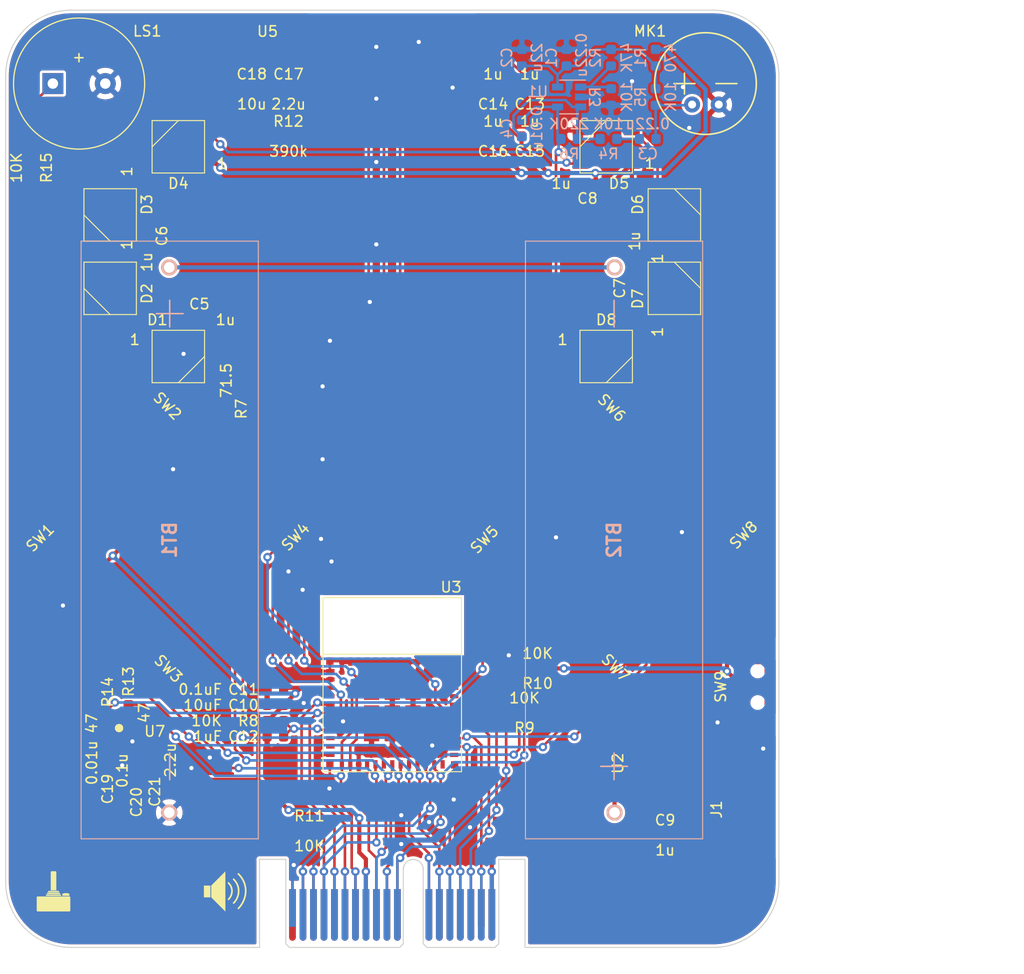
<source format=kicad_pcb>
(kicad_pcb (version 20171130) (host pcbnew "(5.1.7)-1")
  (layers (0 F.Cu signal) (31 B.Cu signal) (34 B.Paste user) (35 F.Paste user) (36 B.SilkS user) (37 F.SilkS user) (38 B.Mask user) (39 F.Mask user) (44 Edge.Cuts user))
  (net 0 "")
  (net 1 GND)
  (net 2 "Net-(BT1-Pad1)")
  (net 3 "Net-(BT2-Pad1)")
  (net 4 "Net-(C1-Pad2)")
  (net 5 "Net-(C3-Pad1)")
  (net 6 "Net-(C3-Pad2)")
  (net 7 IO2_MIC)
  (net 8 "Net-(C4-Pad2)")
  (net 9 +3V3)
  (net 10 +5V)
  (net 11 EN)
  (net 12 "Net-(C13-Pad1)")
  (net 13 "Net-(C13-Pad2)")
  (net 14 "Net-(C14-Pad1)")
  (net 15 "Net-(C14-Pad2)")
  (net 16 "Net-(C17-Pad2)")
  (net 17 "Net-(C18-Pad2)")
  (net 18 "Net-(D1-Pad2)")
  (net 19 "Net-(D1-Pad4)")
  (net 20 "Net-(D2-Pad2)")
  (net 21 "Net-(D3-Pad2)")
  (net 22 "Net-(D4-Pad2)")
  (net 23 "Net-(D5-Pad2)")
  (net 24 "Net-(D6-Pad2)")
  (net 25 "Net-(D7-Pad2)")
  (net 26 LED_OUT)
  (net 27 "Net-(LS1-Pad1)")
  (net 28 "Net-(R2-Pad1)")
  (net 29 RX)
  (net 30 IO8_SW5)
  (net 31 IO9_SW6)
  (net 32 IO10_SW1)
  (net 33 "Net-(R12-Pad2)")
  (net 34 "Net-(R13-Pad1)")
  (net 35 IO0_SCL)
  (net 36 "Net-(R14-Pad1)")
  (net 37 IO3_SDA)
  (net 38 IO6_BZR)
  (net 39 IO4_SW2)
  (net 40 IO5_SW3)
  (net 41 IO7_SW4)
  (net 42 IO18_SW7)
  (net 43 IO19_SW8)
  (net 44 "Net-(SW9-Pad3)")
  (net 45 IO1_RES)
  (net 46 TX)
  (net 47 "Net-(J1-Pad4)")
  (net 48 "Net-(J1-Pad3)")
  (net 49 "Net-(J1-Pad2)")
  (net 50 "Net-(U3-Pad24)")
  (net 51 "Net-(U3-Pad17)")
  (net 52 "Net-(U3-Pad15)")
  (net 53 "Net-(U3-Pad35)")
  (net 54 "Net-(U3-Pad34)")
  (net 55 "Net-(U3-Pad33)")
  (net 56 "Net-(U3-Pad32)")
  (net 57 "Net-(U3-Pad29)")
  (net 58 "Net-(U3-Pad28)")
  (net 59 "Net-(U3-Pad25)")
  (net 60 "Net-(U3-Pad10)")
  (net 61 "Net-(U3-Pad9)")
  (net 62 "Net-(U3-Pad7)")
  (net 63 "Net-(U3-Pad4)")
  (net 64 "Net-(U5-Pad7)")
  (net 65 "Net-(U7-Pad11)")
  (net 66 "Net-(U7-Pad5)")
  (net 67 "Net-(U7-Pad6)")
  (net 68 "Net-(U7-Pad10)")
  (module Swadge_Parts:MAGFEST_logo_centered_final (layer F.Cu) (at 121.5 142)
    (fp_text reference svg2mod hide)
    (fp_text value G*** hide)
    (fp_poly (pts (xy 5.558629 -0.059199) (xy 5.558629 -0.056783) (xy 5.558629 -0.049763) (xy 5.558629 -0.038484) (xy 5.558629 -0.02329) (xy 5.558629 -0.004526) (xy 5.558629 0.017466) (xy 5.558629 0.042339) (xy 5.558629 0.069751) (xy 5.558629 0.099357) (xy 5.558629 0.130813) (xy 5.558629 0.163774) (xy 5.558629 0.197897) (xy 5.558629 0.232837) (xy 5.558629 0.26825) (xy 5.558629 0.303792) (xy 5.558629 0.339118) (xy 5.558629 0.373885) (xy 5.558629 0.407749) (xy 5.558629 0.440364) (xy 5.558629 0.471387) (xy 5.558629 0.500475) (xy 5.558629 0.527281) (xy 5.558629 0.551463) (xy 5.558629 0.572676) (xy 5.540707 0.572676) (xy 5.520916 0.572676) (xy 5.499398 0.572676) (xy 5.476298 0.572676) (xy 5.45176 0.572676) (xy 5.425928 0.572676) (xy 5.398944 0.572676) (xy 5.370954 0.572676) (xy 5.3421 0.572676) (xy 5.312527 0.572676) (xy 5.282378 0.572676) (xy 5.251797 0.572676) (xy 5.220928 0.572676) (xy 5.189915 0.572676) (xy 5.158901 0.572676) (xy 5.12803 0.572676) (xy 5.097446 0.572676) (xy 5.067293 0.572676) (xy 5.037714 0.572676) (xy 5.008854 0.572676) (xy 4.980856 0.572676) (xy 4.953863 0.572676) (xy 4.92802 0.572676) (xy 4.903471 0.572676) (xy 4.880359 0.572676) (xy 4.858827 0.572676) (xy 4.839021 0.572676) (xy 4.821083 0.572676) (xy 4.821094 0.564302) (xy 4.821108 0.554456) (xy 4.821123 0.543174) (xy 4.821141 0.530496) (xy 4.82116 0.516459) (xy 4.821181 0.501101) (xy 4.821205 0.484462) (xy 4.821229 0.466578) (xy 4.821256 0.447488) (xy 4.821284 0.42723) (xy 4.821314 0.405842) (xy 4.821345 0.383363) (xy 4.821378 0.35983) (xy 4.821413 0.335282) (xy 4.821448 0.309757) (xy 4.821485 0.283292) (xy 4.821524 0.255927) (xy 4.821563 0.227699) (xy 4.821604 0.198646) (xy 4.821646 0.168807) (xy 4.821689 0.13822) (xy 4.821732 0.106922) (xy 4.821777 0.074952) (xy 4.821823 0.042348) (xy 4.82187 0.009149) (xy 4.821917 -0.024608) (xy 4.821965 -0.058885) (xy 4.822014 -0.093643) (xy 4.822063 -0.128844) (xy 4.822113 -0.16445) (xy 4.822164 -0.200423) (xy 4.822215 -0.236725) (xy 4.822266 -0.273318) (xy 4.822318 -0.310163) (xy 4.82237 -0.347223) (xy 4.822422 -0.384458) (xy 4.822475 -0.421832) (xy 4.822527 -0.459306) (xy 4.82258 -0.496842) (xy 4.822633 -0.534401) (xy 4.822685 -0.571946) (xy 4.822738 -0.609438) (xy 4.822791 -0.646839) (xy 4.822843 -0.684111) (xy 4.822895 -0.721217) (xy 4.822947 -0.758117) (xy 4.822999 -0.794774) (xy 4.82305 -0.831149) (xy 4.8231 -0.867205) (xy 4.823151 -0.902903) (xy 4.8232 -0.938205) (xy 4.823249 -0.973073) (xy 4.823298 -1.007469) (xy 4.823345 -1.041354) (xy 4.823392 -1.074692) (xy 4.823438 -1.107442) (xy 4.823483 -1.139568) (xy 4.823528 -1.171031) (xy 4.823571 -1.201792) (xy 4.823613 -1.231815) (xy 4.823654 -1.26106) (xy 4.823694 -1.28949) (xy 4.823733 -1.317066) (xy 4.823771 -1.343751) (xy 4.823807 -1.369506) (xy 4.823842 -1.394292) (xy 4.823875 -1.418073) (xy 4.823907 -1.440809) (xy 4.823938 -1.462462) (xy 4.823967 -1.482996) (xy 4.823994 -1.50237) (xy 4.824019 -1.520547) (xy 4.824043 -1.53749) (xy 4.824065 -1.553159) (xy 4.824086 -1.567517) (xy 4.824104 -1.580526) (xy 4.82412 -1.592147) (xy 4.824135 -1.602342) (xy 4.824147 -1.611074) (xy 4.824157 -1.618303) (xy 4.824165 -1.623992) (xy 4.824171 -1.628103) (xy 4.824174 -1.630598) (xy 4.824175 -1.631438) (xy 2.391457 -1.631438) (xy 2.391457 -1.630582) (xy 2.391457 -1.628039) (xy 2.391457 -1.62385) (xy 2.391457 -1.618053) (xy 2.391457 -1.610689) (xy 2.391457 -1.601795) (xy 2.391457 -1.591412) (xy 2.391457 -1.579578) (xy 2.391457 -1.566334) (xy 2.391457 -1.551719) (xy 2.391457 -1.535771) (xy 2.391457 -1.518531) (xy 2.391457 -1.500037) (xy 2.391457 -1.480329) (xy 2.391457 -1.459446) (xy 2.391457 -1.437428) (xy 2.391457 -1.414314) (xy 2.391457 -1.390143) (xy 2.391457 -1.364955) (xy 2.391457 -1.338789) (xy 2.391457 -1.311684) (xy 2.391457 -1.28368) (xy 2.391457 -1.254816) (xy 2.391457 -1.225132) (xy 2.391457 -1.194666) (xy 2.391457 -1.163458) (xy 2.391457 -1.131547) (xy 2.391457 -1.098973) (xy 2.391457 -1.065775) (xy 2.391457 -1.031993) (xy 2.391457 -0.997665) (xy 2.391457 -0.962832) (xy 2.391457 -0.927532) (xy 2.391457 -0.891805) (xy 2.391457 -0.855689) (xy 2.391457 -0.819226) (xy 2.391457 -0.782453) (xy 2.391457 -0.74541) (xy 2.391457 -0.708137) (xy 2.391457 -0.670673) (xy 2.391457 -0.633057) (xy 2.391457 -0.595328) (xy 2.391457 -0.557526) (xy 2.391457 -0.519691) (xy 2.391457 -0.481861) (xy 2.391457 -0.444076) (xy 2.391457 -0.406375) (xy 2.391457 -0.368798) (xy 2.391457 -0.331384) (xy 2.391457 -0.294172) (xy 2.391457 -0.257202) (xy 2.391457 -0.220512) (xy 2.391457 -0.184143) (xy 2.391457 -0.148134) (xy 2.391457 -0.112524) (xy 2.391457 -0.077352) (xy 2.391457 -0.042657) (xy 2.391457 -0.00848) (xy 2.391457 0.025141) (xy 2.391457 0.058166) (xy 2.391457 0.090557) (xy 2.391457 0.122272) (xy 2.391457 0.153274) (xy 2.391457 0.183523) (xy 2.391457 0.21298) (xy 2.391457 0.241605) (xy 2.391457 0.269358) (xy 2.391457 0.296202) (xy 2.391457 0.322095) (xy 2.391457 0.346999) (xy 2.391457 0.370875) (xy 2.391457 0.393683) (xy 2.391457 0.415384) (xy 2.391457 0.435938) (xy 2.391457 0.455306) (xy 2.391457 0.47345) (xy 2.391457 0.490328) (xy 2.391457 0.505903) (xy 2.391457 0.520135) (xy 2.391457 0.532983) (xy 2.391457 0.544411) (xy 2.391457 0.554376) (xy 2.391457 0.562842) (xy 2.382702 0.562842) (xy 2.372535 0.562842) (xy 2.360997 0.562842) (xy 2.348125 0.562842) (xy 2.333958 0.562842) (xy 2.318535 0.562842) (xy 2.301894 0.562842) (xy 2.284074 0.562842) (xy 2.265114 0.562842) (xy 2.245053 0.562842) (xy 2.223928 0.562842) (xy 2.201779 0.562842) (xy 2.178645 0.562842) (xy 2.154563 0.562842) (xy 2.129573 0.562842) (xy 2.103714 0.562842) (xy 2.077023 0.562842) (xy 2.04954 0.562842) (xy 2.021303 0.562842) (xy 1.992351 0.562842) (xy 1.962723 0.562842) (xy 1.932456 0.562842) (xy 1.901591 0.562842) (xy 1.870165 0.562842) (xy 1.838218 0.562842) (xy 1.805787 0.562842) (xy 1.772912 0.562842) (xy 1.73963 0.562842) (xy 1.705982 0.562842) (xy 1.672005 0.562842) (xy 1.637738 0.562842) (xy 1.60322 0.562842) (xy 1.56849 0.562842) (xy 1.533585 0.562842) (xy 1.498545 0.562842) (xy 1.463408 0.562842) (xy 1.428214 0.562842) (xy 1.393 0.562842) (xy 1.357806 0.562842) (xy 1.322669 0.562842) (xy 1.287629 0.562842) (xy 1.252725 0.562842) (xy 1.217994 0.562842) (xy 1.183476 0.562842) (xy 1.149209 0.562842) (xy 1.115232 0.562842) (xy 1.081584 0.562842) (xy 1.048303 0.562842) (xy 1.015427 0.562842) (xy 0.982996 0.562842) (xy 0.951049 0.562842) (xy 0.919623 0.562842) (xy 0.888758 0.562842) (xy 0.858492 0.562842) (xy 0.828863 0.562842) (xy 0.799911 0.562842) (xy 0.771674 0.562842) (xy 0.744191 0.562842) (xy 0.717501 0.562842) (xy 0.691641 0.562842) (xy 0.666651 0.562842) (xy 0.642569 0.562842) (xy 0.619435 0.562842) (xy 0.597286 0.562842) (xy 0.576161 0.562842) (xy 0.5561 0.562842) (xy 0.53714 0.562842) (xy 0.51932 0.562842) (xy 0.502679 0.562842) (xy 0.487256 0.562842) (xy 0.473089 0.562842) (xy 0.460217 0.562842) (xy 0.448679 0.562842) (xy 0.438512 0.562842) (xy 0.429757 0.562842) (xy 0.429757 0.554376) (xy 0.429757 0.544411) (xy 0.429757 0.532983) (xy 0.429757 0.520135) (xy 0.429757 0.505903) (xy 0.429757 0.490328) (xy 0.429757 0.47345) (xy 0.429757 0.455306) (xy 0.429757 0.435938) (xy 0.429757 0.415384) (xy 0.429757 0.393683) (xy 0.429757 0.370875) (xy 0.429757 0.346999) (xy 0.429757 0.322095) (xy 0.429757 0.296202) (xy 0.429757 0.269358) (xy 0.429757 0.241605) (xy 0.429757 0.21298) (xy 0.429757 0.183523) (xy 0.429757 0.153274) (xy 0.429757 0.122272) (xy 0.429757 0.090557) (xy 0.429757 0.058166) (xy 0.429757 0.025141) (xy 0.429757 -0.00848) (xy 0.429757 -0.042657) (xy 0.429757 -0.077352) (xy 0.429757 -0.112524) (xy 0.429757 -0.148134) (xy 0.429757 -0.184143) (xy 0.429757 -0.220512) (xy 0.429757 -0.257202) (xy 0.429757 -0.294172) (xy 0.429757 -0.331384) (xy 0.429757 -0.368798) (xy 0.429757 -0.406375) (xy 0.429757 -0.444076) (xy 0.429757 -0.481861) (xy 0.429757 -0.519691) (xy 0.429757 -0.557526) (xy 0.429757 -0.595328) (xy 0.429757 -0.633057) (xy 0.429757 -0.670673) (xy 0.429757 -0.708137) (xy 0.429757 -0.74541) (xy 0.429757 -0.782453) (xy 0.429757 -0.819226) (xy 0.429757 -0.855689) (xy 0.429757 -0.891805) (xy 0.429757 -0.927532) (xy 0.429757 -0.962832) (xy 0.429757 -0.997665) (xy 0.429757 -1.031993) (xy 0.429757 -1.065775) (xy 0.429757 -1.098973) (xy 0.429757 -1.131547) (xy 0.429757 -1.163458) (xy 0.429757 -1.194666) (xy 0.429757 -1.225132) (xy 0.429757 -1.254816) (xy 0.429757 -1.28368) (xy 0.429757 -1.311684) (xy 0.429757 -1.338789) (xy 0.429757 -1.364955) (xy 0.429757 -1.390143) (xy 0.429757 -1.414314) (xy 0.429757 -1.437428) (xy 0.429757 -1.459446) (xy 0.429757 -1.480329) (xy 0.429757 -1.500037) (xy 0.429757 -1.518531) (xy 0.429757 -1.535771) (xy 0.429757 -1.551719) (xy 0.429757 -1.566334) (xy 0.429757 -1.579578) (xy 0.429757 -1.591412) (xy 0.429757 -1.601795) (xy 0.429757 -1.610689) (xy 0.429757 -1.618053) (xy 0.429757 -1.62385) (xy 0.429757 -1.628039) (xy 0.429757 -1.630582) (xy 0.429757 -1.631438) (xy -2.002837 -1.631438) (xy -2.002837 -1.630582) (xy -2.002837 -1.628039) (xy -2.002837 -1.62385) (xy -2.002837 -1.618053) (xy -2.002837 -1.610689) (xy -2.002837 -1.601795) (xy -2.002837 -1.591412) (xy -2.002837 -1.579578) (xy -2.002837 -1.566334) (xy -2.002837 -1.551719) (xy -2.002837 -1.535771) (xy -2.002837 -1.518531) (xy -2.002837 -1.500037) (xy -2.002837 -1.480329) (xy -2.002837 -1.459446) (xy -2.002837 -1.437428) (xy -2.002837 -1.414314) (xy -2.002837 -1.390143) (xy -2.002837 -1.364955) (xy -2.002837 -1.338789) (xy -2.002837 -1.311684) (xy -2.002837 -1.28368) (xy -2.002837 -1.254816) (xy -2.002837 -1.225132) (xy -2.002837 -1.194666) (xy -2.002837 -1.163458) (xy -2.002837 -1.131547) (xy -2.002837 -1.098973) (xy -2.002837 -1.065775) (xy -2.002837 -1.031993) (xy -2.002837 -0.997665) (xy -2.002837 -0.962832) (xy -2.002837 -0.927532) (xy -2.002837 -0.891805) (xy -2.002837 -0.855689) (xy -2.002837 -0.819226) (xy -2.002837 -0.782453) (xy -2.002837 -0.74541) (xy -2.002837 -0.708137) (xy -2.002837 -0.670673) (xy -2.002837 -0.633057) (xy -2.002837 -0.595328) (xy -2.002837 -0.557526) (xy -2.002837 -0.519691) (xy -2.002837 -0.481861) (xy -2.002837 -0.444076) (xy -2.002837 -0.406375) (xy -2.002837 -0.368798) (xy -2.002837 -0.331384) (xy -2.002837 -0.294172) (xy -2.002837 -0.257202) (xy -2.002837 -0.220512) (xy -2.002837 -0.184143) (xy -2.002837 -0.148134) (xy -2.002837 -0.112524) (xy -2.002837 -0.077352) (xy -2.002837 -0.042657) (xy -2.002837 -0.00848) (xy -2.002837 0.025141) (xy -2.002837 0.058166) (xy -2.002837 0.090557) (xy -2.002837 0.122272) (xy -2.002837 0.153274) (xy -2.002837 0.183523) (xy -2.002837 0.21298) (xy -2.002837 0.241605) (xy -2.002837 0.269358) (xy -2.002837 0.296202) (xy -2.002837 0.322095) (xy -2.002837 0.346999) (xy -2.002837 0.370875) (xy -2.002837 0.393683) (xy -2.002837 0.415384) (xy -2.002837 0.435938) (xy -2.002837 0.455306) (xy -2.002837 0.47345) (xy -2.002837 0.490328) (xy -2.002837 0.505903) (xy -2.002837 0.520135) (xy -2.002837 0.532983) (xy -2.002837 0.544411) (xy -2.002837 0.554376) (xy -2.002837 0.562842) (xy -2.011592 0.562842) (xy -2.021758 0.562842) (xy -2.033297 0.562842) (xy -2.046169 0.562842) (xy -2.060336 0.562842) (xy -2.075759 0.562842) (xy -2.0924 0.562842) (xy -2.11022 0.562842) (xy -2.12918 0.562842) (xy -2.149241 0.562842) (xy -2.170366 0.562842) (xy -2.192515 0.562842) (xy -2.21565 0.562842) (xy -2.239731 0.562842) (xy -2.264721 0.562842) (xy -2.290581 0.562842) (xy -2.317272 0.562842) (xy -2.344755 0.562842) (xy -2.372992 0.562842) (xy -2.401944 0.562842) (xy -2.431573 0.562842) (xy -2.461839 0.562842) (xy -2.492705 0.562842) (xy -2.524131 0.562842) (xy -2.556079 0.562842) (xy -2.58851 0.562842) (xy -2.621385 0.562842) (xy -2.654667 0.562842) (xy -2.688316 0.562842) (xy -2.722293 0.562842) (xy -2.75656 0.562842) (xy -2.791079 0.562842) (xy -2.82581 0.562842) (xy -2.860715 0.562842) (xy -2.895755 0.562842) (xy -2.930892 0.562842) (xy -2.966088 0.562842) (xy -3.001302 0.562842) (xy -3.036497 0.562842) (xy -3.071634 0.562842) (xy -3.106675 0.562842) (xy -3.14158 0.562842) (xy -3.176312 0.562842) (xy -3.210831 0.562842) (xy -3.245099 0.562842) (xy -3.279076 0.562842) (xy -3.312726 0.562842) (xy -3.346008 0.562842) (xy -3.378884 0.562842) (xy -3.411316 0.562842) (xy -3.443265 0.562842) (xy -3.474692 0.562842) (xy -3.505558 0.562842) (xy -3.535826 0.562842) (xy -3.565455 0.562842) (xy -3.594409 0.562842) (xy -3.622647 0.562842) (xy -3.650132 0.562842) (xy -3.676824 0.562842) (xy -3.702685 0.562842) (xy -3.727677 0.562842) (xy -3.75176 0.562842) (xy -3.774896 0.562842) (xy -3.797047 0.562842) (xy -3.818173 0.562842) (xy -3.838237 0.562842) (xy -3.857199 0.562842) (xy -3.875021 0.562842) (xy -3.891664 0.562842) (xy -3.907089 0.562842) (xy -3.921258 0.562842) (xy -3.934132 0.562842) (xy -3.945673 0.562842) (xy -3.955842 0.562842) (xy -3.9646 0.562842) (xy -3.9646 0.554376) (xy -3.9646 0.544411) (xy -3.9646 0.532983) (xy -3.9646 0.520135) (xy -3.9646 0.505903) (xy -3.9646 0.490328) (xy -3.9646 0.47345) (xy -3.9646 0.455306) (xy -3.9646 0.435938) (xy -3.9646 0.415384) (xy -3.9646 0.393683) (xy -3.9646 0.370875) (xy -3.9646 0.346999) (xy -3.9646 0.322095) (xy -3.9646 0.296202) (xy -3.9646 0.269358) (xy -3.9646 0.241605) (xy -3.9646 0.21298) (xy -3.9646 0.183523) (xy -3.9646 0.153274) (xy -3.9646 0.122272) (xy -3.9646 0.090557) (xy -3.9646 0.058166) (xy -3.9646 0.025141) (xy -3.9646 -0.00848) (xy -3.9646 -0.042657) (xy -3.9646 -0.077352) (xy -3.9646 -0.112524) (xy -3.9646 -0.148134) (xy -3.9646 -0.184143) (xy -3.9646 -0.220512) (xy -3.9646 -0.257202) (xy -3.9646 -0.294172) (xy -3.9646 -0.331384) (xy -3.9646 -0.368798) (xy -3.9646 -0.406375) (xy -3.9646 -0.444076) (xy -3.9646 -0.481861) (xy -3.9646 -0.519691) (xy -3.9646 -0.557526) (xy -3.9646 -0.595328) (xy -3.9646 -0.633057) (xy -3.9646 -0.670673) (xy -3.9646 -0.708137) (xy -3.9646 -0.74541) (xy -3.9646 -0.782453) (xy -3.9646 -0.819226) (xy -3.9646 -0.855689) (xy -3.9646 -0.891805) (xy -3.9646 -0.927532) (xy -3.9646 -0.962832) (xy -3.9646 -0.997665) (xy -3.9646 -1.031993) (xy -3.9646 -1.065775) (xy -3.9646 -1.098973) (xy -3.9646 -1.131547) (xy -3.9646 -1.163458) (xy -3.9646 -1.194666) (xy -3.9646 -1.225132) (xy -3.9646 -1.254816) (xy -3.9646 -1.28368) (xy -3.9646 -1.311684) (xy -3.9646 -1.338789) (xy -3.9646 -1.364955) (xy -3.9646 -1.390143) (xy -3.9646 -1.414314) (xy -3.9646 -1.437428) (xy -3.9646 -1.459446) (xy -3.9646 -1.480329) (xy -3.9646 -1.500037) (xy -3.9646 -1.518531) (xy -3.9646 -1.535771) (xy -3.9646 -1.551719) (xy -3.9646 -1.566334) (xy -3.9646 -1.579578) (xy -3.9646 -1.591412) (xy -3.9646 -1.601795) (xy -3.9646 -1.610689) (xy -3.9646 -1.618053) (xy -3.9646 -1.62385) (xy -3.9646 -1.628039) (xy -3.9646 -1.630582) (xy -3.9646 -1.631438) (xy -6.3971 -1.631438) (xy -6.3971 -1.630582) (xy -6.3971 -1.628039) (xy -6.3971 -1.62385) (xy -6.3971 -1.618053) (xy -6.3971 -1.610689) (xy -6.3971 -1.601795) (xy -6.3971 -1.591412) (xy -6.3971 -1.579578) (xy -6.3971 -1.566334) (xy -6.3971 -1.551719) (xy -6.3971 -1.535771) (xy -6.3971 -1.518531) (xy -6.3971 -1.500037) (xy -6.3971 -1.480329) (xy -6.3971 -1.459446) (xy -6.3971 -1.437428) (xy -6.3971 -1.414314) (xy -6.3971 -1.390143) (xy -6.3971 -1.364955) (xy -6.3971 -1.338789) (xy -6.3971 -1.311684) (xy -6.3971 -1.28368) (xy -6.3971 -1.254816) (xy -6.3971 -1.225132) (xy -6.3971 -1.194666) (xy -6.3971 -1.163458) (xy -6.3971 -1.131547) (xy -6.3971 -1.098973) (xy -6.3971 -1.065775) (xy -6.3971 -1.031993) (xy -6.3971 -0.997665) (xy -6.3971 -0.962832) (xy -6.3971 -0.927532) (xy -6.3971 -0.891805) (xy -6.3971 -0.855689) (xy -6.3971 -0.819226) (xy -6.3971 -0.782453) (xy -6.3971 -0.74541) (xy -6.3971 -0.708137) (xy -6.3971 -0.670673) (xy -6.3971 -0.633057) (xy -6.3971 -0.595328) (xy -6.3971 -0.557526) (xy -6.3971 -0.519691) (xy -6.3971 -0.481861) (xy -6.3971 -0.444076) (xy -6.3971 -0.406375) (xy -6.3971 -0.368798) (xy -6.3971 -0.331384) (xy -6.3971 -0.294172) (xy -6.3971 -0.257202) (xy -6.3971 -0.220512) (xy -6.3971 -0.184143) (xy -6.3971 -0.148134) (xy -6.3971 -0.112524) (xy -6.3971 -0.077352) (xy -6.3971 -0.042657) (xy -6.3971 -0.00848) (xy -6.3971 0.025141) (xy -6.3971 0.058166) (xy -6.3971 0.090557) (xy -6.3971 0.122272) (xy -6.3971 0.153274) (xy -6.3971 0.183523) (xy -6.3971 0.21298) (xy -6.3971 0.241605) (xy -6.3971 0.269358) (xy -6.3971 0.296202) (xy -6.3971 0.322095) (xy -6.3971 0.346999) (xy -6.3971 0.370875) (xy -6.3971 0.393683) (xy -6.3971 0.415384) (xy -6.3971 0.435938) (xy -6.3971 0.455306) (xy -6.3971 0.47345) (xy -6.3971 0.490328) (xy -6.3971 0.505903) (xy -6.3971 0.520135) (xy -6.3971 0.532983) (xy -6.3971 0.544411) (xy -6.3971 0.554376) (xy -6.3971 0.562842) (xy -6.416407 0.562842) (xy -6.437331 0.562842) (xy -6.459671 0.562842) (xy -6.483228 0.562842) (xy -6.507803 0.562842) (xy -6.533195 0.562842) (xy -6.559206 0.562842) (xy -6.585635 0.562842) (xy -6.612284 0.562842) (xy -6.638952 0.562842) (xy -6.66544 0.562842) (xy -6.691549 0.562842) (xy -6.717078 0.562842) (xy -6.717078 0.801062) (xy -6.158841 0.801062) (xy -6.158841 0.800206) (xy -6.158841 0.797663) (xy -6.158841 0.793474) (xy -6.158841 0.787677) (xy -6.158841 0.780313) (xy -6.158841 0.771419) (xy -6.158841 0.761036) (xy -6.158841 0.749203) (xy -6.158841 0.735959) (xy -6.158841 0.721344) (xy -6.158841 0.705397) (xy -6.158841 0.688156) (xy -6.158841 0.669663) (xy -6.158841 0.649955) (xy -6.158841 0.629073) (xy -6.158841 0.607056) (xy -6.158841 0.583942) (xy -6.158841 0.559772) (xy -6.158841 0.534584) (xy -6.158841 0.508418) (xy -6.158841 0.481314) (xy -6.158841 0.453311) (xy -6.158841 0.424447) (xy -6.158841 0.394763) (xy -6.158841 0.364297) (xy -6.158841 0.33309) (xy -6.158841 0.30118) (xy -6.158841 0.268607) (xy -6.158841 0.23541) (xy -6.158841 0.201628) (xy -6.158841 0.167301) (xy -6.158841 0.132468) (xy -6.158841 0.097169) (xy -6.158841 0.061442) (xy -6.158841 0.025328) (xy -6.158841 -0.011135) (xy -6.158841 -0.047908) (xy -6.158841 -0.084949) (xy -6.158841 -0.122222) (xy -6.158841 -0.159686) (xy -6.158841 -0.197301) (xy -6.158841 -0.235029) (xy -6.158841 -0.27283) (xy -6.158841 -0.310665) (xy -6.158841 -0.348494) (xy -6.158841 -0.386278) (xy -6.158841 -0.423978) (xy -6.158841 -0.461555) (xy -6.158841 -0.498968) (xy -6.158841 -0.536179) (xy -6.158841 -0.573149) (xy -6.158841 -0.609838) (xy -6.158841 -0.646206) (xy -6.158841 -0.682215) (xy -6.158841 -0.717825) (xy -6.158841 -0.752996) (xy -6.158841 -0.78769) (xy -6.158841 -0.821866) (xy -6.158841 -0.855487) (xy -6.158841 -0.888511) (xy -6.158841 -0.920901) (xy -6.158841 -0.952616) (xy -6.158841 -0.983618) (xy -6.158841 -1.013866) (xy -6.158841 -1.043322) (xy -6.158841 -1.071947) (xy -6.158841 -1.0997) (xy -6.158841 -1.126543) (xy -6.158841 -1.152435) (xy -6.158841 -1.177339) (xy -6.158841 -1.201215) (xy -6.158841 -1.224022) (xy -6.158841 -1.245723) (xy -6.158841 -1.266277) (xy -6.158841 -1.285645) (xy -6.158841 -1.303788) (xy -6.158841 -1.320666) (xy -6.158841 -1.33624) (xy -6.158841 -1.350472) (xy -6.158841 -1.36332) (xy -6.158841 -1.374747) (xy -6.158841 -1.384713) (xy -6.158841 -1.393178) (xy -6.149965 -1.393178) (xy -6.139645 -1.393178) (xy -6.127922 -1.393178) (xy -6.114837 -1.393178) (xy -6.100429 -1.393178) (xy -6.084738 -1.393178) (xy -6.067805 -1.393178) (xy -6.049669 -1.393178) (xy -6.030371 -1.393178) (xy -6.009951 -1.393178) (xy -5.988449 -1.393178) (xy -5.965904 -1.393178) (xy -5.942357 -1.393178) (xy -5.917848 -1.393178) (xy -5.892418 -1.393178) (xy -5.866105 -1.393178) (xy -5.838951 -1.393178) (xy -5.810996 -1.393178) (xy -5.782278 -1.393178) (xy -5.75284 -1.393178) (xy -5.722719 -1.393178) (xy -5.691958 -1.393178) (xy -5.660595 -1.393178) (xy -5.628671 -1.393178) (xy -5.596226 -1.393178) (xy -5.5633 -1.393178) (xy -5.529934 -1.393178) (xy -5.496166 -1.393178) (xy -5.462038 -1.393178) (xy -5.427589 -1.393178) (xy -5.392859 -1.393178) (xy -5.357889 -1.393178) (xy -5.322719 -1.393178) (xy -5.287388 -1.393178) (xy -5.251937 -1.393178) (xy -5.216405 -1.393178) (xy -5.180834 -1.393178) (xy -5.145263 -1.393178) (xy -5.109732 -1.393178) (xy -5.07428 -1.393178) (xy -5.03895 -1.393178) (xy -5.003779 -1.393178) (xy -4.968809 -1.393178) (xy -4.934079 -1.393178) (xy -4.89963 -1.393178) (xy -4.865502 -1.393178) (xy -4.831734 -1.393178) (xy -4.798368 -1.393178) (xy -4.765442 -1.393178) (xy -4.732997 -1.393178) (xy -4.701073 -1.393178) (xy -4.66971 -1.393178) (xy -4.638949 -1.393178) (xy -4.608829 -1.393178) (xy -4.57939 -1.393178) (xy -4.550673 -1.393178) (xy -4.522717 -1.393178) (xy -4.495563 -1.393178) (xy -4.46925 -1.393178) (xy -4.44382 -1.393178) (xy -4.419311 -1.393178) (xy -4.395764 -1.393178) (xy -4.37322 -1.393178) (xy -4.351717 -1.393178) (xy -4.331297 -1.393178) (xy -4.311999 -1.393178) (xy -4.293863 -1.393178) (xy -4.27693 -1.393178) (xy -4.261239 -1.393178) (xy -4.246831 -1.393178) (xy -4.233746 -1.393178) (xy -4.222023 -1.393178) (xy -4.211703 -1.393178) (xy -4.202827 -1.393178) (xy -4.202827 -1.384713) (xy -4.202827 -1.374747) (xy -4.202827 -1.36332) (xy -4.202827 -1.350472) (xy -4.202827 -1.33624) (xy -4.202827 -1.320666) (xy -4.202827 -1.303788) (xy -4.202827 -1.285645) (xy -4.202827 -1.266277) (xy -4.202827 -1.245723) (xy -4.202827 -1.224022) (xy -4.202827 -1.201215) (xy -4.202827 -1.177339) (xy -4.202827 -1.152435) (xy -4.202827 -1.126543) (xy -4.202827 -1.0997) (xy -4.202827 -1.071947) (xy -4.202827 -1.043322) (xy -4.202827 -1.013866) (xy -4.202827 -0.983618) (xy -4.202827 -0.952616) (xy -4.202827 -0.920901) (xy -4.202827 -0.888511) (xy -4.202827 -0.855487) (xy -4.202827 -0.821866) (xy -4.202827 -0.78769) (xy -4.202827 -0.752996) (xy -4.202827 -0.717825) (xy -4.202827 -0.682215) (xy -4.202827 -0.646206) (xy -4.202827 -0.609838) (xy -4.202827 -0.573149) (xy -4.202827 -0.536179) (xy -4.202827 -0.498968) (xy -4.202827 -0.461555) (xy -4.202827 -0.423978) (xy -4.202827 -0.386278) (xy -4.202827 -0.348494) (xy -4.202827 -0.310665) (xy -4.202827 -0.27283) (xy -4.202827 -0.235029) (xy -4.202827 -0.197301) (xy -4.202827 -0.159686) (xy -4.202827 -0.122222) (xy -4.202827 -0.084949) (xy -4.202827 -0.047908) (xy -4.202827 -0.011135) (xy -4.202827 0.025328) (xy -4.202827 0.061442) (xy -4.202827 0.097169) (xy -4.202827 0.132468) (xy -4.202827 0.167301) (xy -4.202827 0.201628) (xy -4.202827 0.23541) (xy -4.202827 0.268607) (xy -4.202827 0.30118) (xy -4.202827 0.33309) (xy -4.202827 0.364297) (xy -4.202827 0.394763) (xy -4.202827 0.424447) (xy -4.202827 0.453311) (xy -4.202827 0.481314) (xy -4.202827 0.508418) (xy -4.202827 0.534584) (xy -4.202827 0.559772) (xy -4.202827 0.583942) (xy -4.202827 0.607056) (xy -4.202827 0.629073) (xy -4.202827 0.649955) (xy -4.202827 0.669663) (xy -4.202827 0.688156) (xy -4.202827 0.705397) (xy -4.202827 0.721344) (xy -4.202827 0.735959) (xy -4.202827 0.749203) (xy -4.202827 0.761036) (xy -4.202827 0.771419) (xy -4.202827 0.780313) (xy -4.202827 0.787677) (xy -4.202827 0.793474) (xy -4.202827 0.797663) (xy -4.202827 0.800206) (xy -4.202827 0.801062) (xy -1.764579 0.801062) (xy -1.764579 0.800206) (xy -1.764579 0.797663) (xy -1.764579 0.793474) (xy -1.764579 0.787677) (xy -1.764579 0.780313) (xy -1.764579 0.771419) (xy -1.764579 0.761036) (xy -1.764579 0.749203) (xy -1.764579 0.735959) (xy -1.764579 0.721344) (xy -1.764579 0.705397) (xy -1.764579 0.688156) (xy -1.764579 0.669663) (xy -1.764579 0.649955) (xy -1.764579 0.629073) (xy -1.764579 0.607056) (xy -1.764579 0.583942) (xy -1.764579 0.559772) (xy -1.764579 0.534584) (xy -1.764579 0.508418) (xy -1.764579 0.481314) (xy -1.764579 0.453311) (xy -1.764579 0.424447) (xy -1.764579 0.394763) (xy -1.764579 0.364297) (xy -1.764579 0.33309) (xy -1.764579 0.30118) (xy -1.764579 0.268607) (xy -1.764579 0.23541) (xy -1.764579 0.201628) (xy -1.764579 0.167301) (xy -1.764579 0.132468) (xy -1.764579 0.097169) (xy -1.764579 0.061442) (xy -1.764579 0.025328) (xy -1.764579 -0.011135) (xy -1.764579 -0.047908) (xy -1.764579 -0.084949) (xy -1.764579 -0.122222) (xy -1.764579 -0.159686) (xy -1.764579 -0.197301) (xy -1.764579 -0.235029) (xy -1.764579 -0.27283) (xy -1.764579 -0.310665) (xy -1.764579 -0.348494) (xy -1.764579 -0.386278) (xy -1.764579 -0.423978) (xy -1.764579 -0.461555) (xy -1.764579 -0.498968) (xy -1.764579 -0.536179) (xy -1.764579 -0.573149) (xy -1.764579 -0.609838) (xy -1.764579 -0.646206) (xy -1.764579 -0.682215) (xy -1.764579 -0.717825) (xy -1.764579 -0.752996) (xy -1.764579 -0.78769) (xy -1.764579 -0.821866) (xy -1.764579 -0.855487) (xy -1.764579 -0.888511) (xy -1.764579 -0.920901) (xy -1.764579 -0.952616) (xy -1.764579 -0.983618) (xy -1.764579 -1.013866) (xy -1.764579 -1.043322) (xy -1.764579 -1.071947) (xy -1.764579 -1.0997) (xy -1.764579 -1.126543) (xy -1.764579 -1.152435) (xy -1.764579 -1.177339) (xy -1.764579 -1.201215) (xy -1.764579 -1.224022) (xy -1.764579 -1.245723) (xy -1.764579 -1.266277) (xy -1.764579 -1.285645) (xy -1.764579 -1.303788) (xy -1.764579 -1.320666) (xy -1.764579 -1.33624) (xy -1.764579 -1.350472) (xy -1.764579 -1.36332) (xy -1.764579 -1.374747) (xy -1.764579 -1.384713) (xy -1.764579 -1.393178) (xy -1.755701 -1.393178) (xy -1.74538 -1.393178) (xy -1.733657 -1.393178) (xy -1.72057 -1.393178) (xy -1.706161 -1.393178) (xy -1.69047 -1.393178) (xy -1.673536 -1.393178) (xy -1.655399 -1.393178) (xy -1.6361 -1.393178) (xy -1.615679 -1.393178) (xy -1.594176 -1.393178) (xy -1.571631 -1.393178) (xy -1.548083 -1.393178) (xy -1.523574 -1.393178) (xy -1.498143 -1.393178) (xy -1.47183 -1.393178) (xy -1.444676 -1.393178) (xy -1.416719 -1.393178) (xy -1.388002 -1.393178) (xy -1.358563 -1.393178) (xy -1.328442 -1.393178) (xy -1.29768 -1.393178) (xy -1.266317 -1.393178) (xy -1.234393 -1.393178) (xy -1.201948 -1.393178) (xy -1.169022 -1.393178) (xy -1.135655 -1.393178) (xy -1.101887 -1.393178) (xy -1.067758 -1.393178) (xy -1.033309 -1.393178) (xy -0.998579 -1.393178) (xy -0.963609 -1.393178) (xy -0.928438 -1.393178) (xy -0.893107 -1.393178) (xy -0.857655 -1.393178) (xy -0.822124 -1.393178) (xy -0.786552 -1.393178) (xy -0.750981 -1.393178) (xy -0.715449 -1.393178) (xy -0.679998 -1.393178) (xy -0.644666 -1.393178) (xy -0.609496 -1.393178) (xy -0.574525 -1.393178) (xy -0.539795 -1.393178) (xy -0.505345 -1.393178) (xy -0.471216 -1.393178) (xy -0.437448 -1.393178) (xy -0.404081 -1.393178) (xy -0.371154 -1.393178) (xy -0.338709 -1.393178) (xy -0.306784 -1.393178) (xy -0.27542 -1.393178) (xy -0.244658 -1.393178) (xy -0.214537 -1.393178) (xy -0.185097 -1.393178) (xy -0.156379 -1.393178) (xy -0.128422 -1.393178) (xy -0.101267 -1.393178) (xy -0.074953 -1.393178) (xy -0.049521 -1.393178) (xy -0.025011 -1.393178) (xy -0.001463 -1.393178) (xy 0.021083 -1.393178) (xy 0.042587 -1.393178) (xy 0.063009 -1.393178) (xy 0.082309 -1.393178) (xy 0.100446 -1.393178) (xy 0.117382 -1.393178) (xy 0.133074 -1.393178) (xy 0.147484 -1.393178) (xy 0.160572 -1.393178) (xy 0.172297 -1.393178) (xy 0.182619 -1.393178) (xy 0.191498 -1.393178) (xy 0.191498 -1.384713) (xy 0.191498 -1.374747) (xy 0.191498 -1.36332) (xy 0.191498 -1.350472) (xy 0.191498 -1.33624) (xy 0.191498 -1.320666) (xy 0.191498 -1.303788) (xy 0.191498 -1.285645) (xy 0.191498 -1.266277) (xy 0.191498 -1.245723) (xy 0.191498 -1.224022) (xy 0.191498 -1.201215) (xy 0.191498 -1.177339) (xy 0.191498 -1.152435) (xy 0.191498 -1.126543) (xy 0.191498 -1.0997) (xy 0.191498 -1.071947) (xy 0.191498 -1.043322) (xy 0.191498 -1.013866) (xy 0.191498 -0.983618) (xy 0.191498 -0.952616) (xy 0.191498 -0.920901) (xy 0.191498 -0.888511) (xy 0.191498 -0.855487) (xy 0.191498 -0.821866) (xy 0.191498 -0.78769) (xy 0.191498 -0.752996) (xy 0.191498 -0.717825) (xy 0.191498 -0.682215) (xy 0.191498 -0.646206) (xy 0.191498 -0.609838) (xy 0.191498 -0.573149) (xy 0.191498 -0.536179) (xy 0.191498 -0.498968) (xy 0.191498 -0.461555) (xy 0.191498 -0.423978) (xy 0.191498 -0.386278) (xy 0.191498 -0.348494) (xy 0.191498 -0.310665) (xy 0.191498 -0.27283) (xy 0.191498 -0.235029) (xy 0.191498 -0.197301) (xy 0.191498 -0.159686) (xy 0.191498 -0.122222) (xy 0.191498 -0.084949) (xy 0.191498 -0.047908) (xy 0.191498 -0.011135) (xy 0.191498 0.025328) (xy 0.191498 0.061442) (xy 0.191498 0.097169) (xy 0.191498 0.132468) (xy 0.191498 0.167301) (xy 0.191498 0.201628) (xy 0.191498 0.23541) (xy 0.191498 0.268607) (xy 0.191498 0.30118) (xy 0.191498 0.33309) (xy 0.191498 0.364297) (xy 0.191498 0.394763) (xy 0.191498 0.424447) (xy 0.191498 0.453311) (xy 0.191498 0.481314) (xy 0.191498 0.508418) (xy 0.191498 0.534584) (xy 0.191498 0.559772) (xy 0.191498 0.583942) (xy 0.191498 0.607056) (xy 0.191498 0.629073) (xy 0.191498 0.649955) (xy 0.191498 0.669663) (xy 0.191498 0.688156) (xy 0.191498 0.705397) (xy 0.191498 0.721344) (xy 0.191498 0.735959) (xy 0.191498 0.749203) (xy 0.191498 0.761036) (xy 0.191498 0.771419) (xy 0.191498 0.780313) (xy 0.191498 0.787677) (xy 0.191498 0.793474) (xy 0.191498 0.797663) (xy 0.191498 0.800206) (xy 0.191498 0.801062) (xy 2.629746 0.801062) (xy 2.629746 0.800206) (xy 2.629746 0.797663) (xy 2.629746 0.793474) (xy 2.629746 0.787677) (xy 2.629746 0.780313) (xy 2.629746 0.771419) (xy 2.629746 0.761036) (xy 2.629746 0.749203) (xy 2.629746 0.735959) (xy 2.629746 0.721344) (xy 2.629746 0.705397) (xy 2.629746 0.688156) (xy 2.629746 0.669663) (xy 2.629746 0.649955) (xy 2.629746 0.629073) (xy 2.629746 0.607056) (xy 2.629746 0.583942) (xy 2.629746 0.559772) (xy 2.629746 0.534584) (xy 2.629746 0.508418) (xy 2.629746 0.481314) (xy 2.629746 0.453311) (xy 2.629746 0.424447) (xy 2.629746 0.394763) (xy 2.629746 0.364297) (xy 2.629746 0.33309) (xy 2.629746 0.30118) (xy 2.629746 0.268607) (xy 2.629746 0.23541) (xy 2.629746 0.201628) (xy 2.629746 0.167301) (xy 2.629746 0.132468) (xy 2.629746 0.097169) (xy 2.629746 0.061442) (xy 2.629746 0.025328) (xy 2.629746 -0.011135) (xy 2.629746 -0.047908) (xy 2.629746 -0.084949) (xy 2.629746 -0.122222) (xy 2.629746 -0.159686) (xy 2.629746 -0.197301) (xy 2.629746 -0.235029) (xy 2.629746 -0.27283) (xy 2.629746 -0.310665) (xy 2.629746 -0.348494) (xy 2.629746 -0.386278) (xy 2.629746 -0.423978) (xy 2.629746 -0.461555) (xy 2.629746 -0.498968) (xy 2.629746 -0.536179) (xy 2.629746 -0.573149) (xy 2.629746 -0.609838) (xy 2.629746 -0.646206) (xy 2.629746 -0.682215) (xy 2.629746 -0.717825) (xy 2.629746 -0.752996) (xy 2.629746 -0.78769) (xy 2.629746 -0.821866) (xy 2.629746 -0.855487) (xy 2.629746 -0.888511) (xy 2.629746 -0.920901) (xy 2.629746 -0.952616) (xy 2.629746 -0.983618) (xy 2.629746 -1.013866) (xy 2.629746 -1.043322) (xy 2.629746 -1.071947) (xy 2.629746 -1.0997) (xy 2.629746 -1.126543) (xy 2.629746 -1.152435) (xy 2.629746 -1.177339) (xy 2.629746 -1.201215) (xy 2.629746 -1.224022) (xy 2.629746 -1.245723) (xy 2.629746 -1.266277) (xy 2.629746 -1.285645) (xy 2.629746 -1.303788) (xy 2.629746 -1.320666) (xy 2.629746 -1.33624) (xy 2.629746 -1.350472) (xy 2.629746 -1.36332) (xy 2.629746 -1.374747) (xy 2.629746 -1.384713) (xy 2.629746 -1.393178) (xy 2.638621 -1.393178) (xy 2.648939 -1.393178) (xy 2.660659 -1.393178) (xy 2.673742 -1.393178) (xy 2.688148 -1.393178) (xy 2.703835 -1.393178) (xy 2.720765 -1.393178) (xy 2.738897 -1.393178) (xy 2.758191 -1.393178) (xy 2.778607 -1.393178) (xy 2.800105 -1.393178) (xy 2.822645 -1.393178) (xy 2.846187 -1.393178) (xy 2.870691 -1.393178) (xy 2.896116 -1.393178) (xy 2.922423 -1.393178) (xy 2.949572 -1.393178) (xy 2.977522 -1.393178) (xy 3.006233 -1.393178) (xy 3.035666 -1.393178) (xy 3.06578 -1.393178) (xy 3.096535 -1.393178) (xy 3.127892 -1.393178) (xy 3.159809 -1.393178) (xy 3.192248 -1.393178) (xy 3.225167 -1.393178) (xy 3.258528 -1.393178) (xy 3.292289 -1.393178) (xy 3.326411 -1.393178) (xy 3.360854 -1.393178) (xy 3.395577 -1.393178) (xy 3.430541 -1.393178) (xy 3.465705 -1.393178) (xy 3.50103 -1.393178) (xy 3.536475 -1.393178) (xy 3.572 -1.393178) (xy 3.607566 -1.393178) (xy 3.643132 -1.393178) (xy 3.678657 -1.393178) (xy 3.714103 -1.393178) (xy 3.749429 -1.393178) (xy 3.784594 -1.393178) (xy 3.81956 -1.393178) (xy 3.854285 -1.393178) (xy 3.88873 -1.393178) (xy 3.922854 -1.393178) (xy 3.956618 -1.393178) (xy 3.989981 -1.393178) (xy 4.022904 -1.393178) (xy 4.055346 -1.393178) (xy 4.087267 -1.393178) (xy 4.118628 -1.393178) (xy 4.149387 -1.393178) (xy 4.179506 -1.393178) (xy 4.208943 -1.393178) (xy 4.23766 -1.393178) (xy 4.265615 -1.393178) (xy 4.292769 -1.393178) (xy 4.319082 -1.393178) (xy 4.344514 -1.393178) (xy 4.369024 -1.393178) (xy 4.392572 -1.393178) (xy 4.415119 -1.393178) (xy 4.436625 -1.393178) (xy 4.457048 -1.393178) (xy 4.47635 -1.393178) (xy 4.49449 -1.393178) (xy 4.511428 -1.393178) (xy 4.527125 -1.393178) (xy 4.541539 -1.393178) (xy 4.554631 -1.393178) (xy 4.566361 -1.393178) (xy 4.576688 -1.393178) (xy 4.585573 -1.393178) (xy 4.585562 -1.384806) (xy 4.585548 -1.37496) (xy 4.585533 -1.363679) (xy 4.585515 -1.351002) (xy 4.585496 -1.336966) (xy 4.585475 -1.32161) (xy 4.585451 -1.304971) (xy 4.585427 -1.287088) (xy 4.5854 -1.267999) (xy 4.585372 -1.247742) (xy 4.585342 -1.226355) (xy 4.58531 -1.203876) (xy 4.585278 -1.180344) (xy 4.585243 -1.155797) (xy 4.585208 -1.130272) (xy 4.585171 -1.103809) (xy 4.585132 -1.076444) (xy 4.585093 -1.048217) (xy 4.585052 -1.019165) (xy 4.58501 -0.989326) (xy 4.584967 -0.958739) (xy 4.584924 -0.927442) (xy 4.584879 -0.895473) (xy 4.584833 -0.862869) (xy 4.584786 -0.82967) (xy 4.584739 -0.795914) (xy 4.584691 -0.761638) (xy 4.584642 -0.72688) (xy 4.584593 -0.691679) (xy 4.584543 -0.656073) (xy 4.584492 -0.620101) (xy 4.584441 -0.583799) (xy 4.58439 -0.547207) (xy 4.584338 -0.510362) (xy 4.584286 -0.473303) (xy 4.584234 -0.436067) (xy 4.584181 -0.398694) (xy 4.584129 -0.36122) (xy 4.584076 -0.323685) (xy 4.584023 -0.286126) (xy 4.583971 -0.248581) (xy 4.583918 -0.21109) (xy 4.583865 -0.173688) (xy 4.583813 -0.136416) (xy 4.583761 -0.099311) (xy 4.583709 -0.062411) (xy 4.583657 -0.025754) (xy 4.583606 0.010621) (xy 4.583555 0.046677) (xy 4.583505 0.082375) (xy 4.583456 0.117677) (xy 4.583407 0.152545) (xy 4.583358 0.18694) (xy 4.583311 0.220826) (xy 4.583264 0.254163) (xy 4.583218 0.286913) (xy 4.583172 0.319039) (xy 4.583128 0.350502) (xy 4.583085 0.381264) (xy 4.583043 0.411286) (xy 4.583002 0.440532) (xy 4.582962 0.468961) (xy 4.582923 0.496538) (xy 4.582885 0.523222) (xy 4.582849 0.548977) (xy 4.582814 0.573763) (xy 4.582781 0.597544) (xy 4.582749 0.62028) (xy 4.582718 0.641934) (xy 4.582689 0.662467) (xy 4.582662 0.681841) (xy 4.582637 0.700019) (xy 4.582613 0.716961) (xy 4.582591 0.732631) (xy 4.58257 0.746989) (xy 4.582552 0.759997) (xy 4.582536 0.771618) (xy 4.582521 0.781814) (xy 4.582509 0.790545) (xy 4.582499 0.797775) (xy 4.582491 0.803464) (xy 4.582485 0.807575) (xy 4.582482 0.81007) (xy 4.58248 0.81091) (xy 5.796856 0.81091) (xy 5.796856 0.808493) (xy 5.796856 0.801472) (xy 5.796856 0.790192) (xy 5.796856 0.774996) (xy 5.796856 0.756229) (xy 5.796856 0.734236) (xy 5.796856 0.709359) (xy 5.796856 0.681945) (xy 5.796856 0.652336) (xy 5.796856 0.620878) (xy 5.796856 0.587914) (xy 5.796856 0.553789) (xy 5.796856 0.518847) (xy 5.796856 0.483433) (xy 5.796856 0.447889) (xy 5.796856 0.412562) (xy 5.796856 0.377795) (xy 5.796856 0.343933) (xy 5.796856 0.311319) (xy 5.796856 0.280298) (xy 5.796856 0.251214) (xy 5.796856 0.224412) (xy 5.796856 0.200235) (xy 5.796856 0.179029) (xy 5.815928 0.179029) (xy 5.835576 0.179029) (xy 5.855585 0.179029) (xy 5.855585 -0.059199) (xy 5.558629 -0.059199)) (layer F.Cu) (width 0))
    (fp_poly (pts (xy 6.589227 1.25352) (xy 6.300706 1.25352) (xy 6.300706 1.77399) (xy 6.298925 1.795576) (xy 6.293576 1.814563) (xy 6.284655 1.83096) (xy 6.272154 1.844777) (xy 6.251866 1.858674) (xy 6.229017 1.867021) (xy 6.203647 1.869806) (xy 6.179045 1.867021) (xy 6.156671 1.858674) (xy 6.136547 1.844777) (xy 6.124028 1.830965) (xy 6.115097 1.814567) (xy 6.109745 1.795577) (xy 6.107963 1.77399) (xy 6.107963 1.25352) (xy 5.817349 1.25352) (xy 5.79568 1.25173) (xy 5.776539 1.246359) (xy 5.759911 1.237409) (xy 5.745781 1.224882) (xy 5.731436 1.204584) (xy 5.722858 1.181729) (xy 5.720008 1.156305) (xy 5.722855 1.130902) (xy 5.731416 1.108015) (xy 5.745717 1.087711) (xy 5.759842 1.075213) (xy 5.776453 1.066292) (xy 5.795564 1.060942) (xy 5.817192 1.05916) (xy 6.589101 1.05916) (xy 6.610738 1.060942) (xy 6.629868 1.066291) (xy 6.646491 1.075212) (xy 6.660607 1.087711) (xy 6.674858 1.108018) (xy 6.683425 1.130903) (xy 6.686285 1.156305) (xy 6.683432 1.181729) (xy 6.674872 1.204585) (xy 6.660607 1.224882) (xy 6.646511 1.237405) (xy 6.629907 1.246355) (xy 6.610808 1.251728) (xy 6.589226 1.25352) (xy 6.589227 1.25352)) (layer F.Cu) (width 0))
    (fp_poly (pts (xy 4.710966 1.774247) (xy 4.708983 1.800043) (xy 4.703033 1.821872) (xy 4.693118 1.839733) (xy 4.679238 1.853626) (xy 4.661394 1.86355) (xy 4.639585 1.869504) (xy 4.613813 1.871489) (xy 3.842122 1.871489) (xy 3.820563 1.869692) (xy 3.801582 1.864315) (xy 3.785189 1.85538) (xy 3.771398 1.842909) (xy 3.757505 1.822542) (xy 3.749179 1.799669) (xy 3.746408 1.774247) (xy 3.749187 1.748846) (xy 3.757519 1.725973) (xy 3.771398 1.70568) (xy 3.785217 1.693138) (xy 3.801614 1.684198) (xy 3.820599 1.678844) (xy 3.842185 1.677063) (xy 4.518223 1.677063) (xy 4.518223 1.562908) (xy 3.842185 1.562908) (xy 3.816774 1.560923) (xy 3.795273 1.554967) (xy 3.777681 1.545038) (xy 3.763999 1.531135) (xy 3.754225 1.513257) (xy 3.748361 1.491402) (xy 3.746407 1.465568) (xy 3.746407 1.156437) (xy 3.748361 1.13062) (xy 3.754224 1.108779) (xy 3.763994 1.090912) (xy 3.777669 1.077019) (xy 3.79525 1.067096) (xy 3.816735 1.061144) (xy 3.842122 1.05916) (xy 4.613813 1.05916) (xy 4.635401 1.060942) (xy 4.654513 1.066291) (xy 4.671137 1.075212) (xy 4.685256 1.087711) (xy 4.699516 1.108018) (xy 4.708097 1.130903) (xy 4.710966 1.156305) (xy 4.708097 1.181729) (xy 4.699516 1.204585) (xy 4.685256 1.224882) (xy 4.671137 1.237405) (xy 4.654513 1.246355) (xy 4.635401 1.251728) (xy 4.613813 1.25352) (xy 3.93915 1.25352) (xy 3.93915 1.368508) (xy 4.613813 1.368508) (xy 4.639585 1.370489) (xy 4.661394 1.376431) (xy 4.679238 1.386336) (xy 4.693118 1.400208) (xy 4.703033 1.418049) (xy 4.708983 1.439859) (xy 4.710966 1.465642) (xy 4.710966 1.774247)) (layer F.Cu) (width 0))
    (fp_poly (pts (xy 2.567643 1.871489) (xy 1.795733 1.871489) (xy 1.770325 1.869504) (xy 1.748828 1.863548) (xy 1.731242 1.853621) (xy 1.717566 1.839721) (xy 1.707799 1.821849) (xy 1.70194 1.800003) (xy 1.699987 1.774183) (xy 1.699987 1.156379) (xy 1.70194 1.130583) (xy 1.707799 1.108758) (xy 1.717566 1.090902) (xy 1.731242 1.077014) (xy 1.748828 1.067095) (xy 1.770325 1.061144) (xy 1.795733 1.05916) (xy 2.567643 1.05916) (xy 2.589276 1.060942) (xy 2.608398 1.066291) (xy 2.62502 1.075212) (xy 2.639149 1.087711) (xy 2.6534 1.108018) (xy 2.661967 1.130903) (xy 2.664827 1.156305) (xy 2.661967 1.181729) (xy 2.6534 1.204585) (xy 2.639149 1.224882) (xy 2.625025 1.237405) (xy 2.608417 1.246355) (xy 2.589315 1.251728) (xy 2.567706 1.25352) (xy 1.891918 1.25352) (xy 1.891918 1.368508) (xy 2.567706 1.368508) (xy 2.589315 1.370295) (xy 2.608418 1.375654) (xy 2.625025 1.384588) (xy 2.639149 1.397099) (xy 2.6534 1.417429) (xy 2.661967 1.440304) (xy 2.664827 1.4657) (xy 2.661967 1.491112) (xy 2.6534 1.513973) (xy 2.639149 1.534331) (xy 2.625025 1.546821) (xy 2.608417 1.555753) (xy 2.589315 1.561118) (xy 2.567706 1.562908) (xy 1.891918 1.562908) (xy 1.891918 1.677063) (xy 2.567706 1.677063) (xy 2.589315 1.678846) (xy 2.608418 1.684202) (xy 2.625025 1.693143) (xy 2.639149 1.70568) (xy 2.6534 1.725978) (xy 2.661967 1.748848) (xy 2.664827 1.774247) (xy 2.661967 1.799671) (xy 2.6534 1.822545) (xy 2.639149 1.842909) (xy 2.625019 1.855389) (xy 2.608398 1.864323) (xy 2.589276 1.869695) (xy 2.567643 1.871489)) (layer F.Cu) (width 0))
    (fp_poly (pts (xy 0.552712 1.562908) (xy -0.123107 1.562908) (xy -0.123107 1.774149) (xy -0.124899 1.795698) (xy -0.130273 1.814658) (xy -0.139225 1.831029) (xy -0.151753 1.844814) (xy -0.171996 1.858693) (xy -0.194426 1.867033) (xy -0.219041 1.869817) (xy -0.243736 1.867032) (xy -0.266175 1.858685) (xy -0.286392 1.844787) (xy -0.298942 1.830975) (xy -0.307881 1.814577) (xy -0.313229 1.795588) (xy -0.315007 1.774001) (xy -0.315007 1.156315) (xy -0.313054 1.130547) (xy -0.307195 1.108742) (xy -0.29743 1.090898) (xy -0.283757 1.077019) (xy -0.266177 1.067104) (xy -0.244689 1.061154) (xy -0.219292 1.059171) (xy 0.552649 1.059171) (xy 0.574255 1.060953) (xy 0.593381 1.066302) (xy 0.610017 1.075223) (xy 0.624155 1.087722) (xy 0.63842 1.108029) (xy 0.64698 1.130914) (xy 0.649833 1.156315) (xy 0.64698 1.18174) (xy 0.63842 1.204596) (xy 0.624155 1.224892) (xy 0.610026 1.237415) (xy 0.593412 1.246365) (xy 0.574308 1.251739) (xy 0.552712 1.253531) (xy -0.123107 1.253531) (xy -0.123107 1.368519) (xy 0.552712 1.368519) (xy 0.574308 1.370305) (xy 0.593412 1.375665) (xy 0.610027 1.384599) (xy 0.624155 1.39711) (xy 0.63842 1.41744) (xy 0.64698 1.440315) (xy 0.649833 1.465711) (xy 0.64698 1.491122) (xy 0.63842 1.513983) (xy 0.624155 1.534341) (xy 0.610026 1.546832) (xy 0.593412 1.555764) (xy 0.574308 1.561129) (xy 0.552712 1.562919) (xy 0.552712 1.562908)) (layer F.Cu) (width 0))
    (fp_poly (pts (xy -1.417798 1.774247) (xy -1.419751 1.800043) (xy -1.425611 1.821872) (xy -1.43538 1.839733) (xy -1.449059 1.853626) (xy -1.46665 1.86355) (xy -1.488155 1.869504) (xy -1.513576 1.871489) (xy -2.285704 1.871489) (xy -2.311116 1.869504) (xy -2.332622 1.863548) (xy -2.35022 1.853621) (xy -2.363909 1.839721) (xy -2.373689 1.821849) (xy -2.379557 1.800003) (xy -2.381513 1.774183) (xy -2.381513 1.156379) (xy -2.379561 1.130583) (xy -2.373702 1.108758) (xy -2.363939 1.090902) (xy -2.35027 1.077014) (xy -2.332695 1.067095) (xy -2.311215 1.061144) (xy -2.285829 1.05916) (xy -1.514857 1.05916) (xy -1.493266 1.060942) (xy -1.474176 1.066291) (xy -1.457581 1.075212) (xy -1.443476 1.087711) (xy -1.429182 1.108018) (xy -1.420637 1.130903) (xy -1.417798 1.156305) (xy -1.420636 1.181729) (xy -1.429173 1.204585) (xy -1.443444 1.224882) (xy -1.457531 1.237405) (xy -1.474117 1.246355) (xy -1.493203 1.251728) (xy -1.514793 1.25352) (xy -2.189582 1.25352) (xy -2.189582 1.677063) (xy -1.609697 1.677063) (xy -1.609697 1.562908) (xy -1.899811 1.562908) (xy -1.921425 1.561119) (xy -1.940531 1.555754) (xy -1.95713 1.546823) (xy -1.971223 1.534331) (xy -1.985541 1.513969) (xy -1.994132 1.49111) (xy -1.996996 1.4657) (xy -1.994132 1.440307) (xy -1.985541 1.417434) (xy -1.971223 1.397099) (xy -1.95712 1.384595) (xy -1.940496 1.37566) (xy -1.921359 1.370297) (xy -1.899717 1.368508) (xy -1.417797 1.368508) (xy -1.417797 1.774247) (xy -1.417798 1.774247)) (layer F.Cu) (width 0))
    (fp_poly (pts (xy -3.805546 1.655719) (xy -3.805546 1.485187) (xy -3.897014 1.485187) (xy -3.807096 1.339459) (xy -3.805535 1.342052) (xy -3.805535 1.071268) (xy -3.806567 1.070739) (xy -3.824593 1.072896) (xy -3.842738 1.079369) (xy -3.861002 1.090165) (xy -3.879384 1.105288) (xy -3.897885 1.124744) (xy -3.916504 1.148538) (xy -3.935242 1.176676) (xy -4.273722 1.724446) (xy -4.282527 1.741704) (xy -4.287915 1.759245) (xy -4.289743 1.777156) (xy -4.286281 1.802585) (xy -4.276044 1.825374) (xy -4.259254 1.845369) (xy -4.238203 1.860896) (xy -4.214978 1.870186) (xy -4.18949 1.873274) (xy -4.165716 1.870376) (xy -4.144439 1.861714) (xy -4.125663 1.847333) (xy -4.109392 1.827282) (xy -3.996737 1.655716) (xy -3.805546 1.655719)) (layer F.Cu) (width 0))
    (fp_poly (pts (xy -3.805546 1.655719) (xy -3.61641 1.655719) (xy -3.501689 1.828319) (xy -3.485435 1.847918) (xy -3.466665 1.861975) (xy -3.445383 1.870444) (xy -3.42159 1.873277) (xy -3.396779 1.870239) (xy -3.373698 1.861115) (xy -3.352344 1.845889) (xy -3.338935 1.831287) (xy -3.329415 1.815022) (xy -3.323737 1.797137) (xy -3.321855 1.777676) (xy -3.323549 1.759586) (xy -3.328687 1.74188) (xy -3.337357 1.724449) (xy -3.674805 1.176679) (xy -3.690522 1.152272) (xy -3.704792 1.131999) (xy -3.717634 1.11585) (xy -3.729065 1.103815) (xy -3.74659 1.089649) (xy -3.765232 1.079541) (xy -3.784911 1.073431) (xy -3.805546 1.071259) (xy -3.805546 1.342043) (xy -3.717179 1.485187) (xy -3.805546 1.485187) (xy -3.805546 1.655719)) (layer F.Cu) (width 0))
    (fp_poly (pts (xy -5.261102 1.77399) (xy -5.262888 1.795576) (xy -5.268244 1.814563) (xy -5.277167 1.83096) (xy -5.289654 1.844777) (xy -5.309956 1.858674) (xy -5.332799 1.867021) (xy -5.358161 1.869806) (xy -5.382771 1.867021) (xy -5.40513 1.858674) (xy -5.425262 1.844777) (xy -5.43778 1.830999) (xy -5.446711 1.814623) (xy -5.452063 1.795643) (xy -5.453845 1.774051) (xy -5.453845 1.492659) (xy -5.661052 1.825729) (xy -5.676245 1.846951) (xy -5.692132 1.863462) (xy -5.70871 1.875261) (xy -5.725977 1.882344) (xy -5.743929 1.884705) (xy -5.761383 1.882356) (xy -5.778252 1.875311) (xy -5.79454 1.863574) (xy -5.810254 1.847147) (xy -5.825399 1.826034) (xy -6.032918 1.492659) (xy -6.032918 1.774051) (xy -6.034704 1.795643) (xy -6.04006 1.814623) (xy -6.048983 1.830999) (xy -6.061471 1.844777) (xy -6.081779 1.858686) (xy -6.104608 1.867027) (xy -6.129977 1.869806) (xy -6.154588 1.867021) (xy -6.176956 1.858674) (xy -6.197109 1.844777) (xy -6.209596 1.830965) (xy -6.218519 1.814567) (xy -6.223875 1.795577) (xy -6.225661 1.77399) (xy -6.225661 1.156524) (xy -6.224056 1.132151) (xy -6.219238 1.110439) (xy -6.211204 1.091403) (xy -6.199952 1.075059) (xy -6.181711 1.058393) (xy -6.161234 1.048397) (xy -6.138536 1.045066) (xy -6.117517 1.047476) (xy -6.097869 1.054706) (xy -6.07959 1.066757) (xy -6.062678 1.083628) (xy -6.047132 1.105322) (xy -5.743772 1.592219) (xy -5.437945 1.105298) (xy -5.422492 1.083594) (xy -5.405783 1.066726) (xy -5.387813 1.054687) (xy -5.368577 1.04747) (xy -5.348071 1.045066) (xy -5.325426 1.048399) (xy -5.304989 1.058398) (xy -5.28678 1.075059) (xy -5.275546 1.091397) (xy -5.267522 1.110434) (xy -5.262707 1.132149) (xy -5.261102 1.156524) (xy -5.261102 1.77399)) (layer F.Cu) (width 0))
  )
  (module Swadge_Parts:Buzzer_12.5x7.5 (layer F.Cu) (at 115.538302 64.970699)
    (fp_text reference LS1 (at 6.5 -5) (layer F.SilkS))
    (fp_text value Speaker)
    (fp_text user + (at -0.01 -2.54) (layer F.SilkS))
    (pad 2 thru_hole circle (at 2.5 0 90) (size 2 2) (drill 1) (layers *.Cu *.Mask) (net 1 GND))
    (pad 1 thru_hole rect (at -2.5 0) (size 2 2) (drill oval 1) (layers *.Cu *.Mask) (net 27 "Net-(LS1-Pad1)"))
  )
  (module Swadge_Parts:QMA6981 (layer F.Cu) (at 120.62 127.71)
    (fp_text reference U7 (at 2.13 -0.96) (layer F.SilkS))
    (fp_text value QMA6981)
    (pad 2 smd rect (at -0.75 -0.25) (size 0.275 0.25) (layers F.Cu F.Paste F.Mask) (net 36 "Net-(R14-Pad1)"))
    (pad 3 smd rect (at -0.75 0.25) (size 0.275 0.25) (layers F.Cu F.Paste F.Mask) (net 9 +3V3))
    (pad 8 smd rect (at 0.75 0.25) (size 0.275 0.25) (layers F.Cu F.Paste F.Mask) (net 1 GND))
    (pad 9 smd rect (at 0.75 -0.25) (size 0.275 0.25) (layers F.Cu F.Paste F.Mask) (net 1 GND))
    (pad 11 smd rect (at 0.25 -0.75 90) (size 0.275 0.25) (layers F.Cu F.Paste F.Mask) (net 65 "Net-(U7-Pad11)"))
    (pad 12 smd rect (at -0.25 -0.75 90) (size 0.275 0.25) (layers F.Cu F.Paste F.Mask) (net 34 "Net-(R13-Pad1)"))
    (pad 5 smd rect (at -0.25 0.75 90) (size 0.275 0.25) (layers F.Cu F.Paste F.Mask) (net 66 "Net-(U7-Pad5)"))
    (pad 6 smd rect (at 0.25 0.75 90) (size 0.275 0.25) (layers F.Cu F.Paste F.Mask) (net 67 "Net-(U7-Pad6)"))
    (pad 4 smd rect (at -0.75 0.75) (size 0.275 0.25) (layers F.Cu F.Paste F.Mask) (net 1 GND))
    (pad 1 smd rect (at -0.75 -0.75) (size 0.275 0.25) (layers F.Cu F.Paste F.Mask) (net 1 GND))
    (pad 10 smd rect (at 0.75 -0.75) (size 0.275 0.25) (layers F.Cu F.Paste F.Mask) (net 68 "Net-(U7-Pad10)"))
    (pad 7 smd rect (at 0.75 0.75) (size 0.275 0.25) (layers F.Cu F.Paste F.Mask) (net 9 +3V3))
  )
  (module Swadge_Parts:NULL (layer F.Cu) (at 200.269999 109.184999)
    (fp_text reference U6 hide)
    (fp_text value OLED_DISPLAY hide)
  )
  (module Swadge_Parts:ER-OLED0.96-1.3 (layer F.Cu) (at 145.3923 72.5 180)
    (fp_text reference U5 (at 11.8923 12.5 180) (layer F.SilkS))
    (fp_text value OLED_CONNECTOR)
    (pad 23 smd rect (at 3.75 13.5164 90) (size 1.3 0.3) (layers F.Cu F.Paste F.Mask) (net 1 GND))
    (pad 25 smd rect (at 4.75 13.5164 90) (size 1.3 0.3) (layers F.Cu F.Paste F.Mask) (net 1 GND))
    (pad 19 smd rect (at 1.75 13.5164 90) (size 1.3 0.3) (layers F.Cu F.Paste F.Mask) (net 37 IO3_SDA))
    (pad 29 smd rect (at 6.75 13.5164 90) (size 1.3 0.3) (layers F.Cu F.Paste F.Mask) (net 1 GND))
    (pad 24 smd rect (at 4.25 13.5164 90) (size 1.3 0.3) (layers F.Cu F.Paste F.Mask) (net 1 GND))
    (pad 20 smd rect (at 2.25 13.5164 90) (size 1.3 0.3) (layers F.Cu F.Paste F.Mask) (net 37 IO3_SDA))
    (pad 10 smd rect (at -2.75 13.5164 90) (size 1.3 0.3) (layers F.Cu F.Paste F.Mask) (net 1 GND))
    (pad 22 smd rect (at 3.25 13.5164 90) (size 1.3 0.3) (layers F.Cu F.Paste F.Mask) (net 1 GND))
    (pad 21 smd rect (at 2.75 13.5164 90) (size 1.3 0.3) (layers F.Cu F.Paste F.Mask) (net 1 GND))
    (pad 9 smd rect (at -3.25 13.5164 90) (size 1.3 0.3) (layers F.Cu F.Paste F.Mask) (net 9 +3V3))
    (pad 7 smd rect (at -4.25 13.5164 90) (size 1.3 0.3) (layers F.Cu F.Paste F.Mask) (net 64 "Net-(U5-Pad7)"))
    (pad 5 smd rect (at -5.25 13.5164 90) (size 1.3 0.3) (layers F.Cu F.Paste F.Mask) (net 15 "Net-(C14-Pad2)"))
    (pad 4 smd rect (at -5.75 13.5164 90) (size 1.3 0.3) (layers F.Cu F.Paste F.Mask) (net 14 "Net-(C14-Pad1)"))
    (pad 2 smd rect (at -6.75 13.5164 90) (size 1.3 0.3) (layers F.Cu F.Paste F.Mask) (net 12 "Net-(C13-Pad1)"))
    (pad 14 smd rect (at -0.75 13.5164 90) (size 1.3 0.3) (layers F.Cu F.Paste F.Mask) (net 45 IO1_RES))
    (pad 26 smd rect (at 5.25 13.5164 90) (size 1.3 0.3) (layers F.Cu F.Paste F.Mask) (net 33 "Net-(R12-Pad2)"))
    (pad 1 smd rect (at -7.25 13.5164 90) (size 1.3 0.3) (layers F.Cu F.Paste F.Mask) (net 1 GND))
    (pad 18 smd rect (at 1.25 13.5164 90) (size 1.3 0.3) (layers F.Cu F.Paste F.Mask) (net 35 IO0_SCL))
    (pad 31 smd rect (at -8.9 11.1664 180) (size 2 3) (layers F.Cu F.Paste F.Mask) (net 1 GND))
    (pad 28 smd rect (at 6.25 13.5164 90) (size 1.3 0.3) (layers F.Cu F.Paste F.Mask) (net 17 "Net-(C18-Pad2)"))
    (pad 17 smd rect (at 0.75 13.5164 90) (size 1.3 0.3) (layers F.Cu F.Paste F.Mask) (net 1 GND))
    (pad 16 smd rect (at 0.25 13.5164 90) (size 1.3 0.3) (layers F.Cu F.Paste F.Mask) (net 1 GND))
    (pad 15 smd rect (at -0.25 13.5164 90) (size 1.3 0.3) (layers F.Cu F.Paste F.Mask) (net 1 GND))
    (pad 27 smd rect (at 5.75 13.5164 90) (size 1.3 0.3) (layers F.Cu F.Paste F.Mask) (net 16 "Net-(C17-Pad2)"))
    (pad 30 smd rect (at 7.25 13.5164 90) (size 1.3 0.3) (layers F.Cu F.Paste F.Mask) (net 1 GND))
    (pad 13 smd rect (at -1.25 13.5164 90) (size 1.3 0.3) (layers F.Cu F.Paste F.Mask) (net 1 GND))
    (pad 12 smd rect (at -1.75 13.5164 90) (size 1.3 0.3) (layers F.Cu F.Paste F.Mask) (net 1 GND))
    (pad 11 smd rect (at -2.25 13.5164 90) (size 1.3 0.3) (layers F.Cu F.Paste F.Mask) (net 9 +3V3))
    (pad 8 smd rect (at -3.75 13.5164 90) (size 1.3 0.3) (layers F.Cu F.Paste F.Mask) (net 1 GND))
    (pad 6 smd rect (at -4.75 13.5164 90) (size 1.3 0.3) (layers F.Cu F.Paste F.Mask) (net 9 +3V3))
    (pad 3 smd rect (at -6.25 13.5164 90) (size 1.3 0.3) (layers F.Cu F.Paste F.Mask) (net 13 "Net-(C13-Pad2)"))
    (pad 31 smd rect (at 8.9 11.1664 180) (size 2 3) (layers F.Cu F.Paste F.Mask) (net 1 GND))
  )
  (module Swadge_Parts:BUS_PCIexpress (layer F.Cu) (at 135.88 143.6)
    (fp_text reference U4)
    (fp_text value BUS_PCIexpress)
    (pad B18 connect circle (at 19 2.8) (size 0.65 0.65) (layers F.Cu F.Mask) (net 10 +5V))
    (pad B1 connect rect (at 0 0.5) (size 0.65 4.6) (layers F.Cu F.Mask) (net 1 GND))
    (pad B2 connect rect (at 1 0.5) (size 0.65 4.6) (layers F.Cu F.Mask) (net 30 IO8_SW5))
    (pad B3 connect rect (at 2 0.5) (size 0.65 4.6) (layers F.Cu F.Mask) (net 31 IO9_SW6))
    (pad B4 connect rect (at 3 0.5) (size 0.65 4.6) (layers F.Cu F.Mask) (net 32 IO10_SW1))
    (pad B5 connect rect (at 4 0.5) (size 0.65 4.6) (layers F.Cu F.Mask) (net 7 IO2_MIC))
    (pad B6 connect rect (at 5 0.5) (size 0.65 4.6) (layers F.Cu F.Mask) (net 37 IO3_SDA))
    (pad B7 connect rect (at 6 0.5) (size 0.65 4.6) (layers F.Cu F.Mask) (net 35 IO0_SCL))
    (pad B8 connect rect (at 7 0.5) (size 0.65 4.6) (layers F.Cu F.Mask) (net 9 +3V3))
    (pad B9 connect rect (at 8 0.5) (size 0.65 4.6) (layers F.Cu F.Mask) (net 45 IO1_RES))
    (pad B10 connect rect (at 9 0.5) (size 0.65 4.6) (layers F.Cu F.Mask) (net 40 IO5_SW3))
    (pad B11 connect rect (at 10 0.5) (size 0.65 4.6) (layers F.Cu F.Mask) (net 26 LED_OUT))
    (pad B14 connect rect (at 15 0.5) (size 0.65 4.6) (layers F.Cu F.Mask) (net 42 IO18_SW7))
    (pad B15 connect rect (at 16 0.5) (size 0.65 4.6) (layers F.Cu F.Mask) (net 46 TX))
    (pad B16 connect rect (at 17 0.5) (size 0.65 4.6) (layers F.Cu F.Mask) (net 29 RX))
    (pad B17 connect rect (at 18 0) (size 0.65 3.6) (layers F.Cu F.Mask) (net 43 IO19_SW8))
    (pad B18 connect rect (at 19 0.5) (size 0.65 4.6) (layers F.Cu F.Mask) (net 10 +5V))
    (pad B12 connect rect (at 13 0.5) (size 0.65 4.6) (layers F.Cu F.Mask) (net 38 IO6_BZR))
    (pad B13 connect rect (at 14 0.5) (size 0.65 4.6) (layers F.Cu F.Mask) (net 41 IO7_SW4))
    (pad A1 connect rect (at 0 0) (size 0.65 3.6) (layers B.Cu B.Mask) (net 1 GND))
    (pad A2 connect rect (at 1 0.5) (size 0.65 4.6) (layers B.Cu B.Mask) (net 30 IO8_SW5))
    (pad A3 connect rect (at 2 0.5) (size 0.65 4.6) (layers B.Cu B.Mask) (net 31 IO9_SW6))
    (pad A4 connect rect (at 3 0.5) (size 0.65 4.6) (layers B.Cu B.Mask) (net 32 IO10_SW1))
    (pad A5 connect rect (at 4 0.5) (size 0.65 4.6) (layers B.Cu B.Mask) (net 7 IO2_MIC))
    (pad A6 connect rect (at 5 0.5) (size 0.65 4.6) (layers B.Cu B.Mask) (net 37 IO3_SDA))
    (pad A7 connect rect (at 6 0.5) (size 0.65 4.6) (layers B.Cu B.Mask) (net 35 IO0_SCL))
    (pad A8 connect rect (at 7 0.5) (size 0.65 4.6) (layers B.Cu B.Mask) (net 9 +3V3))
    (pad A9 connect rect (at 8 0.5) (size 0.65 4.6) (layers B.Cu B.Mask) (net 39 IO4_SW2))
    (pad A10 connect rect (at 9 0.5) (size 0.65 4.6) (layers B.Cu B.Mask) (net 40 IO5_SW3))
    (pad A11 connect rect (at 10 0.5) (size 0.65 4.6) (layers B.Cu B.Mask) (net 26 LED_OUT))
    (pad A14 connect rect (at 15 0.5) (size 0.65 4.6) (layers B.Cu B.Mask) (net 42 IO18_SW7))
    (pad A15 connect rect (at 16 0.5) (size 0.65 4.6) (layers B.Cu B.Mask) (net 46 TX))
    (pad A16 connect rect (at 17 0.5) (size 0.65 4.6) (layers B.Cu B.Mask) (net 29 RX))
    (pad A17 connect rect (at 18 0.5) (size 0.65 4.6) (layers B.Cu B.Mask) (net 43 IO19_SW8))
    (pad A18 connect rect (at 19 0.5) (size 0.65 4.6) (layers B.Cu B.Mask) (net 10 +5V))
    (pad A12 connect rect (at 13 0.5) (size 0.65 4.6) (layers B.Cu B.Mask) (net 38 IO6_BZR))
    (pad A13 connect rect (at 14 0.5) (size 0.65 4.6) (layers B.Cu B.Mask) (net 41 IO7_SW4))
    (pad B3 connect circle (at 2 2.8) (size 0.65 0.65) (layers F.Cu F.Mask) (net 31 IO9_SW6))
    (pad B4 connect circle (at 3 2.8) (size 0.65 0.65) (layers F.Cu F.Mask) (net 32 IO10_SW1))
    (pad B5 connect circle (at 4 2.8) (size 0.65 0.65) (layers F.Cu F.Mask) (net 7 IO2_MIC))
    (pad B6 connect circle (at 5 2.8) (size 0.65 0.65) (layers F.Cu F.Mask) (net 37 IO3_SDA))
    (pad B7 connect circle (at 6 2.8 180) (size 0.65 0.65) (layers F.Cu F.Mask) (net 35 IO0_SCL))
    (pad B8 connect circle (at 7 2.8) (size 0.65 0.65) (layers F.Cu F.Mask) (net 9 +3V3))
    (pad B9 connect circle (at 8 2.8) (size 0.65 0.65) (layers F.Cu F.Mask) (net 45 IO1_RES))
    (pad B10 connect circle (at 9 2.8) (size 0.65 0.65) (layers F.Cu F.Mask) (net 40 IO5_SW3))
    (pad B11 connect circle (at 10 2.8 90) (size 0.65 0.65) (layers F.Cu F.Mask) (net 26 LED_OUT))
    (pad B1 connect circle (at 0 2.8) (size 0.65 0.65) (layers F.Cu F.Mask) (net 1 GND))
    (pad B12 connect circle (at 13 2.8) (size 0.65 0.65) (layers F.Cu F.Mask) (net 38 IO6_BZR))
    (pad B13 connect circle (at 14 2.8) (size 0.65 0.65) (layers F.Cu F.Mask) (net 41 IO7_SW4))
    (pad B14 connect circle (at 15 2.8) (size 0.65 0.65) (layers F.Cu F.Mask) (net 42 IO18_SW7))
    (pad B15 connect circle (at 16 2.8) (size 0.65 0.65) (layers F.Cu F.Mask) (net 46 TX))
    (pad B16 connect circle (at 17 2.8 90) (size 0.65 0.65) (layers F.Cu F.Mask) (net 29 RX))
    (pad B2 connect circle (at 1 2.8) (size 0.65 0.65) (layers F.Cu F.Mask) (net 30 IO8_SW5))
    (pad A4 connect oval (at 3 2.8 90) (size 0.65 0.65) (layers B.Cu B.Mask) (net 32 IO10_SW1))
    (pad A5 connect oval (at 4 2.8 90) (size 0.65 0.65) (layers B.Cu B.Mask) (net 7 IO2_MIC))
    (pad A6 connect oval (at 5 2.8 90) (size 0.65 0.65) (layers B.Cu B.Mask) (net 37 IO3_SDA))
    (pad A7 connect oval (at 6 2.8 90) (size 0.65 0.65) (layers B.Cu B.Mask) (net 35 IO0_SCL))
    (pad A8 connect oval (at 7 2.8 90) (size 0.65 0.65) (layers B.Cu B.Mask) (net 9 +3V3))
    (pad A9 connect oval (at 8 2.8 90) (size 0.65 0.65) (layers B.Cu B.Mask) (net 39 IO4_SW2))
    (pad A10 connect oval (at 9 2.8 90) (size 0.65 0.65) (layers B.Cu B.Mask) (net 40 IO5_SW3))
    (pad A14 connect oval (at 15 2.8 90) (size 0.65 0.65) (layers B.Cu B.Mask) (net 42 IO18_SW7))
    (pad A15 connect oval (at 16 2.8 90) (size 0.65 0.65) (layers B.Cu B.Mask) (net 46 TX))
    (pad A3 connect oval (at 2 2.8 90) (size 0.65 0.65) (layers B.Cu B.Mask) (net 31 IO9_SW6))
    (pad A13 connect oval (at 14 2.8 90) (size 0.65 0.65) (layers B.Cu B.Mask) (net 41 IO7_SW4))
    (pad A16 connect oval (at 17 2.8 90) (size 0.65 0.65) (layers B.Cu B.Mask) (net 29 RX))
    (pad A11 connect oval (at 10 2.8 90) (size 0.65 0.65) (layers B.Cu B.Mask) (net 26 LED_OUT))
    (pad A12 connect oval (at 13 2.8 90) (size 0.65 0.65) (layers B.Cu B.Mask) (net 38 IO6_BZR))
    (pad A17 connect oval (at 18 2.8 90) (size 0.65 0.65) (layers B.Cu B.Mask) (net 43 IO19_SW8))
    (pad A18 connect oval (at 19 2.8 90) (size 0.65 0.65) (layers B.Cu B.Mask) (net 10 +5V))
    (pad A2 connect oval (at 1 2.8 90) (size 0.65 0.65) (layers B.Cu B.Mask) (net 30 IO8_SW5))
  )
  (module Swadge_Parts:esp32-c2-mini-1 (layer F.Cu) (at 145.3923 125)
    (fp_text reference U3 (at 5.6077 -12) (layer F.SilkS))
    (fp_text value ESP32-C3-MINI-1)
    (pad 48 smd rect (at -4.8 -4.9) (size 0.4 0.8) (layers F.Cu F.Paste F.Mask) (net 1 GND))
    (pad 47 smd rect (at -4 -4.9) (size 0.4 0.8) (layers F.Cu F.Paste F.Mask) (net 1 GND))
    (pad 46 smd rect (at -3.2 -4.9) (size 0.4 0.8) (layers F.Cu F.Paste F.Mask) (net 1 GND))
    (pad 45 smd rect (at -2.4 -4.9) (size 0.4 0.8) (layers F.Cu F.Paste F.Mask) (net 1 GND))
    (pad 44 smd rect (at -1.6 -4.9) (size 0.4 0.8) (layers F.Cu F.Paste F.Mask) (net 1 GND))
    (pad 43 smd rect (at -0.8 -4.9) (size 0.4 0.8) (layers F.Cu F.Paste F.Mask) (net 1 GND))
    (pad 42 smd rect (at 0 -4.9) (size 0.4 0.8) (layers F.Cu F.Paste F.Mask) (net 1 GND))
    (pad 41 smd rect (at 0.8 -4.9) (size 0.4 0.8) (layers F.Cu F.Paste F.Mask) (net 1 GND))
    (pad 40 smd rect (at 1.6 -4.9) (size 0.4 0.8) (layers F.Cu F.Paste F.Mask) (net 1 GND))
    (pad 39 smd rect (at 2.4 -4.9) (size 0.4 0.8) (layers F.Cu F.Paste F.Mask) (net 1 GND))
    (pad 38 smd rect (at 3.2 -4.9) (size 0.4 0.8) (layers F.Cu F.Paste F.Mask) (net 1 GND))
    (pad 37 smd rect (at 4 -4.9) (size 0.4 0.8) (layers F.Cu F.Paste F.Mask) (net 1 GND))
    (pad 36 smd rect (at 4.8 -4.9) (size 0.4 0.8) (layers F.Cu F.Paste F.Mask) (net 1 GND))
    (pad 24 smd rect (at 4.8 4.9) (size 0.4 0.8) (layers F.Cu F.Paste F.Mask) (net 50 "Net-(U3-Pad24)"))
    (pad 23 smd rect (at 4 4.9) (size 0.4 0.8) (layers F.Cu F.Paste F.Mask) (net 31 IO9_SW6))
    (pad 22 smd rect (at 3.2 4.9) (size 0.4 0.8) (layers F.Cu F.Paste F.Mask) (net 30 IO8_SW5))
    (pad 21 smd rect (at 2.4 4.9) (size 0.4 0.8) (layers F.Cu F.Paste F.Mask) (net 41 IO7_SW4))
    (pad 20 smd rect (at 1.6 4.9) (size 0.4 0.8) (layers F.Cu F.Paste F.Mask) (net 38 IO6_BZR))
    (pad 19 smd rect (at 0.8 4.9) (size 0.4 0.8) (layers F.Cu F.Paste F.Mask) (net 40 IO5_SW3))
    (pad 18 smd rect (at 0 4.9) (size 0.4 0.8) (layers F.Cu F.Paste F.Mask) (net 39 IO4_SW2))
    (pad 17 smd rect (at -0.8 4.9) (size 0.4 0.8) (layers F.Cu F.Paste F.Mask) (net 51 "Net-(U3-Pad17)"))
    (pad 16 smd rect (at -1.6 4.9) (size 0.4 0.8) (layers F.Cu F.Paste F.Mask) (net 32 IO10_SW1))
    (pad 15 smd rect (at -2.4 4.9) (size 0.4 0.8) (layers F.Cu F.Paste F.Mask) (net 52 "Net-(U3-Pad15)"))
    (pad 14 smd rect (at -3.2 4.9) (size 0.4 0.8) (layers F.Cu F.Paste F.Mask) (net 1 GND))
    (pad 13 smd rect (at -4 4.9) (size 0.4 0.8) (layers F.Cu F.Paste F.Mask) (net 45 IO1_RES))
    (pad 12 smd rect (at -4.8 4.9) (size 0.4 0.8) (layers F.Cu F.Paste F.Mask) (net 35 IO0_SCL))
    (pad 35 smd rect (at 5.9 -4) (size 0.8 0.4) (layers F.Cu F.Paste F.Mask) (net 53 "Net-(U3-Pad35)"))
    (pad 34 smd rect (at 5.9 -3.2) (size 0.8 0.4) (layers F.Cu F.Paste F.Mask) (net 54 "Net-(U3-Pad34)"))
    (pad 33 smd rect (at 5.9 -2.4) (size 0.8 0.4) (layers F.Cu F.Paste F.Mask) (net 55 "Net-(U3-Pad33)"))
    (pad 32 smd rect (at 5.9 -1.6) (size 0.8 0.4) (layers F.Cu F.Paste F.Mask) (net 56 "Net-(U3-Pad32)"))
    (pad 31 smd rect (at 5.9 -0.8) (size 0.8 0.4) (layers F.Cu F.Paste F.Mask) (net 46 TX))
    (pad 30 smd rect (at 5.9 0) (size 0.8 0.4) (layers F.Cu F.Paste F.Mask) (net 29 RX))
    (pad 29 smd rect (at 5.9 0.8) (size 0.8 0.4) (layers F.Cu F.Paste F.Mask) (net 57 "Net-(U3-Pad29)"))
    (pad 28 smd rect (at 5.9 1.6) (size 0.8 0.4) (layers F.Cu F.Paste F.Mask) (net 58 "Net-(U3-Pad28)"))
    (pad 27 smd rect (at 5.9 2.4) (size 0.8 0.4) (layers F.Cu F.Paste F.Mask) (net 43 IO19_SW8))
    (pad 26 smd rect (at 5.9 3.2) (size 0.8 0.4) (layers F.Cu F.Paste F.Mask) (net 42 IO18_SW7))
    (pad 25 smd rect (at 5.9 4) (size 0.8 0.4) (layers F.Cu F.Paste F.Mask) (net 59 "Net-(U3-Pad25)"))
    (pad 11 smd rect (at -5.9 4) (size 0.8 0.4) (layers F.Cu F.Paste F.Mask) (net 1 GND))
    (pad 10 smd rect (at -5.9 3.2) (size 0.8 0.4) (layers F.Cu F.Paste F.Mask) (net 60 "Net-(U3-Pad10)"))
    (pad 9 smd rect (at -5.9 2.4) (size 0.8 0.4) (layers F.Cu F.Paste F.Mask) (net 61 "Net-(U3-Pad9)"))
    (pad 8 smd rect (at -5.9 1.6) (size 0.8 0.4) (layers F.Cu F.Paste F.Mask) (net 11 EN))
    (pad 7 smd rect (at -5.9 0.8) (size 0.8 0.4) (layers F.Cu F.Paste F.Mask) (net 62 "Net-(U3-Pad7)"))
    (pad 6 smd rect (at -5.9 0) (size 0.8 0.4) (layers F.Cu F.Paste F.Mask) (net 37 IO3_SDA))
    (pad 5 smd rect (at -5.9 -0.8) (size 0.8 0.4) (layers F.Cu F.Paste F.Mask) (net 7 IO2_MIC))
    (pad 4 smd rect (at -5.9 -1.6) (size 0.8 0.4) (layers F.Cu F.Paste F.Mask) (net 63 "Net-(U3-Pad4)"))
    (pad 3 smd rect (at -5.9 -2.4) (size 0.8 0.4) (layers F.Cu F.Paste F.Mask) (net 9 +3V3))
    (pad 2 smd rect (at -5.9 -3.2) (size 0.8 0.4) (layers F.Cu F.Paste F.Mask) (net 1 GND))
    (pad 1 smd rect (at -5.9 -4) (size 0.8 0.4) (layers F.Cu F.Paste F.Mask) (net 1 GND))
    (pad 50 smd rect (at 5.95 -4.95) (size 0.7 0.7) (layers F.Cu F.Paste F.Mask) (net 1 GND))
    (pad 52 smd rect (at -5.95 4.95) (size 0.7 0.7) (layers F.Cu F.Paste F.Mask) (net 1 GND))
    (pad 53 smd rect (at -5.95 -4.95) (size 0.7 0.7) (layers F.Cu F.Paste F.Mask) (net 1 GND))
    (pad 51 smd rect (at 5.95 4.95) (size 0.7 0.7) (layers F.Cu F.Paste F.Mask) (net 1 GND))
    (pad 61 smd rect (at 1.975 1.975) (size 1.45 1.45) (layers F.Cu F.Paste F.Mask) (net 1 GND))
    (pad 60 smd rect (at 0 1.975) (size 1.45 1.45) (layers F.Cu F.Paste F.Mask) (net 1 GND))
    (pad 59 smd rect (at -1.975 1.975) (size 1.45 1.45) (layers F.Cu F.Paste F.Mask) (net 1 GND))
    (pad 58 smd rect (at 1.975 0) (size 1.45 1.45) (layers F.Cu F.Paste F.Mask) (net 1 GND))
    (pad 49 smd rect (at 0 0) (size 1.45 1.45) (layers F.Cu F.Paste F.Mask) (net 1 GND))
    (pad 57 smd rect (at -1.975 0) (size 1.45 1.45) (layers F.Cu F.Paste F.Mask) (net 1 GND))
    (pad 56 smd rect (at 1.975 -1.975) (size 1.45 1.45) (layers F.Cu F.Paste F.Mask) (net 1 GND))
    (pad 55 smd rect (at 0 -1.975) (size 1.45 1.45) (layers F.Cu F.Paste F.Mask) (net 1 GND))
    (pad 54 smd custom (at -1.975 -1.975) (size 0.8 0.8) (layers F.Cu F.Paste F.Mask) (net 1 GND) (options (clearance outline) (anchor rect)) (primitives (gr_poly (pts (xy -0.125 -0.725) (xy 0.725 -0.725) (xy 0.725 0.725) (xy -0.725 0.725) (xy -0.725 -0.125)) (width 0))))
  )
  (module Swadge_Parts:SOT-223-3_TabPin2 (layer F.Cu) (at 171.4 129.8 90)
    (fp_text reference U2 (at 0 -4.5 90) (layer F.SilkS))
    (fp_text value AP1117-33)
    (pad 1 smd rect (at -3.15 -2.3 90) (size 2 1.5) (layers F.Cu F.Paste F.Mask) (net 1 GND))
    (pad 3 smd rect (at -3.15 2.3 90) (size 2 1.5) (layers F.Cu F.Paste F.Mask) (net 10 +5V))
    (pad 2 smd rect (at -3.15 0 90) (size 2 1.5) (layers F.Cu F.Paste F.Mask) (net 44 "Net-(SW9-Pad3)"))
    (pad 2 smd rect (at 3.15 0 90) (size 2 3.8) (layers F.Cu F.Paste F.Mask) (net 44 "Net-(SW9-Pad3)"))
  )
  (module Swadge_Parts:SOT-23-5 (layer B.Cu) (at 162.25 66.25 180)
    (fp_text reference U1 (at 3 0.5) (layer B.SilkS) (effects (justify mirror)))
    (fp_text value GS321-TR)
    (pad 5 smd rect (at 1.1 0.95 180) (size 1.06 0.65) (layers B.Cu B.Paste B.Mask) (net 4 "Net-(C1-Pad2)"))
    (pad 4 smd rect (at 1.1 -0.95 180) (size 1.06 0.65) (layers B.Cu B.Paste B.Mask) (net 7 IO2_MIC))
    (pad 3 smd rect (at -1.1 -0.95 180) (size 1.06 0.65) (layers B.Cu B.Paste B.Mask) (net 8 "Net-(C4-Pad2)"))
    (pad 2 smd rect (at -1.1 0 180) (size 1.06 0.65) (layers B.Cu B.Paste B.Mask) (net 1 GND))
    (pad 1 smd rect (at -1.1 0.95 180) (size 1.06 0.65) (layers B.Cu B.Paste B.Mask) (net 28 "Net-(R2-Pad1)"))
  )
  (module Swadge_Parts:SW_SPDT_PCM12 (layer F.Cu) (at 179.9 122.5 90)
    (fp_text reference SW9 (at 0 -3.2 90) (layer F.SilkS))
    (fp_text value SW_SPDT)
    (pad 7 smd rect (at -3.65 -0.78 90) (size 1 0.8) (layers F.Cu F.Paste F.Mask) (net 1 GND))
    (pad 4 smd rect (at 3.65 -0.78 90) (size 1 0.8) (layers F.Cu F.Paste F.Mask) (net 1 GND))
    (pad 5 smd rect (at 3.65 1.43 90) (size 1 0.8) (layers F.Cu F.Paste F.Mask) (net 1 GND))
    (pad 6 smd rect (at -3.65 1.43 90) (size 1 0.8) (layers F.Cu F.Paste F.Mask) (net 1 GND))
    (pad 3 smd rect (at 2.25 -1.43 90) (size 0.7 1.5) (layers F.Cu F.Paste F.Mask) (net 44 "Net-(SW9-Pad3)"))
    (pad 2 smd rect (at 0.75 -1.43 90) (size 0.7 1.5) (layers F.Cu F.Paste F.Mask) (net 9 +3V3))
    (pad 1 smd rect (at -2.25 -1.43 90) (size 0.7 1.5) (layers F.Cu F.Paste F.Mask) (net 3 "Net-(BT2-Pad1)"))
    (pad "" np_thru_hole circle (at 1.5 0.33 90) (size 0.9 0.9) (drill 0.9) (layers *.Cu *.Mask))
    (pad "" np_thru_hole circle (at -1.5 0.33 90) (size 0.9 0.9) (drill 0.9) (layers *.Cu *.Mask))
  )
  (module Swadge_Parts:SW_4-1437565-2 (layer F.Cu) (at 173.252115 108.25 225)
    (fp_text reference SW8 (at -4.13865 -3.82856 45) (layer F.SilkS))
    (fp_text value 4-1437565-2)
    (pad 4 smd rect (at 4.55 2.275 225) (size 2.1 1.4) (layers F.Cu F.Paste F.Mask) (net 1 GND))
    (pad 3 smd rect (at -4.55 2.275 225) (size 2.1 1.4) (layers F.Cu F.Paste F.Mask) (net 1 GND))
    (pad 2 smd rect (at 4.55 -2.275 225) (size 2.1 1.4) (layers F.Cu F.Paste F.Mask) (net 43 IO19_SW8))
    (pad 1 smd rect (at -4.55 -2.275 225) (size 2.1 1.4) (layers F.Cu F.Paste F.Mask) (net 43 IO19_SW8))
  )
  (module Swadge_Parts:SW_4-1437565-2 (layer F.Cu) (at 166.442677 115.059438 135)
    (fp_text reference SW7 (at -4.13865 -3.82856 135) (layer F.SilkS))
    (fp_text value 4-1437565-2)
    (pad 4 smd rect (at 4.55 2.275 135) (size 2.1 1.4) (layers F.Cu F.Paste F.Mask) (net 1 GND))
    (pad 3 smd rect (at -4.55 2.275 135) (size 2.1 1.4) (layers F.Cu F.Paste F.Mask) (net 1 GND))
    (pad 2 smd rect (at 4.55 -2.275 135) (size 2.1 1.4) (layers F.Cu F.Paste F.Mask) (net 42 IO18_SW7))
    (pad 1 smd rect (at -4.55 -2.275 135) (size 2.1 1.4) (layers F.Cu F.Paste F.Mask) (net 42 IO18_SW7))
  )
  (module Swadge_Parts:SW_4-1437565-2 (layer F.Cu) (at 166.534601 101.532485 315)
    (fp_text reference SW6 (at -4.13865 -3.82856 135) (layer F.SilkS))
    (fp_text value 4-1437565-2)
    (pad 4 smd rect (at 4.55 2.275 315) (size 2.1 1.4) (layers F.Cu F.Paste F.Mask) (net 1 GND))
    (pad 3 smd rect (at -4.55 2.275 315) (size 2.1 1.4) (layers F.Cu F.Paste F.Mask) (net 1 GND))
    (pad 2 smd rect (at 4.55 -2.275 315) (size 2.1 1.4) (layers F.Cu F.Paste F.Mask) (net 31 IO9_SW6))
    (pad 1 smd rect (at -4.55 -2.275 315) (size 2.1 1.4) (layers F.Cu F.Paste F.Mask) (net 31 IO9_SW6))
  )
  (module Swadge_Parts:SW_4-1437565-2 (layer F.Cu) (at 159.817086 108.25 45)
    (fp_text reference SW5 (at -4.13865 -3.82856 45) (layer F.SilkS))
    (fp_text value 4-1437565-2)
    (pad 4 smd rect (at 4.55 2.275 45) (size 2.1 1.4) (layers F.Cu F.Paste F.Mask) (net 1 GND))
    (pad 3 smd rect (at -4.55 2.275 45) (size 2.1 1.4) (layers F.Cu F.Paste F.Mask) (net 1 GND))
    (pad 2 smd rect (at 4.55 -2.275 45) (size 2.1 1.4) (layers F.Cu F.Paste F.Mask) (net 30 IO8_SW5))
    (pad 1 smd rect (at -4.55 -2.275 45) (size 2.1 1.4) (layers F.Cu F.Paste F.Mask) (net 30 IO8_SW5))
  )
  (module Swadge_Parts:SW_4-1437565-2 (layer F.Cu) (at 130.540738 108.426776 225)
    (fp_text reference SW4 (at -4.13865 -3.82856 45) (layer F.SilkS))
    (fp_text value 4-1437565-2)
    (pad 4 smd rect (at 4.55 2.275 225) (size 2.1 1.4) (layers F.Cu F.Paste F.Mask) (net 1 GND))
    (pad 3 smd rect (at -4.55 2.275 225) (size 2.1 1.4) (layers F.Cu F.Paste F.Mask) (net 1 GND))
    (pad 2 smd rect (at 4.55 -2.275 225) (size 2.1 1.4) (layers F.Cu F.Paste F.Mask) (net 41 IO7_SW4))
    (pad 1 smd rect (at -4.55 -2.275 225) (size 2.1 1.4) (layers F.Cu F.Paste F.Mask) (net 41 IO7_SW4))
  )
  (module Swadge_Parts:SW_4-1437565-2 (layer F.Cu) (at 123.823224 115.144291 135)
    (fp_text reference SW3 (at -4.13865 -3.82856 135) (layer F.SilkS))
    (fp_text value 4-1437565-2)
    (pad 4 smd rect (at 4.55 2.275 135) (size 2.1 1.4) (layers F.Cu F.Paste F.Mask) (net 1 GND))
    (pad 3 smd rect (at -4.55 2.275 135) (size 2.1 1.4) (layers F.Cu F.Paste F.Mask) (net 1 GND))
    (pad 2 smd rect (at 4.55 -2.275 135) (size 2.1 1.4) (layers F.Cu F.Paste F.Mask) (net 40 IO5_SW3))
    (pad 1 smd rect (at -4.55 -2.275 135) (size 2.1 1.4) (layers F.Cu F.Paste F.Mask) (net 40 IO5_SW3))
  )
  (module Swadge_Parts:SW_4-1437565-2 (layer F.Cu) (at 124.176777 101.355709 315)
    (fp_text reference SW2 (at -4.13865 -3.82856 135) (layer F.SilkS))
    (fp_text value 4-1437565-2)
    (pad 4 smd rect (at 4.55 2.275 315) (size 2.1 1.4) (layers F.Cu F.Paste F.Mask) (net 1 GND))
    (pad 3 smd rect (at -4.55 2.275 315) (size 2.1 1.4) (layers F.Cu F.Paste F.Mask) (net 1 GND))
    (pad 2 smd rect (at 4.55 -2.275 315) (size 2.1 1.4) (layers F.Cu F.Paste F.Mask) (net 39 IO4_SW2))
    (pad 1 smd rect (at -4.55 -2.275 315) (size 2.1 1.4) (layers F.Cu F.Paste F.Mask) (net 39 IO4_SW2))
  )
  (module Swadge_Parts:SW_4-1437565-2 (layer F.Cu) (at 117.459263 108.073223 45)
    (fp_text reference SW1 (at -4.13865 -3.82856 45) (layer F.SilkS))
    (fp_text value 4-1437565-2)
    (pad 4 smd rect (at 4.55 2.275 45) (size 2.1 1.4) (layers F.Cu F.Paste F.Mask) (net 9 +3V3))
    (pad 3 smd rect (at -4.55 2.275 45) (size 2.1 1.4) (layers F.Cu F.Paste F.Mask) (net 9 +3V3))
    (pad 2 smd rect (at 4.55 -2.275 45) (size 2.1 1.4) (layers F.Cu F.Paste F.Mask) (net 32 IO10_SW1))
    (pad 1 smd rect (at -4.55 -2.275 45) (size 2.1 1.4) (layers F.Cu F.Paste F.Mask) (net 32 IO10_SW1))
  )
  (module Swadge_Parts:R_0603_1608Metric (layer F.Cu) (at 111 73 270)
    (fp_text reference R15 (at 0 -1.43 90) (layer F.SilkS))
    (fp_text value 10K (at 0 1.43 90) (layer F.SilkS))
    (pad 1 smd roundrect (at -0.7875 0 270) (size 0.875 0.95) (layers F.Cu F.Paste F.Mask) (net 27 "Net-(LS1-Pad1)"))
    (pad 2 smd roundrect (at 0.7875 0 270) (size 0.875 0.95) (layers F.Cu F.Paste F.Mask) (net 38 IO6_BZR))
  )
  (module Swadge_Parts:R_0603_1608Metric (layer F.Cu) (at 118.25 126 90)
    (fp_text reference R14 (at 3 0 90) (layer F.SilkS))
    (fp_text value 47 (at 0 -1.5 90) (layer F.SilkS))
    (pad 1 smd roundrect (at -0.7875 0 90) (size 0.875 0.95) (layers F.Cu F.Paste F.Mask) (net 36 "Net-(R14-Pad1)"))
    (pad 2 smd roundrect (at 0.7875 0 90) (size 0.875 0.95) (layers F.Cu F.Paste F.Mask) (net 37 IO3_SDA))
  )
  (module Swadge_Parts:R_0603_1608Metric (layer F.Cu) (at 120.25 125 90)
    (fp_text reference R13 (at 3 0 90) (layer F.SilkS))
    (fp_text value 47 (at 0 1.5 90) (layer F.SilkS))
    (pad 1 smd roundrect (at -0.7875 0 90) (size 0.875 0.95) (layers F.Cu F.Paste F.Mask) (net 34 "Net-(R13-Pad1)"))
    (pad 2 smd roundrect (at 0.7875 0 90) (size 0.875 0.95) (layers F.Cu F.Paste F.Mask) (net 35 IO0_SCL))
  )
  (module Swadge_Parts:R_0603_1608Metric (layer F.Cu) (at 135.5 70)
    (fp_text reference R12 (at 0 -1.43) (layer F.SilkS))
    (fp_text value 390k (at 0 1.43) (layer F.SilkS))
    (pad 1 smd roundrect (at -0.7875 0) (size 0.875 0.95) (layers F.Cu F.Paste F.Mask) (net 1 GND))
    (pad 2 smd roundrect (at 0.7875 0) (size 0.875 0.95) (layers F.Cu F.Paste F.Mask) (net 33 "Net-(R12-Pad2)"))
  )
  (module Swadge_Parts:R_0603_1608Metric (layer F.Cu) (at 137.5 136.25)
    (fp_text reference R11 (at 0 -1.43) (layer F.SilkS))
    (fp_text value 10K (at 0 1.43) (layer F.SilkS))
    (pad 1 smd roundrect (at -0.7875 0) (size 0.875 0.95) (layers F.Cu F.Paste F.Mask) (net 1 GND))
    (pad 2 smd roundrect (at 0.7875 0) (size 0.875 0.95) (layers F.Cu F.Paste F.Mask) (net 32 IO10_SW1))
  )
  (module Swadge_Parts:R_0603_1608Metric (layer F.Cu) (at 159.25 120.75 180)
    (fp_text reference R10 (at 0 -1.43) (layer F.SilkS))
    (fp_text value 10K (at 0 1.43) (layer F.SilkS))
    (pad 1 smd roundrect (at -0.7875 0 180) (size 0.875 0.95) (layers F.Cu F.Paste F.Mask) (net 9 +3V3))
    (pad 2 smd roundrect (at 0.7875 0 180) (size 0.875 0.95) (layers F.Cu F.Paste F.Mask) (net 31 IO9_SW6))
  )
  (module Swadge_Parts:R_0603_1608Metric (layer F.Cu) (at 158 125 180)
    (fp_text reference R9 (at 0 -1.43) (layer F.SilkS))
    (fp_text value 10K (at 0 1.43) (layer F.SilkS))
    (pad 1 smd roundrect (at -0.7875 0 180) (size 0.875 0.95) (layers F.Cu F.Paste F.Mask) (net 9 +3V3))
    (pad 2 smd roundrect (at 0.7875 0 180) (size 0.875 0.95) (layers F.Cu F.Paste F.Mask) (net 30 IO8_SW5))
  )
  (module Swadge_Parts:R_0603_1608Metric (layer F.Cu) (at 134.25 125.75 180)
    (fp_text reference R8 (at 1.5 0) (layer F.SilkS) (effects (justify right)))
    (fp_text value 10K (at 5 0) (layer F.SilkS) (effects (justify right)))
    (pad 1 smd roundrect (at -0.7875 0 180) (size 0.875 0.95) (layers F.Cu F.Paste F.Mask) (net 11 EN))
    (pad 2 smd roundrect (at 0.7875 0 180) (size 0.875 0.95) (layers F.Cu F.Paste F.Mask) (net 9 +3V3))
  )
  (module Swadge_Parts:R_0603_1608Metric (layer F.Cu) (at 131 93.2875 270)
    (fp_text reference R7 (at 2.7125 0 90) (layer F.SilkS))
    (fp_text value 71.5 (at 0 1.43 90) (layer F.SilkS))
    (pad 1 smd roundrect (at -0.7875 0 270) (size 0.875 0.95) (layers F.Cu F.Paste F.Mask) (net 19 "Net-(D1-Pad4)"))
    (pad 2 smd roundrect (at 0.7875 0 270) (size 0.875 0.95) (layers F.Cu F.Paste F.Mask) (net 29 RX))
  )
  (module Swadge_Parts:R_0603_1608Metric (layer B.Cu) (at 162.25 70.25)
    (fp_text reference R6 (at 0 1.43) (layer B.SilkS) (effects (justify mirror)))
    (fp_text value 220K (at 0 -1.43) (layer B.SilkS) (effects (justify mirror)))
    (pad 1 smd roundrect (at -0.7875 0) (size 0.875 0.95) (layers B.Cu B.Paste B.Mask) (net 7 IO2_MIC))
    (pad 2 smd roundrect (at 0.7875 0) (size 0.875 0.95) (layers B.Cu B.Paste B.Mask) (net 8 "Net-(C4-Pad2)"))
  )
  (module Swadge_Parts:R_0603_1608Metric (layer B.Cu) (at 170.5 66.25 270)
    (fp_text reference R5 (at 0 1.43 270) (layer B.SilkS) (effects (justify mirror)))
    (fp_text value 10K (at 0 -1.43 270) (layer B.SilkS) (effects (justify mirror)))
    (pad 1 smd roundrect (at -0.7875 0 270) (size 0.875 0.95) (layers B.Cu B.Paste B.Mask) (net 4 "Net-(C1-Pad2)"))
    (pad 2 smd roundrect (at 0.7875 0 270) (size 0.875 0.95) (layers B.Cu B.Paste B.Mask) (net 6 "Net-(C3-Pad2)"))
  )
  (module Swadge_Parts:R_0603_1608Metric (layer B.Cu) (at 166 70.25)
    (fp_text reference R4 (at 0 1.43) (layer B.SilkS) (effects (justify mirror)))
    (fp_text value 10K (at 0 -1.43) (layer B.SilkS) (effects (justify mirror)))
    (pad 1 smd roundrect (at -0.7875 0) (size 0.875 0.95) (layers B.Cu B.Paste B.Mask) (net 8 "Net-(C4-Pad2)"))
    (pad 2 smd roundrect (at 0.7875 0) (size 0.875 0.95) (layers B.Cu B.Paste B.Mask) (net 5 "Net-(C3-Pad1)"))
  )
  (module Swadge_Parts:R_0603_1608Metric (layer B.Cu) (at 166.25 66.25 90)
    (fp_text reference R3 (at 0 -1.5 270) (layer B.SilkS) (effects (justify mirror)))
    (fp_text value 10K (at 0 1.5 270) (layer B.SilkS) (effects (justify mirror)))
    (pad 1 smd roundrect (at -0.7875 0 90) (size 0.875 0.95) (layers B.Cu B.Paste B.Mask) (net 1 GND))
    (pad 2 smd roundrect (at 0.7875 0 90) (size 0.875 0.95) (layers B.Cu B.Paste B.Mask) (net 28 "Net-(R2-Pad1)"))
  )
  (module Swadge_Parts:R_0603_1608Metric (layer B.Cu) (at 166.25 62.5 90)
    (fp_text reference R2 (at 0 -1.5 270) (layer B.SilkS) (effects (justify mirror)))
    (fp_text value 47K (at 0 1.5 270) (layer B.SilkS) (effects (justify mirror)))
    (pad 1 smd roundrect (at -0.7875 0 90) (size 0.875 0.95) (layers B.Cu B.Paste B.Mask) (net 28 "Net-(R2-Pad1)"))
    (pad 2 smd roundrect (at 0.7875 0 90) (size 0.875 0.95) (layers B.Cu B.Paste B.Mask) (net 4 "Net-(C1-Pad2)"))
  )
  (module Swadge_Parts:R_0603_1608Metric (layer B.Cu) (at 170.5 62.5 270)
    (fp_text reference R1 (at 0 1.43 270) (layer B.SilkS) (effects (justify mirror)))
    (fp_text value 470 (at 0 -1.43 270) (layer B.SilkS) (effects (justify mirror)))
    (pad 1 smd roundrect (at -0.7875 0 270) (size 0.875 0.95) (layers B.Cu B.Paste B.Mask) (net 9 +3V3))
    (pad 2 smd roundrect (at 0.7875 0 270) (size 0.875 0.95) (layers B.Cu B.Paste B.Mask) (net 4 "Net-(C1-Pad2)"))
  )
  (module Swadge_Parts:CMA-4544PF-W (layer F.Cu) (at 175.246298 64.970699)
    (fp_text reference MK1 (at -5.2846 -5) (layer F.SilkS))
    (fp_text value Microphone)
    (pad 1 thru_hole circle (at 1.27 2) (size 1.524 1.524) (drill 0.762) (layers *.Cu *.Mask) (net 1 GND))
    (pad 2 thru_hole circle (at -1.27 2) (size 1.524 1.524) (drill 0.762) (layers *.Cu *.Mask) (net 6 "Net-(C3-Pad2)"))
  )
  (module Swadge_Parts:USB_Micro-B_Molex_47346-0001 (layer F.Cu) (at 179.6 134.2 90)
    (fp_text reference J1 (at 0 -3.3 270) (layer F.SilkS))
    (fp_text value USB_B_Micro)
    (pad 6 smd rect (at 0.84 1.2 90) (size 1.175 1.9) (layers F.Cu F.Paste F.Mask) (net 1 GND))
    (pad 6 smd rect (at -0.84 1.2 90) (size 1.175 1.9) (layers F.Cu F.Paste F.Mask) (net 1 GND))
    (pad 6 smd rect (at 2.91 1.2 90) (size 2.375 1.9) (layers F.Cu F.Paste F.Mask) (net 1 GND))
    (pad 6 smd rect (at -2.91 1.2 90) (size 2.375 1.9) (layers F.Cu F.Paste F.Mask) (net 1 GND))
    (pad 6 smd rect (at 2.4625 -1.1 90) (size 1.475 2.1) (layers F.Cu F.Paste F.Mask) (net 1 GND))
    (pad 6 smd rect (at -2.4625 -1.1 90) (size 1.475 2.1) (layers F.Cu F.Paste F.Mask) (net 1 GND))
    (pad 5 smd rect (at 1.3 -1.46 90) (size 0.45 1.38) (layers F.Cu F.Paste F.Mask) (net 1 GND))
    (pad 4 smd rect (at 0.65 -1.46 90) (size 0.45 1.38) (layers F.Cu F.Paste F.Mask) (net 47 "Net-(J1-Pad4)"))
    (pad 3 smd rect (at 0 -1.46 90) (size 0.45 1.38) (layers F.Cu F.Paste F.Mask) (net 48 "Net-(J1-Pad3)"))
    (pad 2 smd rect (at -0.65 -1.46 90) (size 0.45 1.38) (layers F.Cu F.Paste F.Mask) (net 49 "Net-(J1-Pad2)"))
    (pad 1 smd rect (at -1.3 -1.46 90) (size 0.45 1.38) (layers F.Cu F.Paste F.Mask) (net 10 +5V))
  )
  (module Swadge_Parts:LED_WS2812B_PLCC4_5.0x5.0mm_P3.2mm (layer F.Cu) (at 165.7846 91)
    (fp_text reference D8 (at 0 -3.5) (layer F.SilkS))
    (fp_text value WS2812B)
    (fp_text user 1 (at -4.15 -1.6) (layer F.SilkS))
    (pad 1 smd rect (at -2.45 -1.6) (size 1.5 1) (layers F.Cu F.Paste F.Mask) (net 9 +3V3))
    (pad 2 smd rect (at -2.45 1.6) (size 1.5 1) (layers F.Cu F.Paste F.Mask) (net 26 LED_OUT))
    (pad 4 smd rect (at 2.45 -1.6) (size 1.5 1) (layers F.Cu F.Paste F.Mask) (net 25 "Net-(D7-Pad2)"))
    (pad 3 smd rect (at 2.45 1.6) (size 1.5 1) (layers F.Cu F.Paste F.Mask) (net 1 GND))
  )
  (module Swadge_Parts:LED_WS2812B_PLCC4_5.0x5.0mm_P3.2mm (layer F.Cu) (at 172.2846 84.5 90)
    (fp_text reference D7 (at -1 -3.5 90) (layer F.SilkS))
    (fp_text value WS2812B)
    (fp_text user 1 (at -4.15 -1.6 90) (layer F.SilkS))
    (pad 1 smd rect (at -2.45 -1.6 90) (size 1.5 1) (layers F.Cu F.Paste F.Mask) (net 9 +3V3))
    (pad 2 smd rect (at -2.45 1.6 90) (size 1.5 1) (layers F.Cu F.Paste F.Mask) (net 25 "Net-(D7-Pad2)"))
    (pad 4 smd rect (at 2.45 -1.6 90) (size 1.5 1) (layers F.Cu F.Paste F.Mask) (net 24 "Net-(D6-Pad2)"))
    (pad 3 smd rect (at 2.45 1.6 90) (size 1.5 1) (layers F.Cu F.Paste F.Mask) (net 1 GND))
  )
  (module Swadge_Parts:LED_WS2812B_PLCC4_5.0x5.0mm_P3.2mm (layer F.Cu) (at 172.2846 77.5 90)
    (fp_text reference D6 (at 1 -3.5 90) (layer F.SilkS))
    (fp_text value WS2812B)
    (fp_text user 1 (at -4.15 -1.6 90) (layer F.SilkS))
    (pad 1 smd rect (at -2.45 -1.6 90) (size 1.5 1) (layers F.Cu F.Paste F.Mask) (net 9 +3V3))
    (pad 2 smd rect (at -2.45 1.6 90) (size 1.5 1) (layers F.Cu F.Paste F.Mask) (net 24 "Net-(D6-Pad2)"))
    (pad 4 smd rect (at 2.45 -1.6 90) (size 1.5 1) (layers F.Cu F.Paste F.Mask) (net 23 "Net-(D5-Pad2)"))
    (pad 3 smd rect (at 2.45 1.6 90) (size 1.5 1) (layers F.Cu F.Paste F.Mask) (net 1 GND))
  )
  (module Swadge_Parts:LED_WS2812B_PLCC4_5.0x5.0mm_P3.2mm (layer F.Cu) (at 165.7846 71 180)
    (fp_text reference D5 (at -1.2154 -3.5) (layer F.SilkS))
    (fp_text value WS2812B)
    (fp_text user 1 (at -4.15 -1.6) (layer F.SilkS))
    (pad 1 smd rect (at -2.45 -1.6 180) (size 1.5 1) (layers F.Cu F.Paste F.Mask) (net 9 +3V3))
    (pad 2 smd rect (at -2.45 1.6 180) (size 1.5 1) (layers F.Cu F.Paste F.Mask) (net 23 "Net-(D5-Pad2)"))
    (pad 4 smd rect (at 2.45 -1.6 180) (size 1.5 1) (layers F.Cu F.Paste F.Mask) (net 22 "Net-(D4-Pad2)"))
    (pad 3 smd rect (at 2.45 1.6 180) (size 1.5 1) (layers F.Cu F.Paste F.Mask) (net 1 GND))
  )
  (module Swadge_Parts:LED_WS2812B_PLCC4_5.0x5.0mm_P3.2mm (layer F.Cu) (at 125 71 180)
    (fp_text reference D4 (at 0 -3.5) (layer F.SilkS))
    (fp_text value WS2812B)
    (fp_text user 1 (at -4.15 -1.6) (layer F.SilkS))
    (pad 1 smd rect (at -2.45 -1.6 180) (size 1.5 1) (layers F.Cu F.Paste F.Mask) (net 9 +3V3))
    (pad 2 smd rect (at -2.45 1.6 180) (size 1.5 1) (layers F.Cu F.Paste F.Mask) (net 22 "Net-(D4-Pad2)"))
    (pad 4 smd rect (at 2.45 -1.6 180) (size 1.5 1) (layers F.Cu F.Paste F.Mask) (net 21 "Net-(D3-Pad2)"))
    (pad 3 smd rect (at 2.45 1.6 180) (size 1.5 1) (layers F.Cu F.Paste F.Mask) (net 1 GND))
  )
  (module Swadge_Parts:LED_WS2812B_PLCC4_5.0x5.0mm_P3.2mm (layer F.Cu) (at 118.5 77.5 270)
    (fp_text reference D3 (at -1 -3.5 90) (layer F.SilkS))
    (fp_text value WS2812B)
    (fp_text user 1 (at -4.15 -1.6 90) (layer F.SilkS))
    (pad 1 smd rect (at -2.45 -1.6 270) (size 1.5 1) (layers F.Cu F.Paste F.Mask) (net 9 +3V3))
    (pad 2 smd rect (at -2.45 1.6 270) (size 1.5 1) (layers F.Cu F.Paste F.Mask) (net 21 "Net-(D3-Pad2)"))
    (pad 4 smd rect (at 2.45 -1.6 270) (size 1.5 1) (layers F.Cu F.Paste F.Mask) (net 20 "Net-(D2-Pad2)"))
    (pad 3 smd rect (at 2.45 1.6 270) (size 1.5 1) (layers F.Cu F.Paste F.Mask) (net 1 GND))
  )
  (module Swadge_Parts:LED_WS2812B_PLCC4_5.0x5.0mm_P3.2mm (layer F.Cu) (at 118.5 84.5 270)
    (fp_text reference D2 (at 0.5 -3.5 90) (layer F.SilkS))
    (fp_text value WS2812B)
    (fp_text user 1 (at -4.15 -1.6 90) (layer F.SilkS))
    (pad 1 smd rect (at -2.45 -1.6 270) (size 1.5 1) (layers F.Cu F.Paste F.Mask) (net 9 +3V3))
    (pad 2 smd rect (at -2.45 1.6 270) (size 1.5 1) (layers F.Cu F.Paste F.Mask) (net 20 "Net-(D2-Pad2)"))
    (pad 4 smd rect (at 2.45 -1.6 270) (size 1.5 1) (layers F.Cu F.Paste F.Mask) (net 18 "Net-(D1-Pad2)"))
    (pad 3 smd rect (at 2.45 1.6 270) (size 1.5 1) (layers F.Cu F.Paste F.Mask) (net 1 GND))
  )
  (module Swadge_Parts:LED_WS2812B_PLCC4_5.0x5.0mm_P3.2mm (layer F.Cu) (at 125 91)
    (fp_text reference D1 (at -2 -3.5) (layer F.SilkS))
    (fp_text value WS2812B)
    (fp_text user 1 (at -4.15 -1.6) (layer F.SilkS))
    (pad 1 smd rect (at -2.45 -1.6) (size 1.5 1) (layers F.Cu F.Paste F.Mask) (net 9 +3V3))
    (pad 2 smd rect (at -2.45 1.6) (size 1.5 1) (layers F.Cu F.Paste F.Mask) (net 18 "Net-(D1-Pad2)"))
    (pad 4 smd rect (at 2.45 -1.6) (size 1.5 1) (layers F.Cu F.Paste F.Mask) (net 19 "Net-(D1-Pad4)"))
    (pad 3 smd rect (at 2.45 1.6) (size 1.5 1) (layers F.Cu F.Paste F.Mask) (net 1 GND))
  )
  (module Swadge_Parts:C_0603_1608Metric (layer F.Cu) (at 122.75 129.5 90)
    (fp_text reference C21 (at -3 0 90) (layer F.SilkS))
    (fp_text value 2.2u (at 0 1.5 90) (layer F.SilkS))
    (pad 1 smd roundrect (at -0.7875 0 90) (size 0.875 0.95) (layers F.Cu F.Paste F.Mask) (net 1 GND))
    (pad 2 smd roundrect (at 0.7875 0 90) (size 0.875 0.95) (layers F.Cu F.Paste F.Mask) (net 9 +3V3))
  )
  (module Swadge_Parts:C_0603_1608Metric (layer F.Cu) (at 121 130.5 90)
    (fp_text reference C20 (at -3 0 90) (layer F.SilkS))
    (fp_text value 0.1u (at 0 -1.35 90) (layer F.SilkS))
    (pad 1 smd roundrect (at -0.7875 0 90) (size 0.875 0.95) (layers F.Cu F.Paste F.Mask) (net 1 GND))
    (pad 2 smd roundrect (at 0.7875 0 90) (size 0.875 0.95) (layers F.Cu F.Paste F.Mask) (net 9 +3V3))
  )
  (module Swadge_Parts:C_0603_1608Metric (layer F.Cu) (at 118.25 129.25 90)
    (fp_text reference C19 (at -3 0 90) (layer F.SilkS))
    (fp_text value 0.01u (at -0.5 -1.5 90) (layer F.SilkS))
    (pad 1 smd roundrect (at -0.7875 0 90) (size 0.875 0.95) (layers F.Cu F.Paste F.Mask) (net 1 GND))
    (pad 2 smd roundrect (at 0.7875 0 90) (size 0.875 0.95) (layers F.Cu F.Paste F.Mask) (net 9 +3V3))
  )
  (module Swadge_Parts:C_0603_1608Metric (layer F.Cu) (at 132 65.5)
    (fp_text reference C18 (at 0 -1.43) (layer F.SilkS))
    (fp_text value 10u (at 0 1.43) (layer F.SilkS))
    (pad 1 smd roundrect (at -0.7875 0) (size 0.875 0.95) (layers F.Cu F.Paste F.Mask) (net 1 GND))
    (pad 2 smd roundrect (at 0.7875 0) (size 0.875 0.95) (layers F.Cu F.Paste F.Mask) (net 17 "Net-(C18-Pad2)"))
  )
  (module Swadge_Parts:C_0603_1608Metric (layer F.Cu) (at 135.5 65.5)
    (fp_text reference C17 (at 0 -1.43) (layer F.SilkS))
    (fp_text value 2.2u (at 0 1.43) (layer F.SilkS))
    (pad 1 smd roundrect (at -0.7875 0) (size 0.875 0.95) (layers F.Cu F.Paste F.Mask) (net 1 GND))
    (pad 2 smd roundrect (at 0.7875 0) (size 0.875 0.95) (layers F.Cu F.Paste F.Mask) (net 16 "Net-(C17-Pad2)"))
  )
  (module Swadge_Parts:C_0603_1608Metric (layer F.Cu) (at 155 70 180)
    (fp_text reference C16 (at 0 -1.43) (layer F.SilkS))
    (fp_text value 1u (at 0 1.43) (layer F.SilkS))
    (pad 1 smd roundrect (at -0.7875 0 180) (size 0.875 0.95) (layers F.Cu F.Paste F.Mask) (net 1 GND))
    (pad 2 smd roundrect (at 0.7875 0 180) (size 0.875 0.95) (layers F.Cu F.Paste F.Mask) (net 9 +3V3))
  )
  (module Swadge_Parts:C_0603_1608Metric (layer F.Cu) (at 158.5 70 180)
    (fp_text reference C15 (at 0 -1.43) (layer F.SilkS))
    (fp_text value 1u (at 0 1.43) (layer F.SilkS))
    (pad 1 smd roundrect (at -0.7875 0 180) (size 0.875 0.95) (layers F.Cu F.Paste F.Mask) (net 1 GND))
    (pad 2 smd roundrect (at 0.7875 0 180) (size 0.875 0.95) (layers F.Cu F.Paste F.Mask) (net 9 +3V3))
  )
  (module Swadge_Parts:C_0603_1608Metric (layer F.Cu) (at 155 65.5 180)
    (fp_text reference C14 (at 0 -1.43) (layer F.SilkS))
    (fp_text value 1u (at 0 1.43) (layer F.SilkS))
    (pad 1 smd roundrect (at -0.7875 0 180) (size 0.875 0.95) (layers F.Cu F.Paste F.Mask) (net 14 "Net-(C14-Pad1)"))
    (pad 2 smd roundrect (at 0.7875 0 180) (size 0.875 0.95) (layers F.Cu F.Paste F.Mask) (net 15 "Net-(C14-Pad2)"))
  )
  (module Swadge_Parts:C_0603_1608Metric (layer F.Cu) (at 158.5 65.5 180)
    (fp_text reference C13 (at 0 -1.43) (layer F.SilkS))
    (fp_text value 1u (at 0 1.43) (layer F.SilkS))
    (pad 1 smd roundrect (at -0.7875 0 180) (size 0.875 0.95) (layers F.Cu F.Paste F.Mask) (net 12 "Net-(C13-Pad1)"))
    (pad 2 smd roundrect (at 0.7875 0 180) (size 0.875 0.95) (layers F.Cu F.Paste F.Mask) (net 13 "Net-(C13-Pad2)"))
  )
  (module Swadge_Parts:C_0603_1608Metric (layer F.Cu) (at 134.25 127.25 180)
    (fp_text reference C12 (at 1.5 0) (layer F.SilkS) (effects (justify right)))
    (fp_text value 1uF (at 5 0) (layer F.SilkS) (effects (justify right)))
    (pad 1 smd roundrect (at -0.7875 0 180) (size 0.875 0.95) (layers F.Cu F.Paste F.Mask) (net 11 EN))
    (pad 2 smd roundrect (at 0.7875 0 180) (size 0.875 0.95) (layers F.Cu F.Paste F.Mask) (net 1 GND))
  )
  (module Swadge_Parts:C_0603_1608Metric (layer F.Cu) (at 134.25 122.75 180)
    (fp_text reference C11 (at 1.5 0) (layer F.SilkS) (effects (justify right)))
    (fp_text value 0.1uF (at 5 0) (layer F.SilkS) (effects (justify right)))
    (pad 1 smd roundrect (at -0.7875 0 180) (size 0.875 0.95) (layers F.Cu F.Paste F.Mask) (net 9 +3V3))
    (pad 2 smd roundrect (at 0.7875 0 180) (size 0.875 0.95) (layers F.Cu F.Paste F.Mask) (net 1 GND))
  )
  (module Swadge_Parts:C_0603_1608Metric (layer F.Cu) (at 134.25 124.25 180)
    (fp_text reference C10 (at 1.5 0) (layer F.SilkS) (effects (justify right)))
    (fp_text value 10uF (at 5 0) (layer F.SilkS) (effects (justify right)))
    (pad 1 smd roundrect (at -0.7875 0 180) (size 0.875 0.95) (layers F.Cu F.Paste F.Mask) (net 9 +3V3))
    (pad 2 smd roundrect (at 0.7875 0 180) (size 0.875 0.95) (layers F.Cu F.Paste F.Mask) (net 1 GND))
  )
  (module Swadge_Parts:C_0603_1608Metric (layer F.Cu) (at 171.4 136.65)
    (fp_text reference C9 (at 0 -1.43) (layer F.SilkS))
    (fp_text value 1u (at 0 1.43) (layer F.SilkS))
    (pad 1 smd roundrect (at -0.7875 0) (size 0.875 0.95) (layers F.Cu F.Paste F.Mask) (net 1 GND))
    (pad 2 smd roundrect (at 0.7875 0) (size 0.875 0.95) (layers F.Cu F.Paste F.Mask) (net 10 +5V))
  )
  (module Swadge_Parts:C_0603_1608Metric (layer F.Cu) (at 164 74.5 180)
    (fp_text reference C8 (at 0 -1.43) (layer F.SilkS))
    (fp_text value 1u (at 2.5 0) (layer F.SilkS))
    (pad 1 smd roundrect (at -0.7875 0 180) (size 0.875 0.95) (layers F.Cu F.Paste F.Mask) (net 9 +3V3))
    (pad 2 smd roundrect (at 0.7875 0 180) (size 0.875 0.95) (layers F.Cu F.Paste F.Mask) (net 1 GND))
  )
  (module Swadge_Parts:C_0603_1608Metric (layer F.Cu) (at 168.5 82.5 90)
    (fp_text reference C7 (at -2 -1.43 90) (layer F.SilkS))
    (fp_text value 1u (at 2.5 0 90) (layer F.SilkS))
    (pad 1 smd roundrect (at -0.7875 0 90) (size 0.875 0.95) (layers F.Cu F.Paste F.Mask) (net 9 +3V3))
    (pad 2 smd roundrect (at 0.7875 0 90) (size 0.875 0.95) (layers F.Cu F.Paste F.Mask) (net 1 GND))
  )
  (module Swadge_Parts:C_0603_1608Metric (layer F.Cu) (at 122 79.5 270)
    (fp_text reference C6 (at 0 -1.43 90) (layer F.SilkS))
    (fp_text value 1u (at 2.5 0 90) (layer F.SilkS))
    (pad 1 smd roundrect (at -0.7875 0 270) (size 0.875 0.95) (layers F.Cu F.Paste F.Mask) (net 9 +3V3))
    (pad 2 smd roundrect (at 0.7875 0 270) (size 0.875 0.95) (layers F.Cu F.Paste F.Mask) (net 1 GND))
  )
  (module Swadge_Parts:C_0603_1608Metric (layer F.Cu) (at 127 87.5)
    (fp_text reference C5 (at 0 -1.5) (layer F.SilkS))
    (fp_text value 1u (at 2.5 0) (layer F.SilkS))
    (pad 1 smd roundrect (at -0.7875 0) (size 0.875 0.95) (layers F.Cu F.Paste F.Mask) (net 9 +3V3))
    (pad 2 smd roundrect (at 0.7875 0) (size 0.875 0.95) (layers F.Cu F.Paste F.Mask) (net 1 GND))
  )
  (module Swadge_Parts:C_0603_1608Metric (layer B.Cu) (at 157.75 69.25 270)
    (fp_text reference C4 (at 0 1.43 270) (layer B.SilkS) (effects (justify mirror)))
    (fp_text value 0.01u (at 0 -1.43 270) (layer B.SilkS) (effects (justify mirror)))
    (pad 1 smd roundrect (at -0.7875 0 270) (size 0.875 0.95) (layers B.Cu B.Paste B.Mask) (net 7 IO2_MIC))
    (pad 2 smd roundrect (at 0.7875 0 270) (size 0.875 0.95) (layers B.Cu B.Paste B.Mask) (net 8 "Net-(C4-Pad2)"))
  )
  (module Swadge_Parts:C_0603_1608Metric (layer B.Cu) (at 169.75 70.25)
    (fp_text reference C3 (at 0 1.43) (layer B.SilkS) (effects (justify mirror)))
    (fp_text value 0.22u (at 0 -1.43) (layer B.SilkS) (effects (justify mirror)))
    (pad 1 smd roundrect (at -0.7875 0) (size 0.875 0.95) (layers B.Cu B.Paste B.Mask) (net 5 "Net-(C3-Pad1)"))
    (pad 2 smd roundrect (at 0.7875 0) (size 0.875 0.95) (layers B.Cu B.Paste B.Mask) (net 6 "Net-(C3-Pad2)"))
  )
  (module Swadge_Parts:C_0603_1608Metric (layer B.Cu) (at 157.75 62.5 270)
    (fp_text reference C2 (at 0 1.43 270) (layer B.SilkS) (effects (justify mirror)))
    (fp_text value 22u (at 0 -1.43 270) (layer B.SilkS) (effects (justify mirror)))
    (pad 1 smd roundrect (at -0.7875 0 270) (size 0.875 0.95) (layers B.Cu B.Paste B.Mask) (net 1 GND))
    (pad 2 smd roundrect (at 0.7875 0 270) (size 0.875 0.95) (layers B.Cu B.Paste B.Mask) (net 4 "Net-(C1-Pad2)"))
  )
  (module Swadge_Parts:C_0603_1608Metric (layer B.Cu) (at 162 62.5 270)
    (fp_text reference C1 (at 0 1.43 270) (layer B.SilkS) (effects (justify mirror)))
    (fp_text value 0.22u (at -0.25 -1.43 270) (layer B.SilkS) (effects (justify mirror)))
    (pad 1 smd roundrect (at -0.7875 0 270) (size 0.875 0.95) (layers B.Cu B.Paste B.Mask) (net 1 GND))
    (pad 2 smd roundrect (at 0.7875 0 270) (size 0.875 0.95) (layers B.Cu B.Paste B.Mask) (net 4 "Net-(C1-Pad2)"))
  )
  (module Swadge_Parts:2460 (layer B.Cu) (at 166.534601 108.5 270)
    (fp_text reference BT2 (at 0 0 90) (layer B.SilkS) (effects (font (size 1.27 1.27) (thickness 0.254)) (justify mirror)))
    (fp_text value Battery hide)
    (pad 2 thru_hole circle (at -25.995 -0.045 180) (size 1.53 1.53) (drill 1.02) (layers *.Cu *.Mask B.SilkS) (net 2 "Net-(BT1-Pad1)"))
    (pad 1 thru_hole circle (at 25.995 -0.045 180) (size 1.53 1.53) (drill 1.02) (layers *.Cu *.Mask B.SilkS) (net 3 "Net-(BT2-Pad1)"))
  )
  (module Swadge_Parts:2460 (layer B.Cu) (at 124.176777 108.5 90)
    (fp_text reference BT1 (at 0 0 90) (layer B.SilkS) (effects (font (size 1.27 1.27) (thickness 0.254)) (justify mirror)))
    (fp_text value Battery hide)
    (pad 2 thru_hole circle (at -25.995 -0.045) (size 1.53 1.53) (drill 1.02) (layers *.Cu *.Mask B.SilkS) (net 1 GND))
    (pad 1 thru_hole circle (at 25.995 -0.045) (size 1.53 1.53) (drill 1.02) (layers *.Cu *.Mask B.SilkS) (net 2 "Net-(BT1-Pad1)"))
  )
  (gr_line (start 158.043787 147.360717) (end 176.008993 147.36071) (layer Edge.Cuts) (width 0.099999))
  (gr_line (start 158.043787 147.360717) (end 158.043787 147.360717) (layer Edge.Cuts) (width 0.099999))
  (gr_line (start 158.043787 138.960838) (end 158.043787 147.360717) (layer Edge.Cuts) (width 0.099999))
  (gr_line (start 158.043787 138.960838) (end 158.043787 138.960838) (layer Edge.Cuts) (width 0.099999))
  (gr_line (start 155.543787 138.960838) (end 158.043787 138.960838) (layer Edge.Cuts) (width 0.099999))
  (gr_line (start 155.543787 138.960838) (end 155.543787 138.960838) (layer Edge.Cuts) (width 0.099999))
  (gr_line (start 155.543375 147.007507) (end 155.543787 138.960838) (layer Edge.Cuts) (width 0.099999))
  (gr_line (start 155.543375 147.007507) (end 155.543375 147.007507) (layer Edge.Cuts) (width 0.099999))
  (gr_line (start 155.190321 147.360496) (end 155.543375 147.007507) (layer Edge.Cuts) (width 0.099999))
  (gr_line (start 155.190321 147.360496) (end 155.190321 147.360496) (layer Edge.Cuts) (width 0.099999))
  (gr_line (start 148.698118 147.36058) (end 155.190321 147.360496) (layer Edge.Cuts) (width 0.099999))
  (gr_line (start 148.698118 147.36058) (end 148.698118 147.36058) (layer Edge.Cuts) (width 0.099999))
  (gr_line (start 148.34252 147.007522) (end 148.698118 147.36058) (layer Edge.Cuts) (width 0.099999))
  (gr_line (start 148.34252 147.007522) (end 148.34252 147.007522) (layer Edge.Cuts) (width 0.099999))
  (gr_line (start 148.343581 139.911186) (end 148.34252 147.007522) (layer Edge.Cuts) (width 0.099999))
  (gr_line (start 148.343581 139.911186) (end 148.343581 139.911186) (layer Edge.Cuts) (width 0.099999))
  (gr_line (start 148.342003 139.862662) (end 148.343581 139.911186) (layer Edge.Cuts) (width 0.099999))
  (gr_line (start 148.338023 139.814789) (end 148.342003 139.862662) (layer Edge.Cuts) (width 0.099999))
  (gr_line (start 148.3317 139.767623) (end 148.338023 139.814789) (layer Edge.Cuts) (width 0.099999))
  (gr_line (start 148.323093 139.721223) (end 148.3317 139.767623) (layer Edge.Cuts) (width 0.099999))
  (gr_line (start 148.31226 139.675647) (end 148.323093 139.721223) (layer Edge.Cuts) (width 0.099999))
  (gr_line (start 148.299262 139.630955) (end 148.31226 139.675647) (layer Edge.Cuts) (width 0.099999))
  (gr_line (start 148.284157 139.587205) (end 148.299262 139.630955) (layer Edge.Cuts) (width 0.099999))
  (gr_line (start 148.267004 139.544454) (end 148.284157 139.587205) (layer Edge.Cuts) (width 0.099999))
  (gr_line (start 148.247862 139.502762) (end 148.267004 139.544454) (layer Edge.Cuts) (width 0.099999))
  (gr_line (start 148.22679 139.462186) (end 148.247862 139.502762) (layer Edge.Cuts) (width 0.099999))
  (gr_line (start 148.203848 139.422786) (end 148.22679 139.462186) (layer Edge.Cuts) (width 0.099999))
  (gr_line (start 148.179095 139.384619) (end 148.203848 139.422786) (layer Edge.Cuts) (width 0.099999))
  (gr_line (start 148.152589 139.347745) (end 148.179095 139.384619) (layer Edge.Cuts) (width 0.099999))
  (gr_line (start 148.124391 139.312221) (end 148.152589 139.347745) (layer Edge.Cuts) (width 0.099999))
  (gr_line (start 148.094558 139.278106) (end 148.124391 139.312221) (layer Edge.Cuts) (width 0.099999))
  (gr_line (start 148.06315 139.245459) (end 148.094558 139.278106) (layer Edge.Cuts) (width 0.099999))
  (gr_line (start 148.030226 139.214338) (end 148.06315 139.245459) (layer Edge.Cuts) (width 0.099999))
  (gr_line (start 147.995845 139.1848) (end 148.030226 139.214338) (layer Edge.Cuts) (width 0.099999))
  (gr_line (start 147.960067 139.156906) (end 147.995845 139.1848) (layer Edge.Cuts) (width 0.099999))
  (gr_line (start 147.92295 139.130713) (end 147.960067 139.156906) (layer Edge.Cuts) (width 0.099999))
  (gr_line (start 147.884553 139.106279) (end 147.92295 139.130713) (layer Edge.Cuts) (width 0.099999))
  (gr_line (start 147.844936 139.083664) (end 147.884553 139.106279) (layer Edge.Cuts) (width 0.099999))
  (gr_line (start 147.804158 139.062925) (end 147.844936 139.083664) (layer Edge.Cuts) (width 0.099999))
  (gr_line (start 147.762277 139.044121) (end 147.804158 139.062925) (layer Edge.Cuts) (width 0.099999))
  (gr_line (start 147.719353 139.02731) (end 147.762277 139.044121) (layer Edge.Cuts) (width 0.099999))
  (gr_line (start 147.675446 139.012551) (end 147.719353 139.02731) (layer Edge.Cuts) (width 0.099999))
  (gr_line (start 147.630613 138.999903) (end 147.675446 139.012551) (layer Edge.Cuts) (width 0.099999))
  (gr_line (start 147.584915 138.989423) (end 147.630613 138.999903) (layer Edge.Cuts) (width 0.099999))
  (gr_line (start 147.538409 138.98117) (end 147.584915 138.989423) (layer Edge.Cuts) (width 0.099999))
  (gr_line (start 147.491156 138.975203) (end 147.538409 138.98117) (layer Edge.Cuts) (width 0.099999))
  (gr_line (start 147.443215 138.97158) (end 147.491156 138.975203) (layer Edge.Cuts) (width 0.099999))
  (gr_line (start 147.394644 138.970359) (end 147.443215 138.97158) (layer Edge.Cuts) (width 0.099999))
  (gr_line (start 147.394644 138.970359) (end 147.394644 138.970359) (layer Edge.Cuts) (width 0.099999))
  (gr_line (start 147.346072 138.97158) (end 147.394644 138.970359) (layer Edge.Cuts) (width 0.099999))
  (gr_line (start 147.298129 138.975203) (end 147.346072 138.97158) (layer Edge.Cuts) (width 0.099999))
  (gr_line (start 147.250875 138.98117) (end 147.298129 138.975203) (layer Edge.Cuts) (width 0.099999))
  (gr_line (start 147.204366 138.989423) (end 147.250875 138.98117) (layer Edge.Cuts) (width 0.099999))
  (gr_line (start 147.158664 138.999903) (end 147.204366 138.989423) (layer Edge.Cuts) (width 0.099999))
  (gr_line (start 147.113825 139.012551) (end 147.158664 138.999903) (layer Edge.Cuts) (width 0.099999))
  (gr_line (start 147.069909 139.02731) (end 147.113825 139.012551) (layer Edge.Cuts) (width 0.099999))
  (gr_line (start 147.026975 139.044121) (end 147.069909 139.02731) (layer Edge.Cuts) (width 0.099999))
  (gr_line (start 146.985081 139.062925) (end 147.026975 139.044121) (layer Edge.Cuts) (width 0.099999))
  (gr_line (start 146.944285 139.083664) (end 146.985081 139.062925) (layer Edge.Cuts) (width 0.099999))
  (gr_line (start 146.904648 139.106279) (end 146.944285 139.083664) (layer Edge.Cuts) (width 0.099999))
  (gr_line (start 146.866227 139.130713) (end 146.904648 139.106279) (layer Edge.Cuts) (width 0.099999))
  (gr_line (start 146.829081 139.156906) (end 146.866227 139.130713) (layer Edge.Cuts) (width 0.099999))
  (gr_line (start 146.793269 139.1848) (end 146.829081 139.156906) (layer Edge.Cuts) (width 0.099999))
  (gr_line (start 146.758849 139.214338) (end 146.793269 139.1848) (layer Edge.Cuts) (width 0.099999))
  (gr_line (start 146.72588 139.245459) (end 146.758849 139.214338) (layer Edge.Cuts) (width 0.099999))
  (gr_line (start 146.694422 139.278106) (end 146.72588 139.245459) (layer Edge.Cuts) (width 0.099999))
  (gr_line (start 146.664532 139.312221) (end 146.694422 139.278106) (layer Edge.Cuts) (width 0.099999))
  (gr_line (start 146.63627 139.347745) (end 146.664532 139.312221) (layer Edge.Cuts) (width 0.099999))
  (gr_line (start 146.609693 139.384619) (end 146.63627 139.347745) (layer Edge.Cuts) (width 0.099999))
  (gr_line (start 146.584862 139.422786) (end 146.609693 139.384619) (layer Edge.Cuts) (width 0.099999))
  (gr_line (start 146.561834 139.462186) (end 146.584862 139.422786) (layer Edge.Cuts) (width 0.099999))
  (gr_line (start 146.540668 139.502762) (end 146.561834 139.462186) (layer Edge.Cuts) (width 0.099999))
  (gr_line (start 146.521424 139.544454) (end 146.540668 139.502762) (layer Edge.Cuts) (width 0.099999))
  (gr_line (start 146.504159 139.587205) (end 146.521424 139.544454) (layer Edge.Cuts) (width 0.099999))
  (gr_line (start 146.488932 139.630955) (end 146.504159 139.587205) (layer Edge.Cuts) (width 0.099999))
  (gr_line (start 146.475802 139.675647) (end 146.488932 139.630955) (layer Edge.Cuts) (width 0.099999))
  (gr_line (start 146.464829 139.721223) (end 146.475802 139.675647) (layer Edge.Cuts) (width 0.099999))
  (gr_line (start 146.45607 139.767623) (end 146.464829 139.721223) (layer Edge.Cuts) (width 0.099999))
  (gr_line (start 146.449584 139.814789) (end 146.45607 139.767623) (layer Edge.Cuts) (width 0.099999))
  (gr_line (start 146.44543 139.862662) (end 146.449584 139.814789) (layer Edge.Cuts) (width 0.099999))
  (gr_line (start 146.443667 139.911186) (end 146.44543 139.862662) (layer Edge.Cuts) (width 0.099999))
  (gr_line (start 146.443667 139.911186) (end 146.443667 139.911186) (layer Edge.Cuts) (width 0.099999))
  (gr_line (start 146.44261 147.007522) (end 146.443667 139.911186) (layer Edge.Cuts) (width 0.099999))
  (gr_line (start 146.44261 147.007522) (end 146.44261 147.007522) (layer Edge.Cuts) (width 0.099999))
  (gr_line (start 146.089552 147.36058) (end 146.44261 147.007522) (layer Edge.Cuts) (width 0.099999))
  (gr_line (start 146.089552 147.36058) (end 146.089552 147.36058) (layer Edge.Cuts) (width 0.099999))
  (gr_line (start 135.596876 147.360496) (end 146.089552 147.36058) (layer Edge.Cuts) (width 0.099999))
  (gr_line (start 135.596876 147.360496) (end 135.596876 147.360496) (layer Edge.Cuts) (width 0.099999))
  (gr_line (start 135.243817 147.007507) (end 135.596876 147.360496) (layer Edge.Cuts) (width 0.099999))
  (gr_line (start 135.243817 147.007507) (end 135.243817 147.007507) (layer Edge.Cuts) (width 0.099999))
  (gr_line (start 135.243792 138.96083) (end 135.243817 147.007507) (layer Edge.Cuts) (width 0.099999))
  (gr_line (start 135.243792 138.96083) (end 135.243792 138.96083) (layer Edge.Cuts) (width 0.099999))
  (gr_line (start 132.743792 138.960708) (end 135.243792 138.96083) (layer Edge.Cuts) (width 0.099999))
  (gr_line (start 132.743792 138.960708) (end 132.743792 138.960708) (layer Edge.Cuts) (width 0.099999))
  (gr_line (start 132.743792 147.36071) (end 132.743792 138.960708) (layer Edge.Cuts) (width 0.099999))
  (gr_line (start 132.743792 147.36071) (end 132.743792 147.36071) (layer Edge.Cuts) (width 0.099999))
  (gr_line (start 114.775607 147.36071) (end 132.743792 147.36071) (layer Edge.Cuts) (width 0.099999))
  (gr_line (start 114.775607 147.36071) (end 114.775607 147.36071) (layer Edge.Cuts) (width 0.099999))
  (gr_line (start 114.466327 147.353011) (end 114.775607 147.36071) (layer Edge.Cuts) (width 0.099999))
  (gr_line (start 114.159147 147.33012) (end 114.466327 147.353011) (layer Edge.Cuts) (width 0.099999))
  (gr_line (start 113.854578 147.292247) (end 114.159147 147.33012) (layer Edge.Cuts) (width 0.099999))
  (gr_line (start 113.553132 147.239606) (end 113.854578 147.292247) (layer Edge.Cuts) (width 0.099999))
  (gr_line (start 113.255319 147.172407) (end 113.553132 147.239606) (layer Edge.Cuts) (width 0.099999))
  (gr_line (start 112.96165 147.090863) (end 113.255319 147.172407) (layer Edge.Cuts) (width 0.099999))
  (gr_line (start 112.672637 146.995184) (end 112.96165 147.090863) (layer Edge.Cuts) (width 0.099999))
  (gr_line (start 112.388791 146.885584) (end 112.672637 146.995184) (layer Edge.Cuts) (width 0.099999))
  (gr_line (start 112.110622 146.762274) (end 112.388791 146.885584) (layer Edge.Cuts) (width 0.099999))
  (gr_line (start 111.838642 146.625465) (end 112.110622 146.762274) (layer Edge.Cuts) (width 0.099999))
  (gr_line (start 111.573362 146.47537) (end 111.838642 146.625465) (layer Edge.Cuts) (width 0.099999))
  (gr_line (start 111.315293 146.312201) (end 111.573362 146.47537) (layer Edge.Cuts) (width 0.099999))
  (gr_line (start 111.064947 146.136168) (end 111.315293 146.312201) (layer Edge.Cuts) (width 0.099999))
  (gr_line (start 110.822833 145.947485) (end 111.064947 146.136168) (layer Edge.Cuts) (width 0.099999))
  (gr_line (start 110.589464 145.746362) (end 110.822833 145.947485) (layer Edge.Cuts) (width 0.099999))
  (gr_line (start 110.36535 145.533012) (end 110.589464 145.746362) (layer Edge.Cuts) (width 0.099999))
  (gr_line (start 110.36535 145.533012) (end 110.36535 145.533012) (layer Edge.Cuts) (width 0.099999))
  (gr_line (start 110.152075 145.308816) (end 110.36535 145.533012) (layer Edge.Cuts) (width 0.099999))
  (gr_line (start 109.951022 145.075362) (end 110.152075 145.308816) (layer Edge.Cuts) (width 0.099999))
  (gr_line (start 109.762405 144.833161) (end 109.951022 145.075362) (layer Edge.Cuts) (width 0.099999))
  (gr_line (start 109.586434 144.582724) (end 109.762405 144.833161) (layer Edge.Cuts) (width 0.099999))
  (gr_line (start 109.423321 144.324563) (end 109.586434 144.582724) (layer Edge.Cuts) (width 0.099999))
  (gr_line (start 109.273279 144.059188) (end 109.423321 144.324563) (layer Edge.Cuts) (width 0.099999))
  (gr_line (start 109.136518 143.787112) (end 109.273279 144.059188) (layer Edge.Cuts) (width 0.099999))
  (gr_line (start 109.013251 143.508844) (end 109.136518 143.787112) (layer Edge.Cuts) (width 0.099999))
  (gr_line (start 108.90369 143.224896) (end 109.013251 143.508844) (layer Edge.Cuts) (width 0.099999))
  (gr_line (start 108.808045 142.935781) (end 108.90369 143.224896) (layer Edge.Cuts) (width 0.099999))
  (gr_line (start 108.72653 142.642007) (end 108.808045 142.935781) (layer Edge.Cuts) (width 0.099999))
  (gr_line (start 108.659356 142.344088) (end 108.72653 142.642007) (layer Edge.Cuts) (width 0.099999))
  (gr_line (start 108.606734 142.042535) (end 108.659356 142.344088) (layer Edge.Cuts) (width 0.099999))
  (gr_line (start 108.568877 141.737857) (end 108.606734 142.042535) (layer Edge.Cuts) (width 0.099999))
  (gr_line (start 108.545996 141.430568) (end 108.568877 141.737857) (layer Edge.Cuts) (width 0.099999))
  (gr_line (start 108.538302 141.121177) (end 108.545996 141.430568) (layer Edge.Cuts) (width 0.099999))
  (gr_line (start 108.538302 141.121177) (end 108.538302 141.121177) (layer Edge.Cuts) (width 0.099999))
  (gr_line (start 108.538302 64.210232) (end 108.538302 141.121177) (layer Edge.Cuts) (width 0.099999))
  (gr_line (start 108.538302 64.210232) (end 108.538302 64.210232) (layer Edge.Cuts) (width 0.099999))
  (gr_line (start 108.545998 63.900841) (end 108.538302 64.210232) (layer Edge.Cuts) (width 0.099999))
  (gr_line (start 108.56888 63.593552) (end 108.545998 63.900841) (layer Edge.Cuts) (width 0.099999))
  (gr_line (start 108.606739 63.288874) (end 108.56888 63.593552) (layer Edge.Cuts) (width 0.099999))
  (gr_line (start 108.659361 62.98732) (end 108.606739 63.288874) (layer Edge.Cuts) (width 0.099999))
  (gr_line (start 108.726535 62.689401) (end 108.659361 62.98732) (layer Edge.Cuts) (width 0.099999))
  (gr_line (start 108.80805 62.395628) (end 108.726535 62.689401) (layer Edge.Cuts) (width 0.099999))
  (gr_line (start 108.903694 62.106512) (end 108.80805 62.395628) (layer Edge.Cuts) (width 0.099999))
  (gr_line (start 109.013255 61.822564) (end 108.903694 62.106512) (layer Edge.Cuts) (width 0.099999))
  (gr_line (start 109.136521 61.544296) (end 109.013255 61.822564) (layer Edge.Cuts) (width 0.099999))
  (gr_line (start 109.273281 61.272219) (end 109.136521 61.544296) (layer Edge.Cuts) (width 0.099999))
  (gr_line (start 109.423322 61.006844) (end 109.273281 61.272219) (layer Edge.Cuts) (width 0.099999))
  (gr_line (start 109.586434 60.748683) (end 109.423322 61.006844) (layer Edge.Cuts) (width 0.099999))
  (gr_line (start 109.762404 60.498247) (end 109.586434 60.748683) (layer Edge.Cuts) (width 0.099999))
  (gr_line (start 109.951021 60.256047) (end 109.762404 60.498247) (layer Edge.Cuts) (width 0.099999))
  (gr_line (start 110.152072 60.022594) (end 109.951021 60.256047) (layer Edge.Cuts) (width 0.099999))
  (gr_line (start 110.365347 59.7984) (end 110.152072 60.022594) (layer Edge.Cuts) (width 0.099999))
  (gr_line (start 110.365347 59.7984) (end 110.365347 59.7984) (layer Edge.Cuts) (width 0.099999))
  (gr_line (start 110.589461 59.585049) (end 110.365347 59.7984) (layer Edge.Cuts) (width 0.099999))
  (gr_line (start 110.822831 59.383925) (end 110.589461 59.585049) (layer Edge.Cuts) (width 0.099999))
  (gr_line (start 111.064944 59.195241) (end 110.822831 59.383925) (layer Edge.Cuts) (width 0.099999))
  (gr_line (start 111.315291 59.019208) (end 111.064944 59.195241) (layer Edge.Cuts) (width 0.099999))
  (gr_line (start 111.57336 58.856037) (end 111.315291 59.019208) (layer Edge.Cuts) (width 0.099999))
  (gr_line (start 111.83864 58.705942) (end 111.57336 58.856037) (layer Edge.Cuts) (width 0.099999))
  (gr_line (start 112.11062 58.569133) (end 111.83864 58.705942) (layer Edge.Cuts) (width 0.099999))
  (gr_line (start 112.388789 58.445823) (end 112.11062 58.569133) (layer Edge.Cuts) (width 0.099999))
  (gr_line (start 112.672635 58.336223) (end 112.388789 58.445823) (layer Edge.Cuts) (width 0.099999))
  (gr_line (start 112.961648 58.240544) (end 112.672635 58.336223) (layer Edge.Cuts) (width 0.099999))
  (gr_line (start 113.255317 58.159) (end 112.961648 58.240544) (layer Edge.Cuts) (width 0.099999))
  (gr_line (start 113.553131 58.091801) (end 113.255317 58.159) (layer Edge.Cuts) (width 0.099999))
  (gr_line (start 113.854577 58.03916) (end 113.553131 58.091801) (layer Edge.Cuts) (width 0.099999))
  (gr_line (start 114.159146 58.001288) (end 113.854577 58.03916) (layer Edge.Cuts) (width 0.099999))
  (gr_line (start 114.466327 57.978397) (end 114.159146 58.001288) (layer Edge.Cuts) (width 0.099999))
  (gr_line (start 114.775607 57.970699) (end 114.466327 57.978397) (layer Edge.Cuts) (width 0.099999))
  (gr_line (start 114.775607 57.970699) (end 114.775607 57.970699) (layer Edge.Cuts) (width 0.099999))
  (gr_line (start 176.008993 57.970699) (end 114.775607 57.970699) (layer Edge.Cuts) (width 0.099999))
  (gr_line (start 176.008993 57.970699) (end 176.008993 57.970699) (layer Edge.Cuts) (width 0.099999))
  (gr_line (start 176.318273 57.978398) (end 176.008993 57.970699) (layer Edge.Cuts) (width 0.099999))
  (gr_line (start 176.625452 58.001289) (end 176.318273 57.978398) (layer Edge.Cuts) (width 0.099999))
  (gr_line (start 176.930021 58.039161) (end 176.625452 58.001289) (layer Edge.Cuts) (width 0.099999))
  (gr_line (start 177.231467 58.091802) (end 176.930021 58.039161) (layer Edge.Cuts) (width 0.099999))
  (gr_line (start 177.52928 58.159001) (end 177.231467 58.091802) (layer Edge.Cuts) (width 0.099999))
  (gr_line (start 177.822948 58.240545) (end 177.52928 58.159001) (layer Edge.Cuts) (width 0.099999))
  (gr_line (start 178.111961 58.336223) (end 177.822948 58.240545) (layer Edge.Cuts) (width 0.099999))
  (gr_line (start 178.395808 58.445823) (end 178.111961 58.336223) (layer Edge.Cuts) (width 0.099999))
  (gr_line (start 178.673976 58.569134) (end 178.395808 58.445823) (layer Edge.Cuts) (width 0.099999))
  (gr_line (start 178.945956 58.705942) (end 178.673976 58.569134) (layer Edge.Cuts) (width 0.099999))
  (gr_line (start 179.211236 58.856038) (end 178.945956 58.705942) (layer Edge.Cuts) (width 0.099999))
  (gr_line (start 179.469305 59.019208) (end 179.211236 58.856038) (layer Edge.Cuts) (width 0.099999))
  (gr_line (start 179.719652 59.195241) (end 179.469305 59.019208) (layer Edge.Cuts) (width 0.099999))
  (gr_line (start 179.961765 59.383925) (end 179.719652 59.195241) (layer Edge.Cuts) (width 0.099999))
  (gr_line (start 180.195135 59.585049) (end 179.961765 59.383925) (layer Edge.Cuts) (width 0.099999))
  (gr_line (start 180.419249 59.7984) (end 180.195135 59.585049) (layer Edge.Cuts) (width 0.099999))
  (gr_line (start 180.419249 59.7984) (end 180.419249 59.7984) (layer Edge.Cuts) (width 0.099999))
  (gr_line (start 180.632525 60.022594) (end 180.419249 59.7984) (layer Edge.Cuts) (width 0.099999))
  (gr_line (start 180.833578 60.256047) (end 180.632525 60.022594) (layer Edge.Cuts) (width 0.099999))
  (gr_line (start 181.022197 60.498247) (end 180.833578 60.256047) (layer Edge.Cuts) (width 0.099999))
  (gr_line (start 181.198168 60.748683) (end 181.022197 60.498247) (layer Edge.Cuts) (width 0.099999))
  (gr_line (start 181.361281 61.006845) (end 181.198168 60.748683) (layer Edge.Cuts) (width 0.099999))
  (gr_line (start 181.511324 61.272219) (end 181.361281 61.006845) (layer Edge.Cuts) (width 0.099999))
  (gr_line (start 181.648084 61.544296) (end 181.511324 61.272219) (layer Edge.Cuts) (width 0.099999))
  (gr_line (start 181.771351 61.822564) (end 181.648084 61.544296) (layer Edge.Cuts) (width 0.099999))
  (gr_line (start 181.880912 62.106512) (end 181.771351 61.822564) (layer Edge.Cuts) (width 0.099999))
  (gr_line (start 181.976556 62.395628) (end 181.880912 62.106512) (layer Edge.Cuts) (width 0.099999))
  (gr_line (start 182.058071 62.689401) (end 181.976556 62.395628) (layer Edge.Cuts) (width 0.099999))
  (gr_line (start 182.125245 62.987321) (end 182.058071 62.689401) (layer Edge.Cuts) (width 0.099999))
  (gr_line (start 182.177867 63.288875) (end 182.125245 62.987321) (layer Edge.Cuts) (width 0.099999))
  (gr_line (start 182.215724 63.593552) (end 182.177867 63.288875) (layer Edge.Cuts) (width 0.099999))
  (gr_line (start 182.238605 63.900841) (end 182.215724 63.593552) (layer Edge.Cuts) (width 0.099999))
  (gr_line (start 182.246298 64.210232) (end 182.238605 63.900841) (layer Edge.Cuts) (width 0.099999))
  (gr_line (start 182.246298 64.210232) (end 182.246298 64.210232) (layer Edge.Cuts) (width 0.099999))
  (gr_line (start 182.246298 141.121177) (end 182.246298 64.210232) (layer Edge.Cuts) (width 0.099999))
  (gr_line (start 182.246298 141.121177) (end 182.246298 141.121177) (layer Edge.Cuts) (width 0.099999))
  (gr_line (start 182.238602 141.430568) (end 182.246298 141.121177) (layer Edge.Cuts) (width 0.099999))
  (gr_line (start 182.215719 141.737857) (end 182.238602 141.430568) (layer Edge.Cuts) (width 0.099999))
  (gr_line (start 182.177861 142.042535) (end 182.215719 141.737857) (layer Edge.Cuts) (width 0.099999))
  (gr_line (start 182.125238 142.344088) (end 182.177861 142.042535) (layer Edge.Cuts) (width 0.099999))
  (gr_line (start 182.058063 142.642007) (end 182.125238 142.344088) (layer Edge.Cuts) (width 0.099999))
  (gr_line (start 181.976548 142.935781) (end 182.058063 142.642007) (layer Edge.Cuts) (width 0.099999))
  (gr_line (start 181.880904 143.224896) (end 181.976548 142.935781) (layer Edge.Cuts) (width 0.099999))
  (gr_line (start 181.771343 143.508844) (end 181.880904 143.224896) (layer Edge.Cuts) (width 0.099999))
  (gr_line (start 181.648076 143.787112) (end 181.771343 143.508844) (layer Edge.Cuts) (width 0.099999))
  (gr_line (start 181.511316 144.059188) (end 181.648076 143.787112) (layer Edge.Cuts) (width 0.099999))
  (gr_line (start 181.361275 144.324563) (end 181.511316 144.059188) (layer Edge.Cuts) (width 0.099999))
  (gr_line (start 181.198163 144.582724) (end 181.361275 144.324563) (layer Edge.Cuts) (width 0.099999))
  (gr_line (start 181.022192 144.833161) (end 181.198163 144.582724) (layer Edge.Cuts) (width 0.099999))
  (gr_line (start 180.833576 145.075362) (end 181.022192 144.833161) (layer Edge.Cuts) (width 0.099999))
  (gr_line (start 180.632524 145.308816) (end 180.833576 145.075362) (layer Edge.Cuts) (width 0.099999))
  (gr_line (start 180.419249 145.533012) (end 180.632524 145.308816) (layer Edge.Cuts) (width 0.099999))
  (gr_line (start 180.419249 145.533012) (end 180.419249 145.533012) (layer Edge.Cuts) (width 0.099999))
  (gr_line (start 180.195135 145.746363) (end 180.419249 145.533012) (layer Edge.Cuts) (width 0.099999))
  (gr_line (start 179.961765 145.947486) (end 180.195135 145.746363) (layer Edge.Cuts) (width 0.099999))
  (gr_line (start 179.719652 146.13617) (end 179.961765 145.947486) (layer Edge.Cuts) (width 0.099999))
  (gr_line (start 179.469305 146.312202) (end 179.719652 146.13617) (layer Edge.Cuts) (width 0.099999))
  (gr_line (start 179.211236 146.475371) (end 179.469305 146.312202) (layer Edge.Cuts) (width 0.099999))
  (gr_line (start 178.945956 146.625465) (end 179.211236 146.475371) (layer Edge.Cuts) (width 0.099999))
  (gr_line (start 178.673976 146.762272) (end 178.945956 146.625465) (layer Edge.Cuts) (width 0.099999))
  (gr_line (start 178.395808 146.885581) (end 178.673976 146.762272) (layer Edge.Cuts) (width 0.099999))
  (gr_line (start 178.111961 146.995181) (end 178.395808 146.885581) (layer Edge.Cuts) (width 0.099999))
  (gr_line (start 177.822948 147.090858) (end 178.111961 146.995181) (layer Edge.Cuts) (width 0.099999))
  (gr_line (start 177.52928 147.172402) (end 177.822948 147.090858) (layer Edge.Cuts) (width 0.099999))
  (gr_line (start 177.231467 147.239601) (end 177.52928 147.172402) (layer Edge.Cuts) (width 0.099999))
  (gr_line (start 176.930021 147.292242) (end 177.231467 147.239601) (layer Edge.Cuts) (width 0.099999))
  (gr_line (start 176.625452 147.330116) (end 176.930021 147.292242) (layer Edge.Cuts) (width 0.099999))
  (gr_line (start 176.318273 147.353009) (end 176.625452 147.330116) (layer Edge.Cuts) (width 0.099999))
  (gr_line (start 176.008993 147.36071) (end 176.318273 147.353009) (layer Edge.Cuts) (width 0.099999))
  (via (at 120.62 127.71) (size 0.8) (drill 0.4) (layers F.Cu B.Cu) (net 1))
  (segment (start 178.14 132.0975) (end 178.5 131.7375) (width 0.25) (layer F.Cu) (net 1))
  (segment (start 178.14 132.9) (end 178.14 132.0975) (width 0.25) (layer F.Cu) (net 1))
  (segment (start 180.3525 136.6625) (end 180.8 137.11) (width 0.25) (layer F.Cu) (net 1))
  (segment (start 178.5 136.6625) (end 180.3525 136.6625) (width 0.25) (layer F.Cu) (net 1))
  (via (at 180.75 128.4) (size 0.8) (drill 0.4) (layers F.Cu B.Cu) (net 1))
  (via (at 176.4 125.9) (size 0.8) (drill 0.4) (layers F.Cu B.Cu) (net 1))
  (segment (start 142.6423 58.9836) (end 142.1423 58.9836) (width 0.25) (layer F.Cu) (net 1))
  (via (at 147.9173 61) (size 0.8) (drill 0.4) (layers F.Cu B.Cu) (net 1))
  (segment (start 148.1423 60.775) (end 147.9173 61) (width 0.25) (layer F.Cu) (net 1))
  (segment (start 148.1423 58.9836) (end 148.1423 60.775) (width 0.25) (layer F.Cu) (net 1))
  (segment (start 141.6423 58.9836) (end 141.6423 60.3577) (width 0.25) (layer F.Cu) (net 1))
  (segment (start 145.1423 58.9836) (end 145.1423 60.3577) (width 0.25) (layer F.Cu) (net 1))
  (segment (start 146.6423 58.9836) (end 146.6423 60.3577) (width 0.25) (layer F.Cu) (net 1))
  (segment (start 149.1423 63.3548) (end 151.14375 65.35625) (width 0.25) (layer F.Cu) (net 1))
  (segment (start 149.1423 58.9836) (end 149.1423 63.3548) (width 0.25) (layer F.Cu) (net 1))
  (segment (start 151.14375 65.35625) (end 155.7875 70) (width 0.25) (layer F.Cu) (net 1))
  (via (at 151.14375 65.35625) (size 0.8) (drill 0.4) (layers F.Cu B.Cu) (net 1))
  (segment (start 120.87 127.46) (end 120.62 127.71) (width 0.25) (layer F.Cu) (net 1))
  (segment (start 121.37 127.46) (end 120.87 127.46) (width 0.25) (layer F.Cu) (net 1))
  (segment (start 120.87 127.96) (end 120.62 127.71) (width 0.25) (layer F.Cu) (net 1))
  (segment (start 121.37 127.96) (end 120.87 127.96) (width 0.25) (layer F.Cu) (net 1))
  (via (at 119.65 130) (size 0.8) (drill 0.4) (layers F.Cu B.Cu) (net 1))
  (segment (start 119.666494 126.96) (end 118.706494 126) (width 0.25) (layer F.Cu) (net 1))
  (segment (start 119.87 126.96) (end 119.666494 126.96) (width 0.25) (layer F.Cu) (net 1))
  (segment (start 118.706494 126) (end 117.45 126) (width 0.25) (layer F.Cu) (net 1))
  (segment (start 150.2423 120.05) (end 150.1923 120.1) (width 0.25) (layer F.Cu) (net 1))
  (segment (start 151.3423 120.05) (end 150.2423 120.05) (width 0.25) (layer F.Cu) (net 1))
  (segment (start 140.5423 120.05) (end 140.5923 120.1) (width 0.25) (layer F.Cu) (net 1))
  (segment (start 139.4423 120.05) (end 140.5423 120.05) (width 0.25) (layer F.Cu) (net 1))
  (segment (start 139.4423 120.95) (end 139.4923 121) (width 0.25) (layer F.Cu) (net 1))
  (segment (start 139.4423 120.05) (end 139.4423 120.95) (width 0.25) (layer F.Cu) (net 1))
  (segment (start 143.4173 123.025) (end 145.3923 123.025) (width 0.25) (layer F.Cu) (net 1))
  (via (at 151.25 133.25) (size 0.8) (drill 0.4) (layers F.Cu B.Cu) (net 1))
  (segment (start 151.3423 133.1577) (end 151.25 133.25) (width 0.25) (layer F.Cu) (net 1))
  (segment (start 151.3423 129.95) (end 151.3423 133.1577) (width 0.25) (layer F.Cu) (net 1))
  (via (at 146.25 134.75) (size 0.8) (drill 0.4) (layers F.Cu B.Cu) (net 1))
  (via (at 146.25 137.5) (size 0.8) (drill 0.4) (layers F.Cu B.Cu) (net 1))
  (via (at 152.8 135.9) (size 0.8) (drill 0.4) (layers F.Cu B.Cu) (net 1))
  (via (at 126.25 130.25) (size 0.8) (drill 0.4) (layers F.Cu B.Cu) (net 1))
  (via (at 128 129.25) (size 0.8) (drill 0.4) (layers F.Cu B.Cu) (net 1))
  (via (at 124.5 101.75) (size 0.8) (drill 0.4) (layers F.Cu B.Cu) (net 1))
  (via (at 125.5 90.75) (size 0.8) (drill 0.4) (layers F.Cu B.Cu) (net 1))
  (via (at 161 108.25) (size 0.8) (drill 0.4) (layers F.Cu B.Cu) (net 1))
  (via (at 168.25 64.75) (size 0.8) (drill 0.4) (layers F.Cu B.Cu) (net 1))
  (via (at 114 114.75) (size 0.8) (drill 0.4) (layers F.Cu B.Cu) (net 1))
  (via (at 173 107.75) (size 0.8) (drill 0.4) (layers F.Cu B.Cu) (net 1))
  (segment (start 145.6423 58.9836) (end 145.6423 61.1423) (width 0.25) (layer F.Cu) (net 1))
  (segment (start 142.1423 58.9836) (end 142.1423 60.3923) (width 0.25) (layer F.Cu) (net 1))
  (segment (start 141.1423 58.9836) (end 141.1423 60.3923) (width 0.25) (layer F.Cu) (net 1))
  (segment (start 140.6423 58.9836) (end 140.6423 60.3923) (width 0.25) (layer F.Cu) (net 1))
  (segment (start 138.1423 58.9836) (end 138.1423 60.3577) (width 0.25) (layer F.Cu) (net 1))
  (segment (start 138.6423 58.9836) (end 138.6423 60.20001) (width 0.25) (layer F.Cu) (net 1))
  (segment (start 146.9923 120.1) (end 146.9923 120.0077) (width 0.25) (layer F.Cu) (net 1))
  (segment (start 145.09411 60.3577) (end 145.1423 60.3577) (width 0.25) (layer F.Cu) (net 1))
  (segment (start 144.6423 59.90589) (end 145.09411 60.3577) (width 0.25) (layer F.Cu) (net 1))
  (segment (start 144.6423 58.9836) (end 144.6423 59.90589) (width 0.25) (layer F.Cu) (net 1))
  (segment (start 147.1423 59.8577) (end 146.6423 60.3577) (width 0.25) (layer F.Cu) (net 1))
  (segment (start 147.1423 58.9836) (end 147.1423 59.8577) (width 0.25) (layer F.Cu) (net 1))
  (segment (start 139.4923 121) (end 138.6 121) (width 0.25) (layer F.Cu) (net 1))
  (segment (start 151.3423 120.05) (end 152.55 120.05) (width 0.25) (layer F.Cu) (net 1))
  (via (at 139.4 132.2) (size 0.8) (drill 0.4) (layers F.Cu B.Cu) (net 1))
  (via (at 149.2 128.1) (size 0.8) (drill 0.4) (layers F.Cu B.Cu) (net 1))
  (segment (start 139.4923 129) (end 138.2 129) (width 0.25) (layer F.Cu) (net 1))
  (segment (start 139.4423 132.1577) (end 139.4 132.2) (width 0.25) (layer F.Cu) (net 1))
  (segment (start 139.4423 129.95) (end 139.4423 132.1577) (width 0.25) (layer F.Cu) (net 1))
  (via (at 148.9 135.4) (size 0.8) (drill 0.4) (layers F.Cu B.Cu) (net 1))
  (via (at 140.7 125.8) (size 0.8) (drill 0.4) (layers F.Cu B.Cu) (net 1))
  (via (at 173.7 69.2) (size 0.8) (drill 0.4) (layers F.Cu B.Cu) (net 1))
  (via (at 173.1 65.3) (size 0.8) (drill 0.4) (layers F.Cu B.Cu) (net 1))
  (via (at 135.5 111.5) (size 0.8) (drill 0.4) (layers F.Cu B.Cu) (net 1))
  (via (at 138.6 108.4) (size 0.8) (drill 0.4) (layers F.Cu B.Cu) (net 1))
  (via (at 138.75 100.8) (size 0.8) (drill 0.4) (layers F.Cu B.Cu) (net 1))
  (via (at 138.75 93.85) (size 0.8) (drill 0.4) (layers F.Cu B.Cu) (net 1))
  (via (at 139.45 89.5) (size 0.8) (drill 0.4) (layers F.Cu B.Cu) (net 1))
  (via (at 143.25 85.8) (size 0.8) (drill 0.4) (layers F.Cu B.Cu) (net 1))
  (via (at 136.85 113.25) (size 0.8) (drill 0.4) (layers F.Cu B.Cu) (net 1))
  (via (at 139.6 110.55) (size 0.8) (drill 0.4) (layers F.Cu B.Cu) (net 1))
  (via (at 143.87 80.31) (size 0.8) (drill 0.4) (layers F.Cu B.Cu) (net 1))
  (via (at 143.87 72.45) (size 0.8) (drill 0.4) (layers F.Cu B.Cu) (net 1))
  (via (at 143.87 66.41) (size 0.8) (drill 0.4) (layers F.Cu B.Cu) (net 1))
  (via (at 143.87 61.47) (size 0.8) (drill 0.4) (layers F.Cu B.Cu) (net 1))
  (via (at 136 139.5) (size 0.8) (drill 0.4) (layers F.Cu B.Cu) (net 1))
  (segment (start 135.88 139.62) (end 136 139.5) (width 0.25) (layer F.Cu) (net 1))
  (segment (start 135.88 144.02) (end 135.88 139.62) (width 0.25) (layer F.Cu) (net 1))
  (segment (start 135.88 139.62) (end 136 139.5) (width 0.25) (layer B.Cu) (net 1))
  (segment (start 135.88 143.52) (end 135.88 139.62) (width 0.25) (layer B.Cu) (net 1))
  (via (at 136.95 124.05) (size 0.8) (drill 0.4) (layers F.Cu B.Cu) (net 1))
  (via (at 156.5 119.5) (size 0.8) (drill 0.4) (layers F.Cu B.Cu) (net 1))
  (segment (start 124.131777 82.505) (end 166.579601 82.505) (width 0.4) (layer B.Cu) (net 2))
  (segment (start 166.579601 127.850397) (end 166.579601 134.495) (width 0.4) (layer F.Cu) (net 3))
  (segment (start 169.679998 124.75) (end 166.579601 127.850397) (width 0.4) (layer F.Cu) (net 3))
  (segment (start 178.47 124.75) (end 169.679998 124.75) (width 0.4) (layer F.Cu) (net 3))
  (segment (start 161.15 64.1375) (end 162 63.2875) (width 0.25) (layer B.Cu) (net 4))
  (segment (start 161.15 65.3) (end 161.15 64.1375) (width 0.25) (layer B.Cu) (net 4))
  (segment (start 162 63.2875) (end 163.2125 63.2875) (width 0.25) (layer B.Cu) (net 4))
  (segment (start 164.7875 61.7125) (end 166.25 61.7125) (width 0.25) (layer B.Cu) (net 4))
  (segment (start 163.2125 63.2875) (end 164.7875 61.7125) (width 0.25) (layer B.Cu) (net 4))
  (segment (start 168.925 61.7125) (end 170.5 63.2875) (width 0.25) (layer B.Cu) (net 4))
  (segment (start 166.25 61.7125) (end 168.925 61.7125) (width 0.25) (layer B.Cu) (net 4))
  (segment (start 170.5 63.2875) (end 170.5 65.4625) (width 0.25) (layer B.Cu) (net 4))
  (segment (start 160.3 63.2875) (end 161.15 64.1375) (width 0.25) (layer B.Cu) (net 4))
  (segment (start 157.75 63.2875) (end 160.3 63.2875) (width 0.25) (layer B.Cu) (net 4))
  (segment (start 168.9625 70.25) (end 166.7875 70.25) (width 0.25) (layer B.Cu) (net 5))
  (segment (start 170.5 70.2125) (end 170.5375 70.25) (width 0.25) (layer B.Cu) (net 6))
  (segment (start 170.5 67.0375) (end 170.5 70.2125) (width 0.25) (layer B.Cu) (net 6))
  (segment (start 173.4771 67.0375) (end 173.5146 67) (width 0.25) (layer B.Cu) (net 6))
  (segment (start 173.792796 67.0375) (end 173.875995 67.120699) (width 0.25) (layer B.Cu) (net 6))
  (segment (start 173.909497 67.0375) (end 173.976298 66.970699) (width 0.25) (layer B.Cu) (net 6))
  (segment (start 170.5 67.0375) (end 173.909497 67.0375) (width 0.25) (layer B.Cu) (net 6))
  (segment (start 139.88 144.02) (end 139.88 140.12) (width 0.25) (layer F.Cu) (net 7))
  (via (at 139.88 140.12) (size 0.8) (drill 0.4) (layers F.Cu B.Cu) (net 7))
  (segment (start 139.88 140.12) (end 139.88 144.02) (width 0.25) (layer B.Cu) (net 7))
  (segment (start 138.45 124.2) (end 138.25 124) (width 0.25) (layer F.Cu) (net 7))
  (segment (start 139.4923 124.2) (end 138.45 124.2) (width 0.25) (layer F.Cu) (net 7))
  (segment (start 139.88 140.12) (end 139.88 135.88) (width 0.25) (layer F.Cu) (net 7))
  (segment (start 139.88 135.88) (end 136.75 132.75) (width 0.25) (layer F.Cu) (net 7))
  (segment (start 138.176998 124) (end 138.25 124) (width 0.25) (layer F.Cu) (net 7))
  (segment (start 136.75 125.426998) (end 138.176998 124) (width 0.25) (layer F.Cu) (net 7))
  (segment (start 136.75 132.75) (end 136.75 125.426998) (width 0.25) (layer F.Cu) (net 7))
  (segment (start 159.0125 67.2) (end 157.75 68.4625) (width 0.25) (layer B.Cu) (net 7))
  (segment (start 161.15 67.2) (end 159.0125 67.2) (width 0.25) (layer B.Cu) (net 7))
  (segment (start 161.15 69.9375) (end 161.4625 70.25) (width 0.25) (layer B.Cu) (net 7))
  (segment (start 161.15 67.2) (end 161.15 69.9375) (width 0.25) (layer B.Cu) (net 7))
  (segment (start 152.978625 111.063591) (end 152.978625 103.771375) (width 0.25) (layer F.Cu) (net 7))
  (segment (start 154 112.084966) (end 152.978625 111.063591) (width 0.25) (layer F.Cu) (net 7))
  (segment (start 152.978625 103.771375) (end 161 95.75) (width 0.25) (layer F.Cu) (net 7))
  (segment (start 161 95.75) (end 161 77.5) (width 0.25) (layer F.Cu) (net 7))
  (via (at 161.25 71.5) (size 0.8) (drill 0.4) (layers F.Cu B.Cu) (net 7))
  (segment (start 161 71.75) (end 161.25 71.5) (width 0.25) (layer F.Cu) (net 7))
  (segment (start 161 77.5) (end 161 71.75) (width 0.25) (layer F.Cu) (net 7))
  (segment (start 161.25 70.4625) (end 161.4625 70.25) (width 0.25) (layer B.Cu) (net 7))
  (segment (start 161.25 71.5) (end 161.25 70.4625) (width 0.25) (layer B.Cu) (net 7))
  (via (at 138.25 124) (size 0.8) (drill 0.4) (layers F.Cu B.Cu) (net 7))
  (via (at 154 120.8) (size 0.8) (drill 0.4) (layers F.Cu B.Cu) (net 7))
  (segment (start 150.8 124) (end 154 120.8) (width 0.25) (layer B.Cu) (net 7))
  (segment (start 154 120.8) (end 154 112.084966) (width 0.25) (layer F.Cu) (net 7))
  (segment (start 138.25 124) (end 150.8 124) (width 0.25) (layer B.Cu) (net 7))
  (segment (start 165.2125 70.25) (end 163.0375 70.25) (width 0.25) (layer B.Cu) (net 8))
  (segment (start 163.0375 67.5125) (end 163.35 67.2) (width 0.25) (layer B.Cu) (net 8))
  (segment (start 163.0375 70.25) (end 163.0375 67.5125) (width 0.25) (layer B.Cu) (net 8))
  (segment (start 162.57 67.2) (end 163.35 67.2) (width 0.25) (layer B.Cu) (net 8))
  (segment (start 161.919999 66.549999) (end 162.57 67.2) (width 0.25) (layer B.Cu) (net 8))
  (segment (start 158.418507 66.549999) (end 161.919999 66.549999) (width 0.25) (layer B.Cu) (net 8))
  (segment (start 156.94999 68.018516) (end 158.418507 66.549999) (width 0.25) (layer B.Cu) (net 8))
  (segment (start 156.94999 69.23749) (end 156.94999 68.018516) (width 0.25) (layer B.Cu) (net 8))
  (segment (start 157.75 70.0375) (end 156.94999 69.23749) (width 0.25) (layer B.Cu) (net 8))
  (segment (start 122.55 84.5) (end 120.1 82.05) (width 0.4) (layer F.Cu) (net 9))
  (segment (start 122.55 89.4) (end 122.55 84.5) (width 0.4) (layer F.Cu) (net 9))
  (segment (start 121.000001 75.950001) (end 120.1 75.05) (width 0.4) (layer F.Cu) (net 9))
  (segment (start 121.000001 81.149999) (end 121.000001 75.950001) (width 0.4) (layer F.Cu) (net 9))
  (segment (start 120.1 82.05) (end 121.000001 81.149999) (width 0.4) (layer F.Cu) (net 9))
  (segment (start 125 75.05) (end 127.45 72.6) (width 0.4) (layer F.Cu) (net 9))
  (segment (start 120.1 75.05) (end 125 75.05) (width 0.4) (layer F.Cu) (net 9))
  (segment (start 168.2346 77.5) (end 170.6846 79.95) (width 0.4) (layer F.Cu) (net 9))
  (segment (start 168.2346 72.6) (end 168.2346 77.5) (width 0.4) (layer F.Cu) (net 9))
  (segment (start 169.784599 86.049999) (end 170.6846 86.95) (width 0.4) (layer F.Cu) (net 9))
  (segment (start 169.784599 80.850001) (end 169.784599 86.049999) (width 0.4) (layer F.Cu) (net 9))
  (segment (start 170.6846 79.95) (end 169.784599 80.850001) (width 0.4) (layer F.Cu) (net 9))
  (segment (start 165.7846 86.95) (end 163.3346 89.4) (width 0.4) (layer F.Cu) (net 9))
  (segment (start 170.6846 86.95) (end 165.7846 86.95) (width 0.4) (layer F.Cu) (net 9))
  (segment (start 123.700001 90.550001) (end 122.55 89.4) (width 0.4) (layer F.Cu) (net 9))
  (segment (start 123.700001 93.347187) (end 123.700001 90.550001) (width 0.4) (layer F.Cu) (net 9))
  (segment (start 120.4 96.647188) (end 123.700001 93.347187) (width 0.4) (layer F.Cu) (net 9))
  (segment (start 122.285267 106.464555) (end 122.285267 99.885267) (width 0.4) (layer F.Cu) (net 9))
  (segment (start 120.4 98) (end 120.4 96.647188) (width 0.4) (layer F.Cu) (net 9))
  (segment (start 122.285267 99.885267) (end 120.4 98) (width 0.4) (layer F.Cu) (net 9))
  (segment (start 115.850595 112.899227) (end 118.574911 110.174911) (width 0.4) (layer F.Cu) (net 9))
  (segment (start 178.47 121.75) (end 178.07 121.75) (width 0.4) (layer F.Cu) (net 9))
  (segment (start 124.3125 89.4) (end 126.2125 87.5) (width 0.4) (layer F.Cu) (net 9))
  (segment (start 122.55 89.4) (end 124.3125 89.4) (width 0.4) (layer F.Cu) (net 9))
  (segment (start 122 76.95) (end 120.1 75.05) (width 0.4) (layer F.Cu) (net 9))
  (segment (start 122 78.7125) (end 122 76.95) (width 0.4) (layer F.Cu) (net 9))
  (via (at 129 73) (size 0.8) (drill 0.4) (layers F.Cu B.Cu) (net 9))
  (segment (start 128.6 72.6) (end 129 73) (width 0.4) (layer F.Cu) (net 9))
  (segment (start 127.45 72.6) (end 128.6 72.6) (width 0.4) (layer F.Cu) (net 9))
  (segment (start 129 73) (end 129.5 73.5) (width 0.4) (layer B.Cu) (net 9))
  (segment (start 167.334599 73.500001) (end 168.2346 72.6) (width 0.4) (layer F.Cu) (net 9))
  (segment (start 166.3346 74.5) (end 168.2346 72.6) (width 0.4) (layer F.Cu) (net 9))
  (segment (start 164.7875 74.5) (end 166.3346 74.5) (width 0.4) (layer F.Cu) (net 9))
  (segment (start 157.7125 70.278185) (end 157.7125 70) (width 0.4) (layer F.Cu) (net 9))
  (segment (start 154.2125 70) (end 157.7125 73.5) (width 0.4) (layer F.Cu) (net 9))
  (segment (start 168.5 84.7654) (end 170.6846 86.95) (width 0.4) (layer F.Cu) (net 9))
  (segment (start 168.5 83.2875) (end 168.5 84.7654) (width 0.4) (layer F.Cu) (net 9))
  (segment (start 157.328058 70) (end 157.7125 70) (width 0.25) (layer F.Cu) (net 9))
  (segment (start 150.1423 62.814242) (end 157.328058 70) (width 0.25) (layer F.Cu) (net 9))
  (segment (start 150.1423 58.9836) (end 150.1423 62.814242) (width 0.25) (layer F.Cu) (net 9))
  (segment (start 148.6423 64.4298) (end 154.2125 70) (width 0.25) (layer F.Cu) (net 9))
  (segment (start 148.6423 58.9836) (end 148.6423 64.4298) (width 0.25) (layer F.Cu) (net 9))
  (segment (start 147.192299 62.979799) (end 148.6423 64.4298) (width 0.25) (layer F.Cu) (net 9))
  (segment (start 147.192299 60.651999) (end 147.192299 62.979799) (width 0.25) (layer F.Cu) (net 9))
  (segment (start 147.6423 60.201998) (end 147.192299 60.651999) (width 0.25) (layer F.Cu) (net 9))
  (segment (start 147.6423 58.9836) (end 147.6423 60.201998) (width 0.25) (layer F.Cu) (net 9))
  (segment (start 142.88 144.02) (end 142.88 140.12) (width 0.4) (layer F.Cu) (net 9))
  (via (at 142.88 140.12) (size 0.8) (drill 0.4) (layers F.Cu B.Cu) (net 9))
  (segment (start 142.88 140.12) (end 142.88 144.02) (width 0.4) (layer B.Cu) (net 9))
  (segment (start 139.4923 122.6) (end 138.35 122.6) (width 0.4) (layer F.Cu) (net 9))
  (via (at 142.249695 135.025) (size 0.8) (drill 0.4) (layers F.Cu B.Cu) (net 9))
  (segment (start 142.249695 138.303697) (end 142.249695 135.025) (width 0.4) (layer F.Cu) (net 9))
  (segment (start 142.88 138.934002) (end 142.249695 138.303697) (width 0.4) (layer F.Cu) (net 9))
  (segment (start 142.88 140.12) (end 142.88 138.934002) (width 0.4) (layer F.Cu) (net 9))
  (segment (start 133.5375 125.75) (end 135.0375 124.25) (width 0.4) (layer F.Cu) (net 9))
  (segment (start 133.4625 125.75) (end 133.5375 125.75) (width 0.4) (layer F.Cu) (net 9))
  (segment (start 135.1875 122.6) (end 135.0375 122.75) (width 0.4) (layer F.Cu) (net 9))
  (segment (start 139.4923 122.6) (end 135.1875 122.6) (width 0.4) (layer F.Cu) (net 9))
  (segment (start 139.4923 122.6) (end 136.6875 122.6) (width 0.4) (layer F.Cu) (net 9))
  (via (at 135.5 134.25) (size 0.8) (drill 0.4) (layers F.Cu B.Cu) (net 9))
  (segment (start 141.474695 134.25) (end 135.5 134.25) (width 0.4) (layer B.Cu) (net 9))
  (segment (start 142.249695 135.025) (end 141.474695 134.25) (width 0.4) (layer B.Cu) (net 9))
  (segment (start 132.62499 126.58751) (end 133.4625 125.75) (width 0.4) (layer F.Cu) (net 9))
  (segment (start 132.62499 131.37499) (end 132.62499 126.58751) (width 0.4) (layer F.Cu) (net 9))
  (segment (start 135.5 134.25) (end 132.62499 131.37499) (width 0.4) (layer F.Cu) (net 9))
  (segment (start 158.7875 122) (end 160.0375 120.75) (width 0.4) (layer F.Cu) (net 9))
  (segment (start 158.7875 125) (end 158.7875 122) (width 0.4) (layer F.Cu) (net 9))
  (via (at 161.75 120.75) (size 0.8) (drill 0.4) (layers F.Cu B.Cu) (net 9))
  (segment (start 160.0375 120.75) (end 161.75 120.75) (width 0.4) (layer F.Cu) (net 9))
  (via (at 177.295734 121.024264) (size 0.8) (drill 0.4) (layers F.Cu B.Cu) (net 9))
  (segment (start 177.02147 120.75) (end 177.295734 121.024264) (width 0.4) (layer B.Cu) (net 9))
  (segment (start 161.75 120.75) (end 177.02147 120.75) (width 0.4) (layer B.Cu) (net 9))
  (segment (start 178.02147 121.75) (end 177.295734 121.024264) (width 0.4) (layer F.Cu) (net 9))
  (segment (start 178.47 121.75) (end 178.02147 121.75) (width 0.4) (layer F.Cu) (net 9))
  (segment (start 177.295734 108.979369) (end 179.715566 106.559537) (width 0.4) (layer F.Cu) (net 9))
  (segment (start 177.295734 121.024264) (end 177.295734 108.979369) (width 0.4) (layer F.Cu) (net 9))
  (via (at 118.749911 109.999911) (size 0.8) (drill 0.4) (layers F.Cu B.Cu) (net 9))
  (segment (start 131.25 122.5) (end 118.749911 109.999911) (width 0.4) (layer B.Cu) (net 9))
  (segment (start 118.749911 109.999911) (end 122.285267 106.464555) (width 0.4) (layer F.Cu) (net 9))
  (segment (start 118.574911 110.174911) (end 118.749911 109.999911) (width 0.4) (layer F.Cu) (net 9))
  (segment (start 121.37 129.3425) (end 121 129.7125) (width 0.25) (layer F.Cu) (net 9))
  (segment (start 121.37 128.46) (end 121.37 129.3425) (width 0.25) (layer F.Cu) (net 9))
  (segment (start 122.4975 128.46) (end 122.75 128.7125) (width 0.25) (layer F.Cu) (net 9))
  (segment (start 121.37 128.46) (end 122.4975 128.46) (width 0.25) (layer F.Cu) (net 9))
  (segment (start 118.7525 127.96) (end 118.25 128.4625) (width 0.25) (layer F.Cu) (net 9))
  (segment (start 119.87 127.96) (end 118.7525 127.96) (width 0.25) (layer F.Cu) (net 9))
  (segment (start 121 129.834002) (end 121 129.7125) (width 0.4) (layer F.Cu) (net 9))
  (segment (start 117.76244 130.9) (end 119.934002 130.9) (width 0.4) (layer F.Cu) (net 9))
  (segment (start 117.37499 130.51255) (end 117.76244 130.9) (width 0.4) (layer F.Cu) (net 9))
  (segment (start 119.934002 130.9) (end 121 129.834002) (width 0.4) (layer F.Cu) (net 9))
  (segment (start 117.37499 129.33751) (end 117.37499 130.51255) (width 0.4) (layer F.Cu) (net 9))
  (segment (start 118.25 128.4625) (end 117.37499 129.33751) (width 0.4) (layer F.Cu) (net 9))
  (segment (start 125.41249 131.37499) (end 132.62499 131.37499) (width 0.4) (layer F.Cu) (net 9))
  (segment (start 122.75 128.7125) (end 125.41249 131.37499) (width 0.4) (layer F.Cu) (net 9))
  (segment (start 157.7125 73.5) (end 157.7125 73.5) (width 0.4) (layer F.Cu) (net 9))
  (via (at 157.7125 73.5) (size 0.8) (drill 0.4) (layers F.Cu B.Cu) (net 9))
  (via (at 160.25 73.5) (size 0.8) (drill 0.4) (layers F.Cu B.Cu) (net 9))
  (segment (start 157.7125 70.9625) (end 160.25 73.5) (width 0.4) (layer F.Cu) (net 9))
  (segment (start 157.7125 70) (end 157.7125 70.9625) (width 0.4) (layer F.Cu) (net 9))
  (segment (start 160.25 73.5) (end 161.5 73.5) (width 0.4) (layer B.Cu) (net 9))
  (segment (start 129.5 73.5) (end 160.25 73.5) (width 0.4) (layer B.Cu) (net 9))
  (segment (start 164.7875 73.5375) (end 164.75 73.5) (width 0.4) (layer F.Cu) (net 9))
  (via (at 164.75 73.5) (size 0.8) (drill 0.4) (layers F.Cu B.Cu) (net 9))
  (segment (start 164.75 73.5) (end 161.5 73.5) (width 0.4) (layer B.Cu) (net 9))
  (segment (start 164.7875 74.5) (end 164.7875 73.5375) (width 0.4) (layer F.Cu) (net 9))
  (segment (start 168.734362 73.5) (end 164.75 73.5) (width 0.4) (layer B.Cu) (net 9))
  (via (at 136.14375 123.14375) (size 0.8) (drill 0.4) (layers F.Cu B.Cu) (net 9))
  (segment (start 136.14375 123.14375) (end 135.0375 124.25) (width 0.4) (layer F.Cu) (net 9))
  (segment (start 136.6875 122.6) (end 136.14375 123.14375) (width 0.4) (layer F.Cu) (net 9))
  (segment (start 131.89375 123.14375) (end 131.25 122.5) (width 0.4) (layer B.Cu) (net 9))
  (segment (start 136.14375 123.14375) (end 131.89375 123.14375) (width 0.4) (layer B.Cu) (net 9))
  (segment (start 163.3346 89.4) (end 165.4346 91.5) (width 0.4) (layer F.Cu) (net 9))
  (segment (start 165.4346 91.5) (end 174 91.5) (width 0.4) (layer F.Cu) (net 9))
  (segment (start 179.715566 97.215566) (end 179.715566 106.559537) (width 0.4) (layer F.Cu) (net 9))
  (segment (start 174 91.5) (end 179.715566 97.215566) (width 0.4) (layer F.Cu) (net 9))
  (segment (start 171.3 73.5) (end 168.734362 73.5) (width 0.4) (layer B.Cu) (net 9))
  (segment (start 170.5 61.7125) (end 171.4405 61.7125) (width 0.4) (layer B.Cu) (net 9))
  (segment (start 171.4405 61.7125) (end 175.26 65.532) (width 0.4) (layer B.Cu) (net 9))
  (segment (start 175.26 69.54) (end 171.3 73.5) (width 0.4) (layer B.Cu) (net 9))
  (segment (start 175.26 65.532) (end 175.26 69.54) (width 0.4) (layer B.Cu) (net 9))
  (segment (start 154.88 144.02) (end 154.88 140.12) (width 0.4) (layer B.Cu) (net 10))
  (via (at 154.88 140.12) (size 0.8) (drill 0.4) (layers F.Cu B.Cu) (net 10))
  (segment (start 154.88 144.02) (end 154.88 140.12) (width 0.4) (layer F.Cu) (net 10))
  (segment (start 176.25 135.5) (end 173.7 132.95) (width 0.4) (layer F.Cu) (net 10))
  (segment (start 178.14 135.5) (end 176.25 135.5) (width 0.4) (layer F.Cu) (net 10))
  (segment (start 173.7 135.1375) (end 173.7 132.95) (width 0.4) (layer F.Cu) (net 10))
  (segment (start 172.1875 136.65) (end 173.7 135.1375) (width 0.4) (layer F.Cu) (net 10))
  (segment (start 171.31249 137.52501) (end 172.1875 136.65) (width 0.4) (layer F.Cu) (net 10))
  (segment (start 156.256267 137.52501) (end 171.31249 137.52501) (width 0.4) (layer F.Cu) (net 10))
  (segment (start 154.88 138.901277) (end 156.256267 137.52501) (width 0.4) (layer F.Cu) (net 10))
  (segment (start 154.88 140.12) (end 154.88 138.901277) (width 0.4) (layer F.Cu) (net 10))
  (via (at 138.25 126.5) (size 0.8) (drill 0.4) (layers F.Cu B.Cu) (net 11))
  (segment (start 138.35 126.6) (end 138.25 126.5) (width 0.25) (layer F.Cu) (net 11))
  (segment (start 139.4923 126.6) (end 138.35 126.6) (width 0.25) (layer F.Cu) (net 11))
  (via (at 136.025 126.5) (size 0.8) (drill 0.4) (layers F.Cu B.Cu) (net 11))
  (segment (start 138.25 126.5) (end 136.025 126.5) (width 0.25) (layer B.Cu) (net 11))
  (segment (start 135.7875 126.5) (end 135.0375 125.75) (width 0.25) (layer F.Cu) (net 11))
  (segment (start 135.7875 126.5) (end 135.0375 127.25) (width 0.25) (layer F.Cu) (net 11))
  (segment (start 136.025 126.5) (end 135.7875 126.5) (width 0.25) (layer F.Cu) (net 11))
  (segment (start 159.2875 65.5) (end 156.946101 63.158601) (width 0.25) (layer F.Cu) (net 12))
  (segment (start 153.032299 63.158601) (end 152.1423 62.268602) (width 0.25) (layer F.Cu) (net 12))
  (segment (start 152.1423 62.268602) (end 152.1423 58.9836) (width 0.25) (layer F.Cu) (net 12))
  (segment (start 156.946101 63.158601) (end 153.032299 63.158601) (width 0.25) (layer F.Cu) (net 12))
  (segment (start 157.7125 65.025) (end 156.296111 63.608611) (width 0.25) (layer F.Cu) (net 13))
  (segment (start 157.7125 65.5) (end 157.7125 65.025) (width 0.25) (layer F.Cu) (net 13))
  (segment (start 151.6423 62.405012) (end 151.6423 58.9836) (width 0.25) (layer F.Cu) (net 13))
  (segment (start 152.845898 63.60861) (end 151.6423 62.405012) (width 0.25) (layer F.Cu) (net 13))
  (segment (start 156.296111 63.608611) (end 152.845898 63.60861) (width 0.25) (layer F.Cu) (net 13))
  (segment (start 155.7875 65.025) (end 154.82112 64.05862) (width 0.25) (layer F.Cu) (net 14))
  (segment (start 155.7875 65.5) (end 155.7875 65.025) (width 0.25) (layer F.Cu) (net 14))
  (segment (start 151.1423 62.541422) (end 151.1423 58.9836) (width 0.25) (layer F.Cu) (net 14))
  (segment (start 152.659497 64.058619) (end 151.1423 62.541422) (width 0.25) (layer F.Cu) (net 14))
  (segment (start 154.82112 64.05862) (end 152.659497 64.058619) (width 0.25) (layer F.Cu) (net 14))
  (segment (start 154.2125 65.025) (end 153.696129 64.508629) (width 0.25) (layer F.Cu) (net 15))
  (segment (start 154.2125 65.5) (end 154.2125 65.025) (width 0.25) (layer F.Cu) (net 15))
  (segment (start 150.6423 62.677832) (end 150.6423 58.9836) (width 0.25) (layer F.Cu) (net 15))
  (segment (start 152.473096 64.508628) (end 150.6423 62.677832) (width 0.25) (layer F.Cu) (net 15))
  (segment (start 153.696129 64.508629) (end 152.473096 64.508628) (width 0.25) (layer F.Cu) (net 15))
  (segment (start 139.6423 62.1452) (end 139.6423 58.9836) (width 0.25) (layer F.Cu) (net 16))
  (segment (start 136.2875 65.5) (end 139.6423 62.1452) (width 0.25) (layer F.Cu) (net 16))
  (segment (start 139.1423 61.768602) (end 139.1423 58.9836) (width 0.25) (layer F.Cu) (net 17))
  (segment (start 136.210912 64.69999) (end 139.1423 61.768602) (width 0.25) (layer F.Cu) (net 17))
  (segment (start 133.58751 64.69999) (end 136.210912 64.69999) (width 0.25) (layer F.Cu) (net 17))
  (segment (start 132.7875 65.5) (end 133.58751 64.69999) (width 0.25) (layer F.Cu) (net 17))
  (segment (start 120.1 90.15) (end 120.1 86.95) (width 0.25) (layer F.Cu) (net 18))
  (segment (start 122.55 92.6) (end 120.1 90.15) (width 0.25) (layer F.Cu) (net 18))
  (segment (start 127.9 89.4) (end 127.45 89.4) (width 0.25) (layer F.Cu) (net 19))
  (segment (start 131 92.5) (end 127.9 89.4) (width 0.25) (layer F.Cu) (net 19))
  (segment (start 118 82.05) (end 120.1 79.95) (width 0.25) (layer F.Cu) (net 20))
  (segment (start 116.9 82.05) (end 118 82.05) (width 0.25) (layer F.Cu) (net 20))
  (segment (start 119.35 72.6) (end 122.55 72.6) (width 0.25) (layer F.Cu) (net 21))
  (segment (start 116.9 75.05) (end 119.35 72.6) (width 0.25) (layer F.Cu) (net 21))
  (via (at 129 70.75) (size 0.8) (drill 0.4) (layers F.Cu B.Cu) (net 22))
  (segment (start 127.65 69.4) (end 129 70.75) (width 0.25) (layer F.Cu) (net 22))
  (segment (start 127.45 69.4) (end 127.65 69.4) (width 0.25) (layer F.Cu) (net 22))
  (via (at 162 72.5) (size 0.8) (drill 0.4) (layers F.Cu B.Cu) (net 22))
  (segment (start 162.1 72.6) (end 162 72.5) (width 0.25) (layer F.Cu) (net 22))
  (segment (start 163.3346 72.6) (end 162.1 72.6) (width 0.25) (layer F.Cu) (net 22))
  (segment (start 129.75 71.5) (end 129 70.75) (width 0.25) (layer B.Cu) (net 22))
  (segment (start 162 72.5) (end 160.75 72.5) (width 0.25) (layer B.Cu) (net 22))
  (segment (start 159.75 71.5) (end 129.75 71.5) (width 0.25) (layer B.Cu) (net 22))
  (segment (start 160.75 72.5) (end 159.75 71.5) (width 0.25) (layer B.Cu) (net 22))
  (segment (start 170.6846 71.85) (end 170.6846 75.05) (width 0.25) (layer F.Cu) (net 23))
  (segment (start 168.2346 69.4) (end 170.6846 71.85) (width 0.25) (layer F.Cu) (net 23))
  (segment (start 172.7846 79.95) (end 170.6846 82.05) (width 0.25) (layer F.Cu) (net 24))
  (segment (start 173.8846 79.95) (end 172.7846 79.95) (width 0.25) (layer F.Cu) (net 24))
  (segment (start 171.4346 89.4) (end 168.2346 89.4) (width 0.25) (layer F.Cu) (net 25))
  (segment (start 173.8846 86.95) (end 171.4346 89.4) (width 0.25) (layer F.Cu) (net 25))
  (via (at 156.25 130.5) (size 0.8) (drill 0.4) (layers F.Cu B.Cu) (net 26))
  (via (at 146.143685 138.821481) (size 0.8) (drill 0.4) (layers F.Cu B.Cu) (net 26))
  (segment (start 145.88 139.085166) (end 146.143685 138.821481) (width 0.25) (layer F.Cu) (net 26))
  (segment (start 145.88 144.02) (end 145.88 139.085166) (width 0.25) (layer F.Cu) (net 26))
  (segment (start 156.25 131.323002) (end 156.25 130.5) (width 0.25) (layer B.Cu) (net 26))
  (segment (start 149.823002 137.75) (end 156.25 131.323002) (width 0.25) (layer B.Cu) (net 26))
  (segment (start 147.215166 137.75) (end 149.823002 137.75) (width 0.25) (layer B.Cu) (net 26))
  (segment (start 146.143685 138.821481) (end 147.215166 137.75) (width 0.25) (layer B.Cu) (net 26))
  (segment (start 145.88 139.085166) (end 146.143685 138.821481) (width 0.25) (layer B.Cu) (net 26))
  (segment (start 145.88 144.02) (end 145.88 139.085166) (width 0.25) (layer B.Cu) (net 26))
  (segment (start 153.428635 106.071365) (end 153.428635 110.877191) (width 0.25) (layer F.Cu) (net 26))
  (segment (start 163.3346 96.1654) (end 153.428635 106.071365) (width 0.25) (layer F.Cu) (net 26))
  (segment (start 163.3346 92.6) (end 163.3346 96.1654) (width 0.25) (layer F.Cu) (net 26))
  (segment (start 156.25 130.5) (end 156.25 124.75) (width 0.25) (layer F.Cu) (net 26))
  (segment (start 156.25 124.75) (end 155.5 124) (width 0.25) (layer F.Cu) (net 26))
  (segment (start 155.5 112.948556) (end 153.428635 110.877191) (width 0.25) (layer F.Cu) (net 26))
  (segment (start 155.5 124) (end 155.5 112.948556) (width 0.25) (layer F.Cu) (net 26))
  (segment (start 111 67.009001) (end 113.038302 64.970699) (width 0.25) (layer F.Cu) (net 27))
  (segment (start 111 72.2125) (end 111 67.009001) (width 0.25) (layer F.Cu) (net 27))
  (segment (start 166.0875 65.3) (end 166.25 65.4625) (width 0.25) (layer B.Cu) (net 28))
  (segment (start 163.35 65.3) (end 166.0875 65.3) (width 0.25) (layer B.Cu) (net 28))
  (segment (start 164.2375 65.3) (end 166.25 63.2875) (width 0.25) (layer B.Cu) (net 28))
  (segment (start 163.35 65.3) (end 164.2375 65.3) (width 0.25) (layer B.Cu) (net 28))
  (segment (start 151.2923 125.05) (end 151.3423 125) (width 0.25) (layer F.Cu) (net 29))
  (segment (start 152.88 144.02) (end 152.88 140.12) (width 0.25) (layer F.Cu) (net 29))
  (via (at 152.88 140.12) (size 0.8) (drill 0.4) (layers F.Cu B.Cu) (net 29))
  (segment (start 152.88 140.12) (end 152.88 144.02) (width 0.25) (layer B.Cu) (net 29))
  (via (at 154.605 136.25) (size 0.8) (drill 0.4) (layers F.Cu B.Cu) (net 29))
  (segment (start 152.88 137.975) (end 154.605 136.25) (width 0.25) (layer B.Cu) (net 29))
  (segment (start 152.88 140.12) (end 152.88 137.975) (width 0.25) (layer B.Cu) (net 29))
  (segment (start 154.605 136.25) (end 154.605 127.105) (width 0.25) (layer F.Cu) (net 29))
  (via (at 149.5 122.25) (size 0.8) (drill 0.4) (layers F.Cu B.Cu) (net 29))
  (segment (start 149.5 123.8577) (end 149.5 122.25) (width 0.25) (layer F.Cu) (net 29))
  (segment (start 150.6423 125) (end 149.5 123.8577) (width 0.25) (layer F.Cu) (net 29))
  (segment (start 151.2923 125) (end 150.6423 125) (width 0.25) (layer F.Cu) (net 29))
  (segment (start 149.5 122.25) (end 147.07501 119.82501) (width 0.25) (layer B.Cu) (net 29))
  (segment (start 136.929189 100.004189) (end 131 94.075) (width 0.25) (layer F.Cu) (net 29))
  (segment (start 136.929189 106.705247) (end 136.929189 100.004189) (width 0.25) (layer F.Cu) (net 29))
  (segment (start 133.5 110.134436) (end 136.929189 106.705247) (width 0.25) (layer F.Cu) (net 29))
  (segment (start 138.32501 119.82501) (end 133.5 115) (width 0.25) (layer B.Cu) (net 29))
  (segment (start 147.07501 119.82501) (end 138.32501 119.82501) (width 0.25) (layer B.Cu) (net 29))
  (via (at 133.5 110.134436) (size 0.8) (drill 0.4) (layers F.Cu B.Cu) (net 29))
  (segment (start 133.5 115) (end 133.5 110.134436) (width 0.25) (layer B.Cu) (net 29))
  (segment (start 152.5 125) (end 151.2923 125) (width 0.25) (layer F.Cu) (net 29))
  (segment (start 154.605 127.105) (end 152.5 125) (width 0.25) (layer F.Cu) (net 29))
  (segment (start 136.88 144.02) (end 136.88 140.12) (width 0.25) (layer F.Cu) (net 30))
  (via (at 136.88 140.12) (size 0.8) (drill 0.4) (layers F.Cu B.Cu) (net 30))
  (segment (start 136.88 140.12) (end 136.88 144.02) (width 0.25) (layer B.Cu) (net 30))
  (via (at 149.000003 131) (size 0.8) (drill 0.4) (layers F.Cu B.Cu) (net 30))
  (segment (start 148.5923 130.55) (end 149.000003 130.957703) (width 0.25) (layer F.Cu) (net 30))
  (segment (start 149.000003 130.957703) (end 149.000003 131) (width 0.25) (layer F.Cu) (net 30))
  (segment (start 148.5923 129.9) (end 148.5923 130.55) (width 0.25) (layer F.Cu) (net 30))
  (via (at 149 134.1) (size 0.8) (drill 0.4) (layers F.Cu B.Cu) (net 30))
  (segment (start 136.88 139.554315) (end 140.684315 135.75) (width 0.25) (layer B.Cu) (net 30))
  (segment (start 136.88 140.12) (end 136.88 139.554315) (width 0.25) (layer B.Cu) (net 30))
  (segment (start 154.991082 109.858668) (end 161.425754 103.423996) (width 0.25) (layer F.Cu) (net 30))
  (segment (start 149.000003 131.072999) (end 149.000003 131) (width 0.25) (layer B.Cu) (net 30))
  (segment (start 149.000003 130.434315) (end 150.459317 128.975001) (width 0.25) (layer B.Cu) (net 30))
  (segment (start 149.000003 131) (end 149.000003 130.434315) (width 0.25) (layer B.Cu) (net 30))
  (via (at 156.975001 128.975001) (size 0.8) (drill 0.4) (layers F.Cu B.Cu) (net 30))
  (segment (start 150.459317 128.975001) (end 156.975001 128.975001) (width 0.25) (layer B.Cu) (net 30))
  (segment (start 154.991082 111.803228) (end 154.991082 109.858668) (width 0.25) (layer F.Cu) (net 30))
  (segment (start 157.5 114.312146) (end 154.991082 111.803228) (width 0.25) (layer F.Cu) (net 30))
  (segment (start 156.975001 128.975001) (end 157.5 128.450002) (width 0.25) (layer F.Cu) (net 30))
  (segment (start 157.2125 125) (end 157.5 125) (width 0.25) (layer F.Cu) (net 30))
  (segment (start 157.5 125) (end 157.5 114.312146) (width 0.25) (layer F.Cu) (net 30))
  (segment (start 157.5 128.450002) (end 157.5 125) (width 0.25) (layer F.Cu) (net 30))
  (segment (start 147.35 135.75) (end 149 134.1) (width 0.25) (layer B.Cu) (net 30))
  (segment (start 140.684315 135.75) (end 147.35 135.75) (width 0.25) (layer B.Cu) (net 30))
  (segment (start 149 131.000003) (end 149.000003 131) (width 0.25) (layer F.Cu) (net 30))
  (segment (start 149 134.1) (end 149 131.000003) (width 0.25) (layer F.Cu) (net 30))
  (segment (start 137.88 144.02) (end 137.88 140.12) (width 0.25) (layer F.Cu) (net 31))
  (via (at 137.88 140.12) (size 0.8) (drill 0.4) (layers F.Cu B.Cu) (net 31))
  (segment (start 137.88 140.12) (end 137.88 144.02) (width 0.25) (layer B.Cu) (net 31))
  (via (at 150.000006 131) (size 0.8) (drill 0.4) (layers F.Cu B.Cu) (net 31))
  (segment (start 150.000006 130.927001) (end 150.000006 131) (width 0.25) (layer F.Cu) (net 31))
  (segment (start 149.3923 130.319295) (end 150.000006 130.927001) (width 0.25) (layer F.Cu) (net 31))
  (segment (start 149.3923 129.9) (end 149.3923 130.319295) (width 0.25) (layer F.Cu) (net 31))
  (via (at 150 135.4) (size 0.8) (drill 0.4) (layers F.Cu B.Cu) (net 31))
  (segment (start 137.88 139.554315) (end 140.934315 136.5) (width 0.25) (layer B.Cu) (net 31))
  (segment (start 137.88 140.12) (end 137.88 139.554315) (width 0.25) (layer B.Cu) (net 31))
  (segment (start 150.000006 131) (end 151.300005 129.700001) (width 0.25) (layer B.Cu) (net 31))
  (segment (start 171.360605 103.141153) (end 164.925933 96.706481) (width 0.25) (layer F.Cu) (net 31))
  (segment (start 157.97501 121.23749) (end 158.4625 120.75) (width 0.25) (layer F.Cu) (net 31))
  (segment (start 169.416045 103.141153) (end 171.360605 103.141153) (width 0.25) (layer F.Cu) (net 31))
  (segment (start 166.234008 106.32319) (end 169.416045 103.141153) (width 0.25) (layer F.Cu) (net 31))
  (segment (start 166.234008 106.5) (end 166.234008 106.32319) (width 0.25) (layer F.Cu) (net 31))
  (segment (start 158.4625 114.271508) (end 166.234008 106.5) (width 0.25) (layer F.Cu) (net 31))
  (segment (start 158.4625 120.75) (end 158.4625 114.271508) (width 0.25) (layer F.Cu) (net 31))
  (segment (start 157.97501 129.02499) (end 157.97501 121.23749) (width 0.25) (layer F.Cu) (net 31))
  (via (at 157.97501 129.02499) (size 0.8) (drill 0.4) (layers F.Cu B.Cu) (net 31))
  (segment (start 157.97501 129.047994) (end 157.97501 129.02499) (width 0.25) (layer B.Cu) (net 31))
  (segment (start 157.323002 129.700002) (end 157.97501 129.047994) (width 0.25) (layer B.Cu) (net 31))
  (segment (start 151.300005 129.700001) (end 157.323002 129.700002) (width 0.25) (layer B.Cu) (net 31))
  (segment (start 148.9 136.5) (end 150 135.4) (width 0.25) (layer B.Cu) (net 31))
  (segment (start 140.934315 136.5) (end 148.9 136.5) (width 0.25) (layer B.Cu) (net 31))
  (segment (start 150 131.000006) (end 150.000006 131) (width 0.25) (layer F.Cu) (net 31))
  (segment (start 150 135.4) (end 150 131.000006) (width 0.25) (layer F.Cu) (net 31))
  (segment (start 138.88 144.02) (end 138.88 140.12) (width 0.25) (layer F.Cu) (net 32))
  (via (at 138.88 140.12) (size 0.8) (drill 0.4) (layers F.Cu B.Cu) (net 32))
  (segment (start 138.88 140.12) (end 138.88 144.02) (width 0.25) (layer B.Cu) (net 32))
  (via (at 143.75 131) (size 0.8) (drill 0.4) (layers F.Cu B.Cu) (net 32))
  (segment (start 143.7923 130.9577) (end 143.75 131) (width 0.25) (layer F.Cu) (net 32))
  (segment (start 143.7923 129.9) (end 143.7923 130.9577) (width 0.25) (layer F.Cu) (net 32))
  (via (at 143.88 137.345) (size 0.8) (drill 0.4) (layers F.Cu B.Cu) (net 32))
  (segment (start 138.88 139.554315) (end 138.88 140.12) (width 0.25) (layer B.Cu) (net 32))
  (segment (start 141.089315 137.345) (end 138.88 139.554315) (width 0.25) (layer B.Cu) (net 32))
  (segment (start 141.089315 137.345) (end 143.88 137.345) (width 0.25) (layer B.Cu) (net 32))
  (segment (start 143.88 131.13) (end 143.75 131) (width 0.25) (layer F.Cu) (net 32))
  (segment (start 143.88 137.345) (end 143.88 131.13) (width 0.25) (layer F.Cu) (net 32))
  (segment (start 138.88 136.8425) (end 138.88 140.12) (width 0.25) (layer F.Cu) (net 32))
  (segment (start 138.2875 136.25) (end 138.88 136.8425) (width 0.25) (layer F.Cu) (net 32))
  (segment (start 119.067931 103.247219) (end 112.633259 109.681891) (width 0.25) (layer F.Cu) (net 32))
  (via (at 130.75 130.25) (size 0.8) (drill 0.4) (layers F.Cu B.Cu) (net 32))
  (segment (start 130.774999 130.274999) (end 130.75 130.25) (width 0.25) (layer B.Cu) (net 32))
  (segment (start 143.024999 130.274999) (end 130.774999 130.274999) (width 0.25) (layer B.Cu) (net 32))
  (segment (start 143.75 131) (end 143.024999 130.274999) (width 0.25) (layer B.Cu) (net 32))
  (segment (start 112.633259 111.626451) (end 123.256808 122.25) (width 0.25) (layer F.Cu) (net 32))
  (segment (start 112.633259 109.681891) (end 112.633259 111.626451) (width 0.25) (layer F.Cu) (net 32))
  (segment (start 130.077002 130.25) (end 130.75 130.25) (width 0.25) (layer F.Cu) (net 32))
  (segment (start 123.256808 123.429806) (end 130.077002 130.25) (width 0.25) (layer F.Cu) (net 32))
  (segment (start 123.256808 122.25) (end 123.256808 123.429806) (width 0.25) (layer F.Cu) (net 32))
  (segment (start 140.1423 66.1452) (end 140.1423 58.9836) (width 0.25) (layer F.Cu) (net 33))
  (segment (start 136.2875 70) (end 140.1423 66.1452) (width 0.25) (layer F.Cu) (net 33))
  (segment (start 120.37 125.9075) (end 120.25 125.7875) (width 0.25) (layer F.Cu) (net 34))
  (segment (start 120.37 126.96) (end 120.37 125.9075) (width 0.25) (layer F.Cu) (net 34))
  (segment (start 141.88 144.02) (end 141.88 140.12) (width 0.25) (layer F.Cu) (net 35))
  (via (at 141.88 140.12) (size 0.8) (drill 0.4) (layers F.Cu B.Cu) (net 35))
  (segment (start 141.88 140.12) (end 141.88 144.02) (width 0.25) (layer B.Cu) (net 35))
  (via (at 140.5 131) (size 0.8) (drill 0.4) (layers F.Cu B.Cu) (net 35))
  (segment (start 140.5923 130.9077) (end 140.5 131) (width 0.25) (layer F.Cu) (net 35))
  (segment (start 140.5923 129.9) (end 140.5923 130.9077) (width 0.25) (layer F.Cu) (net 35))
  (segment (start 140.5 133.75) (end 140.5 131) (width 0.25) (layer F.Cu) (net 35))
  (segment (start 141.524694 134.774694) (end 140.5 133.75) (width 0.25) (layer F.Cu) (net 35))
  (segment (start 141.524694 139.764694) (end 141.524694 134.774694) (width 0.25) (layer F.Cu) (net 35))
  (segment (start 141.88 140.12) (end 141.524694 139.764694) (width 0.25) (layer F.Cu) (net 35))
  (segment (start 140.5 131) (end 129.05 131) (width 0.25) (layer B.Cu) (net 35))
  (segment (start 128.5 131) (end 124.75 127.25) (width 0.25) (layer B.Cu) (net 35))
  (via (at 124.75 127.25) (size 0.8) (drill 0.4) (layers F.Cu B.Cu) (net 35))
  (segment (start 129.05 131) (end 128.5 131) (width 0.25) (layer B.Cu) (net 35))
  (segment (start 121.7125 124.2125) (end 120.25 124.2125) (width 0.25) (layer F.Cu) (net 35))
  (segment (start 124.75 127.25) (end 121.7125 124.2125) (width 0.25) (layer F.Cu) (net 35))
  (via (at 140.75 122) (size 0.8) (drill 0.4) (layers F.Cu B.Cu) (net 35))
  (segment (start 141.217303 122.467303) (end 140.75 122) (width 0.25) (layer F.Cu) (net 35))
  (segment (start 137.000001 121.275011) (end 137 121.275012) (width 0.25) (layer B.Cu) (net 35))
  (segment (start 140.025012 121.275012) (end 136.75 121.275012) (width 0.25) (layer B.Cu) (net 35))
  (segment (start 140.75 122) (end 140.025012 121.275012) (width 0.25) (layer B.Cu) (net 35))
  (via (at 135.5 120) (size 0.8) (drill 0.4) (layers F.Cu B.Cu) (net 35))
  (segment (start 135.5 120.025012) (end 135.5 120) (width 0.25) (layer B.Cu) (net 35))
  (segment (start 136.75 121.275012) (end 135.5 120.025012) (width 0.25) (layer B.Cu) (net 35))
  (segment (start 140.5923 129.9) (end 140.5923 127.75769) (width 0.25) (layer F.Cu) (net 35))
  (segment (start 140.5923 127.75769) (end 141.54999 126.8) (width 0.25) (layer F.Cu) (net 35))
  (segment (start 141.54999 122.79999) (end 141.217303 122.467303) (width 0.25) (layer F.Cu) (net 35))
  (segment (start 141.54999 126.8) (end 141.54999 122.79999) (width 0.25) (layer F.Cu) (net 35))
  (segment (start 144.6 60.5) (end 144.1423 60.0423) (width 0.25) (layer F.Cu) (net 35))
  (segment (start 144.6 85.9) (end 144.6 60.5) (width 0.25) (layer F.Cu) (net 35))
  (segment (start 144.1423 60.0423) (end 144.1423 58.9836) (width 0.25) (layer F.Cu) (net 35))
  (segment (start 139.5 91) (end 144.6 85.9) (width 0.25) (layer F.Cu) (net 35))
  (segment (start 139.5 109) (end 139.5 91) (width 0.25) (layer F.Cu) (net 35))
  (segment (start 135.5 113) (end 139.5 109) (width 0.25) (layer F.Cu) (net 35))
  (segment (start 135.5 120) (end 135.5 113) (width 0.25) (layer F.Cu) (net 35))
  (segment (start 118.9225 127.46) (end 118.25 126.7875) (width 0.25) (layer F.Cu) (net 36))
  (segment (start 119.87 127.46) (end 118.9225 127.46) (width 0.25) (layer F.Cu) (net 36))
  (segment (start 140.88 144.02) (end 140.88 140.12) (width 0.25) (layer F.Cu) (net 37))
  (via (at 140.88 140.12) (size 0.8) (drill 0.4) (layers F.Cu B.Cu) (net 37))
  (segment (start 140.88 140.12) (end 140.88 144.02) (width 0.25) (layer B.Cu) (net 37))
  (via (at 138.25 125) (size 0.8) (drill 0.4) (layers F.Cu B.Cu) (net 37))
  (segment (start 140.88 140.12) (end 140.88 135.63) (width 0.25) (layer F.Cu) (net 37))
  (segment (start 137.524999 132.274999) (end 137.524999 125.725001) (width 0.25) (layer F.Cu) (net 37))
  (segment (start 137.524999 125.725001) (end 138.25 125) (width 0.25) (layer F.Cu) (net 37))
  (segment (start 140.88 135.63) (end 137.524999 132.274999) (width 0.25) (layer F.Cu) (net 37))
  (via (at 118.95 124) (size 0.8) (drill 0.4) (layers F.Cu B.Cu) (net 37))
  (segment (start 123.123002 124) (end 118.95 124) (width 0.25) (layer B.Cu) (net 37))
  (segment (start 124.123002 125) (end 123.123002 124) (width 0.25) (layer B.Cu) (net 37))
  (segment (start 138.25 125) (end 124.123002 125) (width 0.25) (layer B.Cu) (net 37))
  (segment (start 118.25 124.7) (end 118.95 124) (width 0.25) (layer F.Cu) (net 37))
  (segment (start 118.25 125.2125) (end 118.25 124.7) (width 0.25) (layer F.Cu) (net 37))
  (segment (start 143.6423 58.9836) (end 143.1423 58.9836) (width 0.25) (layer F.Cu) (net 37))
  (segment (start 139.4923 125) (end 138.25 125) (width 0.25) (layer F.Cu) (net 37))
  (via (at 140.492302 123.25) (size 0.8) (drill 0.4) (layers F.Cu B.Cu) (net 37))
  (segment (start 140.492302 124.649998) (end 140.492302 123.25) (width 0.25) (layer F.Cu) (net 37))
  (segment (start 140.1423 125) (end 140.492302 124.649998) (width 0.25) (layer F.Cu) (net 37))
  (segment (start 139.4923 125) (end 140.1423 125) (width 0.25) (layer F.Cu) (net 37))
  (segment (start 140.492302 123.25) (end 139.242314 122.000012) (width 0.25) (layer B.Cu) (net 37))
  (segment (start 139.242314 122.000012) (end 136.500012 122.000012) (width 0.25) (layer B.Cu) (net 37))
  (segment (start 136.500012 122.000012) (end 136.250012 122.000012) (width 0.25) (layer B.Cu) (net 37))
  (via (at 134 120) (size 0.8) (drill 0.4) (layers F.Cu B.Cu) (net 37))
  (segment (start 136.000012 122.000012) (end 134 120) (width 0.25) (layer B.Cu) (net 37))
  (segment (start 136.250012 122.000012) (end 136.000012 122.000012) (width 0.25) (layer B.Cu) (net 37))
  (segment (start 134 120) (end 134 111.5) (width 0.25) (layer F.Cu) (net 37))
  (segment (start 134 111.5) (end 138 107.5) (width 0.25) (layer F.Cu) (net 37))
  (segment (start 138 107.5) (end 138 89.5) (width 0.25) (layer F.Cu) (net 37))
  (segment (start 143.1423 84.3577) (end 143.1423 58.9836) (width 0.25) (layer F.Cu) (net 37))
  (segment (start 138 89.5) (end 143.1423 84.3577) (width 0.25) (layer F.Cu) (net 37))
  (via (at 147 131) (size 0.8) (drill 0.4) (layers F.Cu B.Cu) (net 38))
  (segment (start 146.9923 130.9923) (end 147 131) (width 0.25) (layer F.Cu) (net 38))
  (segment (start 146.9923 129.9) (end 146.9923 130.9923) (width 0.25) (layer F.Cu) (net 38))
  (segment (start 147 136.5) (end 147 131) (width 0.25) (layer F.Cu) (net 38))
  (segment (start 148.88 138.38) (end 147 136.5) (width 0.25) (layer F.Cu) (net 38))
  (segment (start 147 130.434315) (end 144.640682 128.074997) (width 0.25) (layer B.Cu) (net 38))
  (segment (start 147 131) (end 147 130.434315) (width 0.25) (layer B.Cu) (net 38))
  (segment (start 144.640682 128.074997) (end 130.802003 128.074997) (width 0.25) (layer B.Cu) (net 38))
  (via (at 126 127.25) (size 0.8) (drill 0.4) (layers F.Cu B.Cu) (net 38))
  (segment (start 126.824997 128.074997) (end 126 127.25) (width 0.25) (layer B.Cu) (net 38))
  (segment (start 130.802003 128.074997) (end 126.824997 128.074997) (width 0.25) (layer B.Cu) (net 38))
  (segment (start 126 127.25) (end 121.75 123) (width 0.25) (layer F.Cu) (net 38))
  (segment (start 121.75 123) (end 120.25 123) (width 0.25) (layer F.Cu) (net 38))
  (segment (start 120.25 123) (end 111 113.75) (width 0.25) (layer F.Cu) (net 38))
  (via (at 148.88 138.821481) (size 0.8) (drill 0.4) (layers F.Cu B.Cu) (net 38))
  (segment (start 148.88 144.02) (end 148.88 138.821481) (width 0.25) (layer B.Cu) (net 38))
  (segment (start 148.88 144.02) (end 148.88 138.821481) (width 0.25) (layer F.Cu) (net 38))
  (segment (start 148.88 138.821481) (end 148.88 138.38) (width 0.25) (layer F.Cu) (net 38))
  (segment (start 111 73.7875) (end 111 113.75) (width 0.25) (layer F.Cu) (net 38))
  (segment (start 145 130.9423) (end 145 131) (width 0.25) (layer F.Cu) (net 39))
  (via (at 145 131) (size 0.8) (drill 0.4) (layers F.Cu B.Cu) (net 39))
  (segment (start 145.3923 130.55) (end 145 130.9423) (width 0.25) (layer F.Cu) (net 39))
  (segment (start 145.3923 129.9) (end 145.3923 130.55) (width 0.25) (layer F.Cu) (net 39))
  (via (at 144.38 138.25) (size 0.8) (drill 0.4) (layers F.Cu B.Cu) (net 39))
  (segment (start 143.88 138.823002) (end 144.38 138.323002) (width 0.25) (layer B.Cu) (net 39))
  (segment (start 144.38 138.323002) (end 144.38 138.25) (width 0.25) (layer B.Cu) (net 39))
  (segment (start 143.88 144.02) (end 143.88 138.823002) (width 0.25) (layer B.Cu) (net 39))
  (segment (start 122.568109 96.529705) (end 129.002781 102.964377) (width 0.25) (layer F.Cu) (net 39))
  (segment (start 145 131) (end 143.524999 129.524999) (width 0.25) (layer B.Cu) (net 39))
  (via (at 131.475001 129.524999) (size 0.8) (drill 0.4) (layers F.Cu B.Cu) (net 39))
  (segment (start 130.401999 128.451997) (end 131.475001 129.524999) (width 0.25) (layer F.Cu) (net 39))
  (segment (start 130.401999 116.667269) (end 130.401999 128.451997) (width 0.25) (layer F.Cu) (net 39))
  (segment (start 127.369623 113.634893) (end 130.401999 116.667269) (width 0.25) (layer F.Cu) (net 39))
  (segment (start 127.369623 104.597535) (end 127.369623 113.634893) (width 0.25) (layer F.Cu) (net 39))
  (segment (start 129.002781 102.964377) (end 127.369623 104.597535) (width 0.25) (layer F.Cu) (net 39))
  (segment (start 143.524999 129.524999) (end 131.475001 129.524999) (width 0.25) (layer B.Cu) (net 39))
  (segment (start 144.779999 131.220001) (end 145 131) (width 0.25) (layer F.Cu) (net 39))
  (segment (start 144.779999 137.850001) (end 144.779999 131.220001) (width 0.25) (layer F.Cu) (net 39))
  (segment (start 144.38 138.25) (end 144.779999 137.850001) (width 0.25) (layer F.Cu) (net 39))
  (segment (start 144.88 144.02) (end 144.88 140.12) (width 0.25) (layer F.Cu) (net 40))
  (via (at 144.88 140.12) (size 0.8) (drill 0.4) (layers F.Cu B.Cu) (net 40))
  (segment (start 144.88 140.12) (end 144.88 144.02) (width 0.25) (layer B.Cu) (net 40))
  (via (at 146 131) (size 0.8) (drill 0.4) (layers F.Cu B.Cu) (net 40))
  (segment (start 146.1923 130.8077) (end 146 131) (width 0.25) (layer F.Cu) (net 40))
  (segment (start 146.1923 129.9) (end 146.1923 130.8077) (width 0.25) (layer F.Cu) (net 40))
  (segment (start 144.88 139.693002) (end 145.25 139.323002) (width 0.25) (layer F.Cu) (net 40))
  (segment (start 144.88 140.12) (end 144.88 139.693002) (width 0.25) (layer F.Cu) (net 40))
  (segment (start 145.25 139.323002) (end 145.25 134.5) (width 0.25) (layer F.Cu) (net 40))
  (segment (start 146 133.75) (end 146 131) (width 0.25) (layer F.Cu) (net 40))
  (segment (start 145.25 134.5) (end 146 133.75) (width 0.25) (layer F.Cu) (net 40))
  (segment (start 125.431892 119.970295) (end 118.99722 113.535623) (width 0.25) (layer F.Cu) (net 40))
  (segment (start 145.725001 130.651999) (end 143.873 128.799998) (width 0.25) (layer B.Cu) (net 40))
  (segment (start 145.725001 130.725001) (end 145.725001 130.651999) (width 0.25) (layer B.Cu) (net 40))
  (segment (start 146 131) (end 145.725001 130.725001) (width 0.25) (layer B.Cu) (net 40))
  (segment (start 125.431892 124.531888) (end 129.700002 128.799998) (width 0.25) (layer F.Cu) (net 40))
  (segment (start 125.431892 119.970295) (end 125.431892 124.531888) (width 0.25) (layer F.Cu) (net 40))
  (via (at 129.700002 128.799998) (size 0.8) (drill 0.4) (layers F.Cu B.Cu) (net 40))
  (segment (start 143.873 128.799998) (end 129.700002 128.799998) (width 0.25) (layer B.Cu) (net 40))
  (segment (start 149.88 144.02) (end 149.88 140.12) (width 0.25) (layer F.Cu) (net 41))
  (via (at 149.88 140.12) (size 0.8) (drill 0.4) (layers F.Cu B.Cu) (net 41))
  (segment (start 149.88 140.12) (end 149.88 144.02) (width 0.25) (layer B.Cu) (net 41))
  (via (at 148 131) (size 0.8) (drill 0.4) (layers F.Cu B.Cu) (net 41))
  (segment (start 147.7923 130.7923) (end 148 131) (width 0.25) (layer F.Cu) (net 41))
  (segment (start 147.7923 129.9) (end 147.7923 130.7923) (width 0.25) (layer F.Cu) (net 41))
  (segment (start 149.88 140.12) (end 149.88 137.88) (width 0.25) (layer F.Cu) (net 41))
  (segment (start 148 136) (end 148 131) (width 0.25) (layer F.Cu) (net 41))
  (segment (start 149.88 137.88) (end 148 136) (width 0.25) (layer F.Cu) (net 41))
  (segment (start 135.366742 106.818108) (end 128.93207 113.25278) (width 0.25) (layer F.Cu) (net 41))
  (segment (start 148 130.434315) (end 144.915681 127.349996) (width 0.25) (layer B.Cu) (net 41))
  (segment (start 148 131) (end 148 130.434315) (width 0.25) (layer B.Cu) (net 41))
  (via (at 131.150004 127.349996) (size 0.8) (drill 0.4) (layers F.Cu B.Cu) (net 41))
  (segment (start 131.150004 115.470714) (end 131.150004 127.349996) (width 0.25) (layer F.Cu) (net 41))
  (segment (start 128.93207 113.25278) (end 131.150004 115.470714) (width 0.25) (layer F.Cu) (net 41))
  (segment (start 144.915681 127.349996) (end 131.150004 127.349996) (width 0.25) (layer B.Cu) (net 41))
  (segment (start 150.88 144.02) (end 150.88 140.12) (width 0.25) (layer F.Cu) (net 42))
  (via (at 150.88 140.12) (size 0.8) (drill 0.4) (layers F.Cu B.Cu) (net 42))
  (segment (start 150.88 140.12) (end 150.88 144.02) (width 0.25) (layer B.Cu) (net 42))
  (via (at 152.5 128.25) (size 0.8) (drill 0.4) (layers F.Cu B.Cu) (net 42))
  (segment (start 152.45 128.2) (end 152.5 128.25) (width 0.25) (layer F.Cu) (net 42))
  (segment (start 151.2923 128.2) (end 152.45 128.2) (width 0.25) (layer F.Cu) (net 42))
  (segment (start 150.88 140.12) (end 150.88 134.87) (width 0.25) (layer F.Cu) (net 42))
  (segment (start 152.5 133.25) (end 152.5 128.25) (width 0.25) (layer F.Cu) (net 42))
  (segment (start 150.88 134.87) (end 152.5 133.25) (width 0.25) (layer F.Cu) (net 42))
  (segment (start 152.5 128.25) (end 159.25 128.25) (width 0.25) (layer B.Cu) (net 42))
  (segment (start 161.616673 113.45077) (end 168.051345 119.885442) (width 0.25) (layer F.Cu) (net 42))
  (via (at 159.75 128.25) (size 0.8) (drill 0.4) (layers F.Cu B.Cu) (net 42))
  (segment (start 159.75 128.186787) (end 159.75 128.25) (width 0.25) (layer F.Cu) (net 42))
  (segment (start 168.051345 119.885442) (end 159.75 128.186787) (width 0.25) (layer F.Cu) (net 42))
  (segment (start 159.25 128.25) (end 159.75 128.25) (width 0.25) (layer B.Cu) (net 42))
  (segment (start 153.88 143.52) (end 153.88 140.12) (width 0.25) (layer F.Cu) (net 43))
  (via (at 153.88 140.12) (size 0.8) (drill 0.4) (layers F.Cu B.Cu) (net 43))
  (segment (start 153.88 140.12) (end 153.88 144.02) (width 0.25) (layer B.Cu) (net 43))
  (via (at 152.5 127.25) (size 0.8) (drill 0.4) (layers F.Cu B.Cu) (net 43))
  (segment (start 152.35 127.4) (end 152.5 127.25) (width 0.25) (layer F.Cu) (net 43))
  (segment (start 151.2923 127.4) (end 152.35 127.4) (width 0.25) (layer F.Cu) (net 43))
  (segment (start 153.065685 127.25) (end 152.5 127.25) (width 0.25) (layer F.Cu) (net 43))
  (segment (start 153.88 128.064315) (end 153.065685 127.25) (width 0.25) (layer F.Cu) (net 43))
  (segment (start 153.88 140.12) (end 153.88 128.064315) (width 0.25) (layer F.Cu) (net 43))
  (segment (start 152.5 127.25) (end 160 127.25) (width 0.25) (layer B.Cu) (net 43))
  (segment (start 171.643447 113.076004) (end 178.078119 106.641332) (width 0.25) (layer F.Cu) (net 43))
  (via (at 162.75 127.25) (size 0.8) (drill 0.4) (layers F.Cu B.Cu) (net 43))
  (segment (start 169.613792 115.105659) (end 169.613792 120.386208) (width 0.25) (layer F.Cu) (net 43))
  (segment (start 171.643447 113.076004) (end 169.613792 115.105659) (width 0.25) (layer F.Cu) (net 43))
  (segment (start 169.613792 120.386208) (end 162.75 127.25) (width 0.25) (layer F.Cu) (net 43))
  (segment (start 160 127.25) (end 162.75 127.25) (width 0.25) (layer B.Cu) (net 43))
  (segment (start 171.4 126.65) (end 171.4 132.95) (width 0.4) (layer F.Cu) (net 44))
  (segment (start 171.800001 127.050001) (end 171.4 126.65) (width 0.4) (layer F.Cu) (net 44))
  (segment (start 179.840001 127.050001) (end 171.800001 127.050001) (width 0.4) (layer F.Cu) (net 44))
  (segment (start 179.920001 126.970001) (end 179.840001 127.050001) (width 0.4) (layer F.Cu) (net 44))
  (segment (start 179.920001 125.939997) (end 179.920001 126.970001) (width 0.4) (layer F.Cu) (net 44))
  (segment (start 181.080001 124.779997) (end 179.920001 125.939997) (width 0.4) (layer F.Cu) (net 44))
  (segment (start 181.080001 120.591999) (end 181.080001 124.779997) (width 0.4) (layer F.Cu) (net 44))
  (segment (start 180.638001 120.149999) (end 181.080001 120.591999) (width 0.4) (layer F.Cu) (net 44))
  (segment (start 179.720001 120.149999) (end 180.638001 120.149999) (width 0.4) (layer F.Cu) (net 44))
  (segment (start 179.62 120.25) (end 179.720001 120.149999) (width 0.4) (layer F.Cu) (net 44))
  (segment (start 178.47 120.25) (end 179.62 120.25) (width 0.4) (layer F.Cu) (net 44))
  (segment (start 141.3923 129.9) (end 141.3923 128.1077) (width 0.25) (layer F.Cu) (net 45))
  (segment (start 141.3923 128.1077) (end 142 127.5) (width 0.25) (layer F.Cu) (net 45))
  (via (at 141.5 121.100002) (size 0.8) (drill 0.4) (layers F.Cu B.Cu) (net 45))
  (segment (start 142 121.600002) (end 141.5 121.100002) (width 0.25) (layer F.Cu) (net 45))
  (segment (start 142 127.5) (end 142 121.600002) (width 0.25) (layer F.Cu) (net 45))
  (segment (start 141.5 121.100002) (end 140.950008 120.55001) (width 0.25) (layer B.Cu) (net 45))
  (via (at 137 120) (size 0.8) (drill 0.4) (layers F.Cu B.Cu) (net 45))
  (segment (start 137.55001 120.55001) (end 137 120) (width 0.25) (layer B.Cu) (net 45))
  (segment (start 140.950008 120.55001) (end 137.55001 120.55001) (width 0.25) (layer B.Cu) (net 45))
  (segment (start 141.3923 133.1423) (end 141.3923 129.9) (width 0.25) (layer F.Cu) (net 45))
  (segment (start 143.154999 134.904999) (end 141.3923 133.1423) (width 0.25) (layer F.Cu) (net 45))
  (segment (start 143.88 144.02) (end 143.88 138.823002) (width 0.25) (layer F.Cu) (net 45))
  (segment (start 143.154999 138.098001) (end 143.154999 134.904999) (width 0.25) (layer F.Cu) (net 45))
  (segment (start 143.88 138.823002) (end 143.154999 138.098001) (width 0.25) (layer F.Cu) (net 45))
  (segment (start 141 92) (end 146.1423 86.8577) (width 0.25) (layer F.Cu) (net 45))
  (segment (start 146.1423 86.8577) (end 146.1423 58.9836) (width 0.25) (layer F.Cu) (net 45))
  (segment (start 141 110.790364) (end 141 92) (width 0.25) (layer F.Cu) (net 45))
  (segment (start 137 114.790364) (end 141 110.790364) (width 0.25) (layer F.Cu) (net 45))
  (segment (start 137 120) (end 137 114.790364) (width 0.25) (layer F.Cu) (net 45))
  (segment (start 151.88 144.02) (end 151.88 140.12) (width 0.25) (layer F.Cu) (net 46))
  (via (at 151.88 140.12) (size 0.8) (drill 0.4) (layers F.Cu B.Cu) (net 46))
  (segment (start 151.88 140.12) (end 151.88 144.02) (width 0.25) (layer B.Cu) (net 46))
  (via (at 155.33 134.25) (size 0.8) (drill 0.4) (layers F.Cu B.Cu) (net 46))
  (segment (start 155.33 134.451998) (end 155.33 134.25) (width 0.25) (layer B.Cu) (net 46))
  (segment (start 151.88 137.901998) (end 155.33 134.451998) (width 0.25) (layer B.Cu) (net 46))
  (segment (start 151.88 140.12) (end 151.88 137.901998) (width 0.25) (layer B.Cu) (net 46))
  (segment (start 153.7 124.2) (end 151.2923 124.2) (width 0.25) (layer F.Cu) (net 46))
  (segment (start 155.33 125.83) (end 153.7 124.2) (width 0.25) (layer F.Cu) (net 46))
  (segment (start 155.33 134.25) (end 155.33 125.83) (width 0.25) (layer F.Cu) (net 46))
  (zone (net 1) (net_name GND) (layer F.Cu) (connect_pads (clearance 0.254)) (min_thickness 0.254) (fill yes (arc_segments 32) (thermal_gap 0.508) (thermal_bridge_width 0.508))
    (polygon (pts (xy 183 148) (xy 108 148) (xy 108 57) (xy 183 57)))
  )
  (zone (net 1) (net_name GND) (layer B.Cu) (connect_pads (clearance 0.254)) (min_thickness 0.254) (fill yes (arc_segments 32) (thermal_gap 0.508) (thermal_bridge_width 0.508))
    (polygon (pts (xy 183 148) (xy 108 148) (xy 108 57) (xy 183 57)))
  )
  (zone (net 0) (net_name "") (layers F&B.Cu) (connect_pads (clearance 0.254)) (min_thickness 0.254)
    (keepout (tracks not_allowed) (vias not_allowed) (copperpour not_allowed))
    (fill (arc_segments 32) (thermal_gap 0.508) (thermal_bridge_width 0.508))
    (polygon (pts (xy 152.25 119.5) (xy 138.5 119.5) (xy 138.5 113.75) (xy 152.25 113.75)))
  )
  (zone (net 0) (net_name "") (layers F&B.Cu) (connect_pads (clearance 0.254)) (min_thickness 0.254)
    (keepout (tracks allowed) (vias allowed) (copperpour not_allowed))
    (fill (arc_segments 32) (thermal_gap 0.508) (thermal_bridge_width 0.508))
    (polygon (pts (xy 156 148) (xy 135 148) (xy 135 141) (xy 156 141)))
  )
)
</source>
